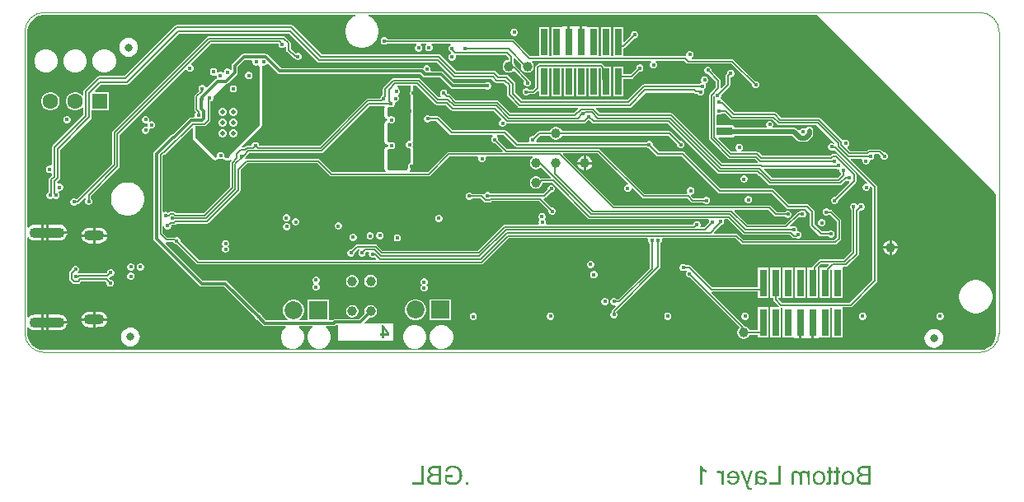
<source format=gbl>
G04*
G04 #@! TF.GenerationSoftware,Altium Limited,Altium Designer,24.2.2 (26)*
G04*
G04 Layer_Physical_Order=4*
G04 Layer_Color=16711680*
%FSLAX43Y43*%
%MOMM*%
G71*
G04*
G04 #@! TF.SameCoordinates,4F7CD7CC-9D04-48A1-B46F-AFD2B6BA45A4*
G04*
G04*
G04 #@! TF.FilePolarity,Positive*
G04*
G01*
G75*
%ADD12C,0.200*%
%ADD14C,0.100*%
%ADD104C,1.000*%
%ADD147C,0.800*%
%ADD156C,0.254*%
%ADD159C,0.300*%
%ADD161C,0.150*%
%ADD165C,0.500*%
%ADD166C,0.508*%
%ADD168C,1.600*%
%ADD169R,1.600X1.600*%
%ADD170R,1.850X1.850*%
%ADD171C,1.850*%
%ADD172O,2.100X1.100*%
%ADD173O,2.600X1.100*%
%ADD174O,3.600X1.100*%
%ADD175C,0.450*%
%ADD176C,0.500*%
%ADD178R,0.740X2.790*%
G36*
X99741Y16324D02*
X99741Y2000D01*
Y1829D01*
X99674Y1492D01*
X99543Y1175D01*
X99352Y890D01*
X99110Y648D01*
X98825Y457D01*
X98508Y326D01*
X98171Y259D01*
X98000D01*
X2000Y259D01*
X1829Y259D01*
X1492Y326D01*
X1175Y457D01*
X890Y648D01*
X648Y890D01*
X457Y1175D01*
X326Y1492D01*
X259Y1829D01*
Y2567D01*
X386Y2611D01*
X450Y2527D01*
X618Y2398D01*
X814Y2317D01*
X1024Y2289D01*
X1647D01*
Y3100D01*
Y3911D01*
X1024D01*
X814Y3883D01*
X618Y3802D01*
X450Y3673D01*
X386Y3589D01*
X259Y3633D01*
Y11807D01*
X386Y11851D01*
X450Y11767D01*
X618Y11638D01*
X814Y11557D01*
X1024Y11529D01*
X1647D01*
Y12340D01*
Y13151D01*
X1024D01*
X814Y13123D01*
X618Y13042D01*
X450Y12913D01*
X386Y12829D01*
X259Y12873D01*
Y33000D01*
X259Y33171D01*
X326Y33508D01*
X457Y33825D01*
X648Y34110D01*
X890Y34352D01*
X1175Y34543D01*
X1492Y34674D01*
X1829Y34741D01*
X2000Y34741D01*
X33908Y34741D01*
X33934Y34614D01*
X33795Y34557D01*
X33516Y34370D01*
X33280Y34134D01*
X33093Y33855D01*
X32965Y33546D01*
X32900Y33217D01*
Y32883D01*
X32965Y32554D01*
X33093Y32245D01*
X33280Y31966D01*
X33516Y31730D01*
X33795Y31543D01*
X34104Y31415D01*
X34433Y31350D01*
X34767D01*
X35096Y31415D01*
X35405Y31543D01*
X35684Y31730D01*
X35920Y31966D01*
X36107Y32245D01*
X36235Y32554D01*
X36300Y32883D01*
Y33217D01*
X36235Y33546D01*
X36107Y33855D01*
X35920Y34134D01*
X35684Y34370D01*
X35405Y34557D01*
X35266Y34614D01*
X35292Y34741D01*
X81324Y34741D01*
X99741Y16324D01*
D02*
G37*
G36*
X69519Y-11700D02*
X69549Y-11744D01*
X69585Y-11789D01*
X69619Y-11827D01*
X69652Y-11861D01*
X69677Y-11889D01*
X69688Y-11897D01*
X69696Y-11905D01*
X69699Y-11908D01*
X69702Y-11911D01*
X69760Y-11958D01*
X69819Y-12002D01*
X69874Y-12041D01*
X69930Y-12072D01*
X69977Y-12099D01*
X69996Y-12111D01*
X70013Y-12119D01*
X70027Y-12127D01*
X70038Y-12130D01*
X70043Y-12136D01*
X70046D01*
Y-12363D01*
X70005Y-12347D01*
X69963Y-12327D01*
X69921Y-12308D01*
X69882Y-12288D01*
X69849Y-12272D01*
X69821Y-12258D01*
X69805Y-12247D01*
X69802Y-12244D01*
X69799D01*
X69749Y-12213D01*
X69705Y-12183D01*
X69666Y-12155D01*
X69635Y-12130D01*
X69608Y-12111D01*
X69591Y-12094D01*
X69577Y-12083D01*
X69574Y-12080D01*
Y-13582D01*
X69338D01*
Y-11653D01*
X69491D01*
X69519Y-11700D01*
D02*
G37*
G36*
X80030Y-12161D02*
X80077Y-12169D01*
X80118Y-12177D01*
X80154Y-12188D01*
X80185Y-12202D01*
X80207Y-12211D01*
X80221Y-12219D01*
X80227Y-12222D01*
X80265Y-12247D01*
X80299Y-12274D01*
X80329Y-12302D01*
X80354Y-12330D01*
X80374Y-12352D01*
X80390Y-12372D01*
X80399Y-12383D01*
X80402Y-12388D01*
Y-12188D01*
X80613D01*
Y-13582D01*
X80377D01*
Y-12860D01*
X80374Y-12794D01*
X80371Y-12735D01*
X80365Y-12685D01*
X80357Y-12644D01*
X80349Y-12613D01*
X80343Y-12591D01*
X80340Y-12577D01*
X80338Y-12571D01*
X80321Y-12535D01*
X80302Y-12505D01*
X80282Y-12477D01*
X80263Y-12455D01*
X80243Y-12438D01*
X80229Y-12427D01*
X80218Y-12419D01*
X80216Y-12416D01*
X80182Y-12399D01*
X80152Y-12385D01*
X80118Y-12377D01*
X80091Y-12369D01*
X80068Y-12366D01*
X80049Y-12363D01*
X80032D01*
X79985Y-12366D01*
X79946Y-12374D01*
X79913Y-12388D01*
X79888Y-12402D01*
X79868Y-12419D01*
X79855Y-12430D01*
X79846Y-12441D01*
X79843Y-12444D01*
X79824Y-12477D01*
X79810Y-12513D01*
X79799Y-12552D01*
X79794Y-12591D01*
X79788Y-12624D01*
X79785Y-12655D01*
Y-12666D01*
Y-12671D01*
Y-12677D01*
Y-12680D01*
Y-13582D01*
X79549Y-13582D01*
Y-12774D01*
X79544Y-12699D01*
X79533Y-12635D01*
X79519Y-12583D01*
X79499Y-12538D01*
X79483Y-12505D01*
X79466Y-12483D01*
X79455Y-12469D01*
X79452Y-12463D01*
X79413Y-12430D01*
X79372Y-12405D01*
X79330Y-12388D01*
X79291Y-12374D01*
X79258Y-12369D01*
X79230Y-12366D01*
X79219Y-12363D01*
X79205D01*
X79174Y-12366D01*
X79149Y-12369D01*
X79124Y-12374D01*
X79105Y-12383D01*
X79086Y-12391D01*
X79074Y-12397D01*
X79066Y-12399D01*
X79063Y-12402D01*
X79041Y-12419D01*
X79025Y-12435D01*
X79011Y-12452D01*
X79000Y-12469D01*
X78991Y-12483D01*
X78986Y-12494D01*
X78980Y-12502D01*
Y-12505D01*
X78972Y-12530D01*
X78966Y-12563D01*
X78963Y-12596D01*
X78961Y-12630D01*
X78958Y-12660D01*
Y-12685D01*
Y-12702D01*
Y-12705D01*
Y-12707D01*
Y-13582D01*
X78722D01*
Y-12627D01*
Y-12583D01*
X78727Y-12544D01*
X78733Y-12505D01*
X78739Y-12472D01*
X78747Y-12438D01*
X78758Y-12410D01*
X78766Y-12385D01*
X78777Y-12360D01*
X78789Y-12341D01*
X78797Y-12322D01*
X78816Y-12297D01*
X78827Y-12280D01*
X78833Y-12274D01*
X78877Y-12236D01*
X78930Y-12208D01*
X78983Y-12186D01*
X79033Y-12172D01*
X79080Y-12163D01*
X79099Y-12161D01*
X79119D01*
X79133Y-12158D01*
X79152D01*
X79202Y-12161D01*
X79247Y-12169D01*
X79291Y-12180D01*
X79333Y-12197D01*
X79372Y-12216D01*
X79408Y-12236D01*
X79438Y-12258D01*
X79469Y-12280D01*
X79496Y-12305D01*
X79519Y-12327D01*
X79538Y-12347D01*
X79555Y-12366D01*
X79569Y-12383D01*
X79577Y-12394D01*
X79583Y-12402D01*
X79585Y-12405D01*
X79602Y-12363D01*
X79624Y-12327D01*
X79649Y-12297D01*
X79671Y-12272D01*
X79694Y-12249D01*
X79710Y-12236D01*
X79721Y-12227D01*
X79727Y-12224D01*
X79766Y-12202D01*
X79807Y-12186D01*
X79849Y-12174D01*
X79891Y-12166D01*
X79924Y-12161D01*
X79955Y-12158D01*
X79980D01*
X80030Y-12161D01*
D02*
G37*
G36*
X75610Y-12161D02*
X75668Y-12166D01*
X75724Y-12174D01*
X75768Y-12183D01*
X75807Y-12191D01*
X75835Y-12199D01*
X75846Y-12202D01*
X75854Y-12205D01*
X75857Y-12208D01*
X75860D01*
X75907Y-12227D01*
X75948Y-12252D01*
X75985Y-12274D01*
X76015Y-12297D01*
X76037Y-12319D01*
X76054Y-12335D01*
X76065Y-12347D01*
X76068Y-12349D01*
X76093Y-12385D01*
X76115Y-12424D01*
X76132Y-12463D01*
X76146Y-12499D01*
X76157Y-12535D01*
X76165Y-12560D01*
X76168Y-12571D01*
Y-12580D01*
X76171Y-12583D01*
Y-12585D01*
X75940Y-12616D01*
X75923Y-12566D01*
X75907Y-12521D01*
X75887Y-12485D01*
X75871Y-12458D01*
X75854Y-12435D01*
X75840Y-12422D01*
X75829Y-12413D01*
X75826Y-12410D01*
X75793Y-12391D01*
X75754Y-12377D01*
X75712Y-12366D01*
X75674Y-12360D01*
X75635Y-12355D01*
X75607Y-12352D01*
X75579D01*
X75515Y-12355D01*
X75460Y-12363D01*
X75415Y-12377D01*
X75377Y-12391D01*
X75349Y-12408D01*
X75327Y-12419D01*
X75313Y-12430D01*
X75310Y-12433D01*
X75288Y-12458D01*
X75271Y-12488D01*
X75257Y-12521D01*
X75249Y-12555D01*
X75243Y-12585D01*
X75241Y-12613D01*
Y-12630D01*
Y-12633D01*
Y-12635D01*
Y-12641D01*
Y-12652D01*
Y-12671D01*
X75243Y-12688D01*
Y-12694D01*
Y-12696D01*
X75271Y-12705D01*
X75302Y-12713D01*
X75365Y-12730D01*
X75438Y-12744D01*
X75504Y-12757D01*
X75538Y-12763D01*
X75568Y-12766D01*
X75596Y-12771D01*
X75618Y-12774D01*
X75638Y-12777D01*
X75651D01*
X75663Y-12780D01*
X75665D01*
X75715Y-12785D01*
X75757Y-12794D01*
X75793Y-12799D01*
X75821Y-12805D01*
X75843Y-12807D01*
X75860Y-12813D01*
X75871Y-12816D01*
X75873D01*
X75910Y-12827D01*
X75940Y-12838D01*
X75971Y-12852D01*
X75996Y-12863D01*
X76018Y-12874D01*
X76032Y-12885D01*
X76043Y-12891D01*
X76046Y-12894D01*
X76073Y-12913D01*
X76096Y-12935D01*
X76118Y-12957D01*
X76134Y-12980D01*
X76148Y-12999D01*
X76159Y-13016D01*
X76165Y-13027D01*
X76168Y-13030D01*
X76182Y-13060D01*
X76193Y-13093D01*
X76201Y-13124D01*
X76207Y-13154D01*
X76209Y-13179D01*
X76212Y-13199D01*
Y-13210D01*
Y-13216D01*
X76209Y-13249D01*
X76207Y-13277D01*
X76193Y-13335D01*
X76173Y-13382D01*
X76151Y-13424D01*
X76129Y-13457D01*
X76109Y-13482D01*
X76096Y-13496D01*
X76090Y-13501D01*
X76040Y-13538D01*
X75985Y-13565D01*
X75923Y-13585D01*
X75868Y-13599D01*
X75818Y-13607D01*
X75796Y-13610D01*
X75776D01*
X75760Y-13613D01*
X75737D01*
X75687Y-13610D01*
X75638Y-13604D01*
X75593Y-13599D01*
X75554Y-13590D01*
X75524Y-13582D01*
X75499Y-13574D01*
X75482Y-13571D01*
X75477Y-13568D01*
X75429Y-13549D01*
X75385Y-13524D01*
X75343Y-13496D01*
X75302Y-13471D01*
X75268Y-13446D01*
X75243Y-13427D01*
X75227Y-13413D01*
X75224Y-13407D01*
X75221D01*
X75216Y-13443D01*
X75210Y-13477D01*
X75204Y-13507D01*
X75196Y-13532D01*
X75188Y-13554D01*
X75182Y-13568D01*
X75179Y-13579D01*
X75177Y-13582D01*
X74930D01*
X74943Y-13551D01*
X74957Y-13521D01*
X74968Y-13493D01*
X74974Y-13468D01*
X74982Y-13446D01*
X74985Y-13429D01*
X74988Y-13418D01*
Y-13415D01*
X74991Y-13396D01*
X74993Y-13371D01*
Y-13343D01*
X74996Y-13313D01*
X74999Y-13243D01*
Y-13174D01*
X75002Y-13107D01*
Y-13077D01*
Y-13052D01*
Y-13030D01*
Y-13013D01*
Y-13002D01*
Y-12999D01*
Y-12683D01*
Y-12630D01*
X75005Y-12583D01*
X75007Y-12546D01*
Y-12516D01*
X75010Y-12494D01*
X75013Y-12477D01*
X75016Y-12469D01*
Y-12466D01*
X75024Y-12430D01*
X75035Y-12399D01*
X75046Y-12374D01*
X75060Y-12349D01*
X75071Y-12333D01*
X75079Y-12319D01*
X75085Y-12310D01*
X75088Y-12308D01*
X75110Y-12286D01*
X75135Y-12263D01*
X75163Y-12247D01*
X75191Y-12230D01*
X75216Y-12219D01*
X75235Y-12211D01*
X75249Y-12205D01*
X75254Y-12202D01*
X75299Y-12188D01*
X75346Y-12177D01*
X75393Y-12169D01*
X75440Y-12163D01*
X75482Y-12161D01*
X75513Y-12158D01*
X75543D01*
X75610Y-12161D01*
D02*
G37*
G36*
X74247Y-13582D02*
X74258Y-13607D01*
X74263Y-13626D01*
X74269Y-13638D01*
Y-13640D01*
X74285Y-13688D01*
X74302Y-13726D01*
X74313Y-13760D01*
X74324Y-13782D01*
X74330Y-13799D01*
X74335Y-13810D01*
X74341Y-13815D01*
Y-13818D01*
X74363Y-13849D01*
X74388Y-13871D01*
X74399Y-13879D01*
X74408Y-13885D01*
X74413Y-13890D01*
X74416D01*
X74435Y-13898D01*
X74455Y-13907D01*
X74496Y-13915D01*
X74513D01*
X74527Y-13918D01*
X74541D01*
X74585Y-13915D01*
X74630Y-13907D01*
X74646Y-13901D01*
X74660Y-13898D01*
X74671Y-13896D01*
X74674D01*
X74649Y-14115D01*
X74619Y-14126D01*
X74591Y-14132D01*
X74566Y-14137D01*
X74544Y-14143D01*
X74524D01*
X74510Y-14146D01*
X74499D01*
X74458Y-14143D01*
X74422Y-14137D01*
X74388Y-14129D01*
X74360Y-14118D01*
X74335Y-14107D01*
X74319Y-14098D01*
X74308Y-14093D01*
X74305Y-14090D01*
X74274Y-14068D01*
X74249Y-14040D01*
X74224Y-14012D01*
X74202Y-13985D01*
X74186Y-13960D01*
X74172Y-13940D01*
X74163Y-13926D01*
X74161Y-13921D01*
X74152Y-13901D01*
X74141Y-13882D01*
X74119Y-13835D01*
X74097Y-13782D01*
X74077Y-13729D01*
X74058Y-13682D01*
X74050Y-13660D01*
X74041Y-13640D01*
X74036Y-13626D01*
X74030Y-13615D01*
X74027Y-13607D01*
Y-13604D01*
X73497Y-12188D01*
X73733D01*
X74033Y-13002D01*
X74055Y-13060D01*
X74072Y-13116D01*
X74091Y-13171D01*
X74105Y-13218D01*
X74116Y-13260D01*
X74122Y-13277D01*
X74124Y-13290D01*
X74127Y-13302D01*
X74130Y-13310D01*
X74133Y-13315D01*
Y-13318D01*
X74149Y-13254D01*
X74166Y-13196D01*
X74183Y-13141D01*
X74199Y-13093D01*
X74213Y-13055D01*
X74219Y-13038D01*
X74224Y-13024D01*
X74227Y-13010D01*
X74230Y-13002D01*
X74233Y-12999D01*
Y-12996D01*
X74524Y-12188D01*
X74774D01*
X74247Y-13582D01*
D02*
G37*
G36*
X83558Y-11844D02*
Y-12188D01*
X83733D01*
Y-12372D01*
X83558D01*
Y-13177D01*
Y-13216D01*
Y-13249D01*
X83555Y-13279D01*
X83553Y-13310D01*
Y-13335D01*
X83550Y-13357D01*
X83544Y-13393D01*
X83539Y-13421D01*
X83536Y-13440D01*
X83530Y-13452D01*
Y-13454D01*
X83519Y-13479D01*
X83503Y-13499D01*
X83486Y-13518D01*
X83472Y-13532D01*
X83455Y-13546D01*
X83444Y-13554D01*
X83436Y-13560D01*
X83433Y-13563D01*
X83403Y-13576D01*
X83372Y-13585D01*
X83339Y-13593D01*
X83305Y-13596D01*
X83278Y-13599D01*
X83255Y-13601D01*
X83233D01*
X83172Y-13599D01*
X83142Y-13596D01*
X83114Y-13590D01*
X83089Y-13588D01*
X83069Y-13585D01*
X83058Y-13582D01*
X83053D01*
X83083Y-13374D01*
X83106Y-13377D01*
X83128Y-13379D01*
X83147D01*
X83161Y-13382D01*
X83189D01*
X83225Y-13379D01*
X83250Y-13374D01*
X83264Y-13368D01*
X83269Y-13365D01*
X83289Y-13352D01*
X83300Y-13338D01*
X83308Y-13327D01*
X83311Y-13321D01*
X83314Y-13307D01*
X83317Y-13288D01*
X83319Y-13243D01*
X83322Y-13224D01*
Y-13207D01*
Y-13196D01*
Y-13191D01*
Y-12372D01*
X83083D01*
Y-12188D01*
X83322D01*
Y-11703D01*
X83558Y-11844D01*
D02*
G37*
G36*
X82811D02*
Y-12188D01*
X82986D01*
Y-12372D01*
X82811D01*
Y-13177D01*
Y-13216D01*
Y-13249D01*
X82809Y-13279D01*
X82806Y-13310D01*
Y-13335D01*
X82803Y-13357D01*
X82797Y-13393D01*
X82792Y-13421D01*
X82789Y-13440D01*
X82784Y-13452D01*
Y-13454D01*
X82772Y-13479D01*
X82756Y-13499D01*
X82739Y-13518D01*
X82725Y-13532D01*
X82709Y-13546D01*
X82697Y-13554D01*
X82689Y-13560D01*
X82686Y-13563D01*
X82656Y-13576D01*
X82625Y-13585D01*
X82592Y-13593D01*
X82559Y-13596D01*
X82531Y-13599D01*
X82509Y-13601D01*
X82486D01*
X82425Y-13599D01*
X82395Y-13596D01*
X82367Y-13590D01*
X82342Y-13588D01*
X82323Y-13585D01*
X82312Y-13582D01*
X82306D01*
X82337Y-13374D01*
X82359Y-13377D01*
X82381Y-13379D01*
X82400D01*
X82414Y-13382D01*
X82442D01*
X82478Y-13379D01*
X82503Y-13374D01*
X82517Y-13368D01*
X82523Y-13365D01*
X82542Y-13352D01*
X82553Y-13338D01*
X82561Y-13327D01*
X82564Y-13321D01*
X82567Y-13307D01*
X82570Y-13288D01*
X82573Y-13243D01*
X82575Y-13224D01*
Y-13207D01*
Y-13196D01*
Y-13191D01*
Y-12372D01*
X82337D01*
Y-12188D01*
X82575D01*
Y-11703D01*
X82811Y-11844D01*
D02*
G37*
G36*
X72778Y-12161D02*
X72828Y-12166D01*
X72875Y-12174D01*
X72920Y-12188D01*
X72961Y-12202D01*
X73000Y-12219D01*
X73036Y-12236D01*
X73067Y-12255D01*
X73097Y-12272D01*
X73122Y-12291D01*
X73144Y-12308D01*
X73161Y-12322D01*
X73175Y-12335D01*
X73186Y-12344D01*
X73192Y-12349D01*
X73194Y-12352D01*
X73225Y-12391D01*
X73253Y-12433D01*
X73278Y-12474D01*
X73300Y-12519D01*
X73317Y-12566D01*
X73330Y-12610D01*
X73353Y-12699D01*
X73361Y-12738D01*
X73367Y-12777D01*
X73369Y-12810D01*
X73372Y-12841D01*
X73375Y-12866D01*
Y-12882D01*
Y-12896D01*
Y-12899D01*
X73372Y-12960D01*
X73367Y-13018D01*
X73358Y-13074D01*
X73347Y-13124D01*
X73333Y-13171D01*
X73319Y-13216D01*
X73303Y-13254D01*
X73286Y-13290D01*
X73269Y-13321D01*
X73253Y-13349D01*
X73239Y-13371D01*
X73225Y-13390D01*
X73214Y-13407D01*
X73206Y-13418D01*
X73200Y-13424D01*
X73197Y-13427D01*
X73161Y-13460D01*
X73125Y-13488D01*
X73086Y-13513D01*
X73045Y-13535D01*
X73006Y-13551D01*
X72964Y-13568D01*
X72886Y-13590D01*
X72850Y-13596D01*
X72817Y-13601D01*
X72786Y-13607D01*
X72761Y-13610D01*
X72742Y-13613D01*
X72711D01*
X72625Y-13607D01*
X72548Y-13593D01*
X72478Y-13576D01*
X72450Y-13565D01*
X72423Y-13554D01*
X72398Y-13543D01*
X72375Y-13532D01*
X72359Y-13524D01*
X72342Y-13515D01*
X72331Y-13507D01*
X72323Y-13501D01*
X72317Y-13496D01*
X72314D01*
X72259Y-13446D01*
X72214Y-13393D01*
X72176Y-13338D01*
X72148Y-13285D01*
X72126Y-13238D01*
X72117Y-13216D01*
X72109Y-13199D01*
X72103Y-13182D01*
X72101Y-13171D01*
X72098Y-13166D01*
Y-13163D01*
X72342Y-13132D01*
X72364Y-13185D01*
X72389Y-13229D01*
X72414Y-13268D01*
X72437Y-13299D01*
X72456Y-13321D01*
X72473Y-13338D01*
X72487Y-13349D01*
X72489Y-13352D01*
X72525Y-13374D01*
X72561Y-13390D01*
X72600Y-13402D01*
X72634Y-13410D01*
X72664Y-13415D01*
X72689Y-13418D01*
X72711D01*
X72745Y-13415D01*
X72775Y-13413D01*
X72831Y-13399D01*
X72881Y-13379D01*
X72925Y-13357D01*
X72958Y-13338D01*
X72983Y-13318D01*
X73000Y-13304D01*
X73003Y-13299D01*
X73006D01*
X73045Y-13249D01*
X73075Y-13193D01*
X73097Y-13132D01*
X73114Y-13077D01*
X73122Y-13027D01*
X73128Y-13005D01*
X73131Y-12985D01*
Y-12968D01*
X73133Y-12957D01*
Y-12949D01*
Y-12946D01*
X72092D01*
X72090Y-12918D01*
Y-12899D01*
Y-12888D01*
Y-12885D01*
X72092Y-12821D01*
X72098Y-12763D01*
X72106Y-12707D01*
X72117Y-12655D01*
X72131Y-12608D01*
X72145Y-12563D01*
X72162Y-12524D01*
X72178Y-12488D01*
X72195Y-12455D01*
X72212Y-12427D01*
X72226Y-12405D01*
X72239Y-12385D01*
X72251Y-12369D01*
X72259Y-12358D01*
X72264Y-12352D01*
X72267Y-12349D01*
X72301Y-12316D01*
X72337Y-12286D01*
X72375Y-12261D01*
X72414Y-12238D01*
X72453Y-12219D01*
X72489Y-12205D01*
X72528Y-12191D01*
X72561Y-12183D01*
X72598Y-12174D01*
X72628Y-12169D01*
X72656Y-12163D01*
X72678Y-12161D01*
X72698Y-12158D01*
X72725D01*
X72778Y-12161D01*
D02*
G37*
G36*
X86862Y-13582D02*
X86129D01*
X86062Y-13579D01*
X86004Y-13576D01*
X85951Y-13571D01*
X85907Y-13565D01*
X85871Y-13560D01*
X85843Y-13557D01*
X85826Y-13551D01*
X85821D01*
X85773Y-13538D01*
X85735Y-13524D01*
X85699Y-13507D01*
X85668Y-13490D01*
X85643Y-13479D01*
X85624Y-13468D01*
X85612Y-13460D01*
X85610Y-13457D01*
X85579Y-13432D01*
X85551Y-13402D01*
X85529Y-13371D01*
X85507Y-13343D01*
X85490Y-13315D01*
X85479Y-13296D01*
X85471Y-13282D01*
X85468Y-13277D01*
X85449Y-13232D01*
X85435Y-13188D01*
X85424Y-13146D01*
X85418Y-13107D01*
X85413Y-13074D01*
X85410Y-13046D01*
Y-13030D01*
Y-13027D01*
Y-13024D01*
X85413Y-12963D01*
X85424Y-12907D01*
X85440Y-12860D01*
X85457Y-12816D01*
X85474Y-12782D01*
X85490Y-12757D01*
X85501Y-12741D01*
X85504Y-12735D01*
X85543Y-12691D01*
X85585Y-12655D01*
X85632Y-12624D01*
X85674Y-12599D01*
X85712Y-12580D01*
X85746Y-12569D01*
X85757Y-12563D01*
X85765Y-12560D01*
X85771Y-12558D01*
X85773D01*
X85726Y-12530D01*
X85685Y-12502D01*
X85651Y-12472D01*
X85624Y-12444D01*
X85601Y-12422D01*
X85585Y-12399D01*
X85576Y-12388D01*
X85574Y-12383D01*
X85551Y-12341D01*
X85535Y-12302D01*
X85521Y-12263D01*
X85513Y-12227D01*
X85507Y-12197D01*
X85504Y-12172D01*
Y-12158D01*
Y-12152D01*
X85507Y-12105D01*
X85515Y-12058D01*
X85529Y-12016D01*
X85543Y-11977D01*
X85557Y-11944D01*
X85571Y-11922D01*
X85579Y-11905D01*
X85582Y-11900D01*
X85612Y-11858D01*
X85646Y-11819D01*
X85682Y-11789D01*
X85715Y-11764D01*
X85743Y-11744D01*
X85768Y-11730D01*
X85785Y-11722D01*
X85787Y-11719D01*
X85790D01*
X85843Y-11700D01*
X85901Y-11686D01*
X85960Y-11675D01*
X86015Y-11669D01*
X86065Y-11664D01*
X86087D01*
X86107Y-11661D01*
X86862D01*
Y-13582D01*
D02*
G37*
G36*
X77606Y-13582D02*
X76404D01*
Y-13354D01*
X77350D01*
Y-11661D01*
X77606D01*
Y-13582D01*
D02*
G37*
G36*
X71321Y-12161D02*
X71348Y-12166D01*
X71376Y-12174D01*
X71398Y-12183D01*
X71415Y-12191D01*
X71432Y-12199D01*
X71440Y-12205D01*
X71443Y-12208D01*
X71468Y-12230D01*
X71493Y-12258D01*
X71518Y-12291D01*
X71540Y-12322D01*
X71562Y-12352D01*
X71576Y-12377D01*
X71587Y-12397D01*
X71590Y-12399D01*
Y-12188D01*
X71804D01*
Y-13582D01*
X71568D01*
Y-12855D01*
X71565Y-12799D01*
X71562Y-12749D01*
X71556Y-12702D01*
X71548Y-12660D01*
X71540Y-12627D01*
X71534Y-12602D01*
X71531Y-12585D01*
X71529Y-12580D01*
X71518Y-12549D01*
X71504Y-12524D01*
X71490Y-12502D01*
X71476Y-12483D01*
X71462Y-12469D01*
X71454Y-12458D01*
X71445Y-12452D01*
X71443Y-12449D01*
X71420Y-12433D01*
X71395Y-12422D01*
X71370Y-12413D01*
X71351Y-12408D01*
X71332Y-12405D01*
X71318Y-12402D01*
X71304D01*
X71273Y-12405D01*
X71243Y-12410D01*
X71212Y-12419D01*
X71187Y-12427D01*
X71165Y-12435D01*
X71148Y-12444D01*
X71137Y-12449D01*
X71134Y-12452D01*
X71048Y-12236D01*
X71096Y-12211D01*
X71140Y-12191D01*
X71179Y-12177D01*
X71215Y-12166D01*
X71246Y-12161D01*
X71271Y-12158D01*
X71290D01*
X71321Y-12161D01*
D02*
G37*
G36*
X84574Y-12161D02*
X84619Y-12163D01*
X84705Y-12183D01*
X84780Y-12208D01*
X84813Y-12222D01*
X84843Y-12236D01*
X84871Y-12249D01*
X84893Y-12263D01*
X84916Y-12277D01*
X84932Y-12288D01*
X84946Y-12299D01*
X84957Y-12308D01*
X84963Y-12310D01*
X84966Y-12313D01*
X85004Y-12349D01*
X85035Y-12391D01*
X85066Y-12435D01*
X85088Y-12480D01*
X85110Y-12527D01*
X85127Y-12577D01*
X85141Y-12624D01*
X85152Y-12669D01*
X85163Y-12713D01*
X85168Y-12752D01*
X85174Y-12791D01*
X85177Y-12821D01*
Y-12849D01*
X85179Y-12869D01*
Y-12880D01*
Y-12885D01*
X85177Y-12949D01*
X85171Y-13010D01*
X85163Y-13066D01*
X85152Y-13118D01*
X85138Y-13166D01*
X85124Y-13210D01*
X85107Y-13252D01*
X85091Y-13288D01*
X85074Y-13321D01*
X85057Y-13349D01*
X85043Y-13371D01*
X85029Y-13390D01*
X85018Y-13407D01*
X85010Y-13418D01*
X85004Y-13424D01*
X85002Y-13427D01*
X84966Y-13460D01*
X84930Y-13488D01*
X84891Y-13513D01*
X84852Y-13535D01*
X84813Y-13551D01*
X84771Y-13568D01*
X84696Y-13590D01*
X84663Y-13596D01*
X84630Y-13601D01*
X84602Y-13607D01*
X84577Y-13610D01*
X84555Y-13613D01*
X84527D01*
X84460Y-13610D01*
X84399Y-13599D01*
X84341Y-13585D01*
X84294Y-13571D01*
X84252Y-13554D01*
X84235Y-13549D01*
X84222Y-13543D01*
X84208Y-13538D01*
X84199Y-13532D01*
X84197Y-13529D01*
X84194D01*
X84138Y-13493D01*
X84091Y-13454D01*
X84049Y-13415D01*
X84016Y-13377D01*
X83991Y-13343D01*
X83972Y-13315D01*
X83966Y-13304D01*
X83961Y-13296D01*
X83958Y-13293D01*
Y-13290D01*
X83930Y-13227D01*
X83911Y-13157D01*
X83894Y-13088D01*
X83886Y-13018D01*
X83880Y-12988D01*
Y-12960D01*
X83877Y-12932D01*
X83875Y-12910D01*
Y-12891D01*
Y-12877D01*
Y-12869D01*
Y-12866D01*
X83877Y-12805D01*
X83883Y-12749D01*
X83891Y-12696D01*
X83902Y-12646D01*
X83916Y-12599D01*
X83933Y-12558D01*
X83950Y-12516D01*
X83966Y-12483D01*
X83983Y-12452D01*
X83999Y-12424D01*
X84016Y-12399D01*
X84030Y-12380D01*
X84041Y-12366D01*
X84049Y-12355D01*
X84055Y-12349D01*
X84058Y-12347D01*
X84094Y-12313D01*
X84130Y-12286D01*
X84169Y-12258D01*
X84208Y-12238D01*
X84247Y-12219D01*
X84285Y-12205D01*
X84360Y-12180D01*
X84396Y-12174D01*
X84427Y-12169D01*
X84455Y-12163D01*
X84480Y-12161D01*
X84499Y-12158D01*
X84527D01*
X84574Y-12161D01*
D02*
G37*
G36*
X81587D02*
X81631Y-12163D01*
X81717Y-12183D01*
X81792Y-12208D01*
X81826Y-12222D01*
X81856Y-12236D01*
X81884Y-12249D01*
X81906Y-12263D01*
X81928Y-12277D01*
X81945Y-12288D01*
X81959Y-12299D01*
X81970Y-12308D01*
X81976Y-12310D01*
X81978Y-12313D01*
X82017Y-12349D01*
X82048Y-12391D01*
X82078Y-12435D01*
X82101Y-12480D01*
X82123Y-12527D01*
X82139Y-12577D01*
X82153Y-12624D01*
X82164Y-12669D01*
X82176Y-12713D01*
X82181Y-12752D01*
X82187Y-12791D01*
X82189Y-12821D01*
Y-12849D01*
X82192Y-12869D01*
Y-12880D01*
Y-12885D01*
X82189Y-12949D01*
X82184Y-13010D01*
X82176Y-13066D01*
X82164Y-13118D01*
X82151Y-13166D01*
X82137Y-13210D01*
X82120Y-13252D01*
X82103Y-13288D01*
X82087Y-13321D01*
X82070Y-13349D01*
X82056Y-13371D01*
X82042Y-13390D01*
X82031Y-13407D01*
X82023Y-13418D01*
X82017Y-13424D01*
X82015Y-13427D01*
X81978Y-13460D01*
X81942Y-13488D01*
X81903Y-13513D01*
X81865Y-13535D01*
X81826Y-13551D01*
X81784Y-13568D01*
X81709Y-13590D01*
X81676Y-13596D01*
X81642Y-13601D01*
X81615Y-13607D01*
X81590Y-13610D01*
X81568Y-13613D01*
X81540D01*
X81473Y-13610D01*
X81412Y-13599D01*
X81354Y-13585D01*
X81307Y-13571D01*
X81265Y-13554D01*
X81248Y-13549D01*
X81234Y-13543D01*
X81220Y-13538D01*
X81212Y-13532D01*
X81209Y-13529D01*
X81207D01*
X81151Y-13493D01*
X81104Y-13454D01*
X81062Y-13415D01*
X81029Y-13377D01*
X81004Y-13343D01*
X80985Y-13315D01*
X80979Y-13304D01*
X80973Y-13296D01*
X80971Y-13293D01*
Y-13290D01*
X80943Y-13227D01*
X80923Y-13157D01*
X80907Y-13088D01*
X80898Y-13018D01*
X80893Y-12988D01*
Y-12960D01*
X80890Y-12932D01*
X80887Y-12910D01*
Y-12891D01*
Y-12877D01*
Y-12869D01*
Y-12866D01*
X80890Y-12805D01*
X80896Y-12749D01*
X80904Y-12696D01*
X80915Y-12646D01*
X80929Y-12599D01*
X80946Y-12558D01*
X80962Y-12516D01*
X80979Y-12483D01*
X80996Y-12452D01*
X81012Y-12424D01*
X81029Y-12399D01*
X81043Y-12380D01*
X81054Y-12366D01*
X81062Y-12355D01*
X81068Y-12349D01*
X81071Y-12347D01*
X81107Y-12313D01*
X81143Y-12286D01*
X81182Y-12258D01*
X81220Y-12238D01*
X81259Y-12219D01*
X81298Y-12205D01*
X81373Y-12180D01*
X81409Y-12174D01*
X81440Y-12169D01*
X81468Y-12163D01*
X81493Y-12161D01*
X81512Y-12158D01*
X81540D01*
X81587Y-12161D01*
D02*
G37*
G36*
X44046Y-11633D02*
X44143Y-11647D01*
X44187Y-11655D01*
X44229Y-11666D01*
X44268Y-11675D01*
X44304Y-11686D01*
X44337Y-11697D01*
X44365Y-11708D01*
X44390Y-11719D01*
X44412Y-11727D01*
X44429Y-11736D01*
X44440Y-11741D01*
X44448Y-11744D01*
X44451Y-11747D01*
X44490Y-11772D01*
X44529Y-11797D01*
X44596Y-11855D01*
X44654Y-11913D01*
X44701Y-11975D01*
X44740Y-12027D01*
X44754Y-12050D01*
X44765Y-12072D01*
X44776Y-12088D01*
X44782Y-12099D01*
X44784Y-12108D01*
X44787Y-12111D01*
X44826Y-12202D01*
X44854Y-12294D01*
X44876Y-12383D01*
X44881Y-12424D01*
X44890Y-12463D01*
X44893Y-12499D01*
X44898Y-12530D01*
X44901Y-12560D01*
Y-12585D01*
X44904Y-12605D01*
Y-12619D01*
Y-12630D01*
Y-12633D01*
X44898Y-12735D01*
X44884Y-12832D01*
X44876Y-12877D01*
X44868Y-12918D01*
X44856Y-12960D01*
X44845Y-12996D01*
X44834Y-13030D01*
X44823Y-13057D01*
X44815Y-13085D01*
X44807Y-13104D01*
X44798Y-13124D01*
X44793Y-13135D01*
X44787Y-13143D01*
Y-13146D01*
X44737Y-13227D01*
X44682Y-13296D01*
X44623Y-13357D01*
X44568Y-13407D01*
X44515Y-13446D01*
X44496Y-13460D01*
X44476Y-13474D01*
X44459Y-13482D01*
X44448Y-13490D01*
X44440Y-13493D01*
X44437Y-13496D01*
X44393Y-13518D01*
X44348Y-13535D01*
X44260Y-13565D01*
X44174Y-13585D01*
X44093Y-13601D01*
X44057Y-13604D01*
X44024Y-13610D01*
X43993Y-13613D01*
X43968D01*
X43949Y-13615D01*
X43921D01*
X43843Y-13613D01*
X43768Y-13604D01*
X43699Y-13590D01*
X43638Y-13576D01*
X43613Y-13571D01*
X43588Y-13565D01*
X43566Y-13557D01*
X43546Y-13551D01*
X43532Y-13546D01*
X43521Y-13543D01*
X43516Y-13540D01*
X43513D01*
X43438Y-13510D01*
X43368Y-13474D01*
X43302Y-13435D01*
X43244Y-13399D01*
X43219Y-13382D01*
X43194Y-13365D01*
X43174Y-13352D01*
X43157Y-13340D01*
X43144Y-13329D01*
X43132Y-13321D01*
X43127Y-13318D01*
X43124Y-13315D01*
Y-12602D01*
X43940D01*
Y-12830D01*
X43374D01*
Y-13191D01*
X43407Y-13218D01*
X43446Y-13243D01*
X43488Y-13266D01*
X43527Y-13285D01*
X43560Y-13302D01*
X43591Y-13315D01*
X43602Y-13321D01*
X43607Y-13324D01*
X43613Y-13327D01*
X43616D01*
X43674Y-13346D01*
X43732Y-13363D01*
X43785Y-13374D01*
X43835Y-13379D01*
X43876Y-13385D01*
X43893D01*
X43910Y-13388D01*
X43938D01*
X44007Y-13385D01*
X44074Y-13374D01*
X44135Y-13360D01*
X44190Y-13346D01*
X44235Y-13329D01*
X44254Y-13324D01*
X44268Y-13318D01*
X44282Y-13313D01*
X44290Y-13307D01*
X44296Y-13304D01*
X44298D01*
X44357Y-13268D01*
X44410Y-13229D01*
X44454Y-13188D01*
X44490Y-13146D01*
X44521Y-13107D01*
X44540Y-13077D01*
X44548Y-13066D01*
X44551Y-13057D01*
X44557Y-13052D01*
Y-13049D01*
X44584Y-12980D01*
X44607Y-12907D01*
X44621Y-12835D01*
X44632Y-12766D01*
X44634Y-12735D01*
X44637Y-12707D01*
X44640Y-12680D01*
Y-12658D01*
X44643Y-12641D01*
Y-12627D01*
Y-12619D01*
Y-12616D01*
X44640Y-12538D01*
X44632Y-12469D01*
X44621Y-12402D01*
X44607Y-12344D01*
X44601Y-12319D01*
X44593Y-12297D01*
X44587Y-12277D01*
X44582Y-12261D01*
X44576Y-12247D01*
X44573Y-12238D01*
X44571Y-12233D01*
Y-12230D01*
X44551Y-12191D01*
X44532Y-12155D01*
X44512Y-12122D01*
X44493Y-12094D01*
X44476Y-12072D01*
X44462Y-12052D01*
X44451Y-12041D01*
X44448Y-12038D01*
X44418Y-12008D01*
X44385Y-11980D01*
X44348Y-11958D01*
X44315Y-11936D01*
X44287Y-11922D01*
X44265Y-11908D01*
X44249Y-11902D01*
X44243Y-11900D01*
X44193Y-11880D01*
X44143Y-11866D01*
X44090Y-11858D01*
X44043Y-11850D01*
X44001Y-11847D01*
X43985D01*
X43971Y-11844D01*
X43940D01*
X43888Y-11847D01*
X43838Y-11852D01*
X43793Y-11861D01*
X43754Y-11869D01*
X43721Y-11880D01*
X43696Y-11889D01*
X43682Y-11894D01*
X43677Y-11897D01*
X43635Y-11916D01*
X43599Y-11938D01*
X43566Y-11961D01*
X43541Y-11983D01*
X43521Y-12002D01*
X43504Y-12016D01*
X43496Y-12027D01*
X43493Y-12030D01*
X43468Y-12063D01*
X43449Y-12102D01*
X43430Y-12138D01*
X43413Y-12177D01*
X43402Y-12211D01*
X43393Y-12236D01*
X43391Y-12247D01*
X43388Y-12255D01*
X43385Y-12258D01*
Y-12261D01*
X43155Y-12199D01*
X43174Y-12130D01*
X43199Y-12069D01*
X43224Y-12013D01*
X43246Y-11969D01*
X43269Y-11933D01*
X43285Y-11908D01*
X43296Y-11891D01*
X43302Y-11886D01*
X43341Y-11841D01*
X43382Y-11805D01*
X43427Y-11772D01*
X43468Y-11744D01*
X43507Y-11725D01*
X43538Y-11708D01*
X43549Y-11703D01*
X43557Y-11700D01*
X43563Y-11697D01*
X43566D01*
X43629Y-11675D01*
X43696Y-11658D01*
X43757Y-11644D01*
X43815Y-11636D01*
X43868Y-11630D01*
X43890D01*
X43907Y-11628D01*
X43996D01*
X44046Y-11633D01*
D02*
G37*
G36*
X45548Y-13582D02*
X45278D01*
Y-13313D01*
X45548D01*
Y-13582D01*
D02*
G37*
G36*
X42760D02*
X42028D01*
X41961Y-13579D01*
X41903Y-13576D01*
X41850Y-13571D01*
X41805Y-13565D01*
X41769Y-13560D01*
X41742Y-13557D01*
X41725Y-13551D01*
X41719D01*
X41672Y-13538D01*
X41633Y-13524D01*
X41597Y-13507D01*
X41567Y-13490D01*
X41542Y-13479D01*
X41522Y-13468D01*
X41511Y-13460D01*
X41508Y-13457D01*
X41478Y-13432D01*
X41450Y-13402D01*
X41428Y-13371D01*
X41406Y-13343D01*
X41389Y-13315D01*
X41378Y-13296D01*
X41370Y-13282D01*
X41367Y-13277D01*
X41347Y-13232D01*
X41333Y-13188D01*
X41322Y-13146D01*
X41317Y-13107D01*
X41311Y-13074D01*
X41308Y-13046D01*
Y-13030D01*
Y-13027D01*
Y-13024D01*
X41311Y-12963D01*
X41322Y-12907D01*
X41339Y-12860D01*
X41356Y-12816D01*
X41372Y-12782D01*
X41389Y-12757D01*
X41400Y-12741D01*
X41403Y-12735D01*
X41442Y-12691D01*
X41483Y-12655D01*
X41531Y-12624D01*
X41572Y-12599D01*
X41611Y-12580D01*
X41644Y-12569D01*
X41656Y-12563D01*
X41664Y-12560D01*
X41669Y-12558D01*
X41672D01*
X41625Y-12530D01*
X41583Y-12502D01*
X41550Y-12472D01*
X41522Y-12444D01*
X41500Y-12422D01*
X41483Y-12399D01*
X41475Y-12388D01*
X41472Y-12383D01*
X41450Y-12341D01*
X41433Y-12302D01*
X41420Y-12263D01*
X41411Y-12227D01*
X41406Y-12197D01*
X41403Y-12172D01*
Y-12158D01*
Y-12152D01*
X41406Y-12105D01*
X41414Y-12058D01*
X41428Y-12016D01*
X41442Y-11977D01*
X41456Y-11944D01*
X41470Y-11922D01*
X41478Y-11905D01*
X41481Y-11900D01*
X41511Y-11858D01*
X41544Y-11819D01*
X41581Y-11789D01*
X41614Y-11764D01*
X41642Y-11744D01*
X41667Y-11730D01*
X41683Y-11722D01*
X41686Y-11719D01*
X41689D01*
X41742Y-11700D01*
X41800Y-11686D01*
X41858Y-11675D01*
X41914Y-11669D01*
X41964Y-11664D01*
X41986D01*
X42005Y-11661D01*
X42760D01*
Y-13582D01*
D02*
G37*
G36*
X40970D02*
X39768D01*
Y-13354D01*
X40714D01*
Y-11661D01*
X40970D01*
Y-13582D01*
D02*
G37*
%LPC*%
G36*
X50325Y33325D02*
X50175D01*
X50038Y33268D01*
X49932Y33162D01*
X49875Y33025D01*
Y32875D01*
X49932Y32738D01*
X50038Y32632D01*
X50175Y32575D01*
X50325D01*
X50462Y32632D01*
X50568Y32738D01*
X50625Y32875D01*
Y33025D01*
X50568Y33162D01*
X50462Y33268D01*
X50325Y33325D01*
D02*
G37*
G36*
X56473Y33598D02*
Y33598D01*
X56372Y33598D01*
X55976D01*
Y31949D01*
X55722D01*
Y33598D01*
X55225D01*
Y33496D01*
X55099Y33494D01*
Y33494D01*
X54059D01*
Y30479D01*
X53829D01*
Y33494D01*
X52789D01*
Y30479D01*
X51920D01*
X50238Y32162D01*
X50163Y32212D01*
X50075Y32229D01*
X37232D01*
X37218Y32262D01*
X37112Y32368D01*
X36975Y32425D01*
X36825D01*
X36688Y32368D01*
X36582Y32262D01*
X36525Y32125D01*
Y31975D01*
X36582Y31838D01*
X36688Y31732D01*
X36825Y31675D01*
X36975D01*
X37112Y31732D01*
X37151Y31771D01*
X40206D01*
X40234Y31659D01*
X40235Y31644D01*
X40132Y31541D01*
X40075Y31403D01*
Y31254D01*
X40132Y31116D01*
X40238Y31011D01*
X40376Y30953D01*
X40525D01*
X40663Y31011D01*
X40768Y31116D01*
X40825Y31254D01*
Y31403D01*
X40768Y31541D01*
X40665Y31644D01*
X40666Y31659D01*
X40694Y31771D01*
X41186D01*
X41235Y31644D01*
X41164Y31573D01*
X41107Y31435D01*
Y31286D01*
X41164Y31148D01*
X41270Y31042D01*
X41408Y30985D01*
X41557D01*
X41695Y31042D01*
X41800Y31148D01*
X41857Y31286D01*
Y31435D01*
X41800Y31573D01*
X41729Y31644D01*
X41778Y31771D01*
X43699D01*
X43724Y31644D01*
X43663Y31618D01*
X43557Y31513D01*
X43500Y31375D01*
Y31226D01*
X43557Y31088D01*
X43663Y30982D01*
X43740Y30950D01*
X43770Y30905D01*
X43783Y30892D01*
X43737Y30759D01*
X43638Y30718D01*
X43532Y30612D01*
X43475Y30475D01*
Y30325D01*
X43532Y30188D01*
X43638Y30082D01*
X43775Y30025D01*
X43925D01*
X44062Y30082D01*
X44168Y30188D01*
X44225Y30325D01*
Y30475D01*
X44218Y30492D01*
X44303Y30619D01*
X49457D01*
X49721Y30355D01*
Y30100D01*
X49614D01*
X49449Y30056D01*
X49301Y29970D01*
X49180Y29849D01*
X49094Y29701D01*
X49050Y29536D01*
Y29364D01*
X49094Y29199D01*
X49180Y29051D01*
X49301Y28930D01*
X49449Y28844D01*
X49614Y28800D01*
X49786D01*
X49951Y28844D01*
X50099Y28930D01*
X50197Y29028D01*
X51277Y27949D01*
X51225Y27825D01*
Y27675D01*
X51282Y27538D01*
X51388Y27432D01*
X51525Y27375D01*
X51675D01*
X51812Y27432D01*
X51918Y27538D01*
X51975Y27675D01*
Y27825D01*
X51918Y27962D01*
X51812Y28068D01*
X51755Y28092D01*
X51755Y28095D01*
X51705Y28170D01*
X50425Y29450D01*
X50350Y29499D01*
X50350Y29499D01*
Y29536D01*
X50306Y29701D01*
X50220Y29849D01*
X50173Y29896D01*
X50179Y29930D01*
Y30279D01*
X50297Y30328D01*
X50979Y29645D01*
X50950Y29536D01*
Y29364D01*
X50994Y29199D01*
X51080Y29051D01*
X51201Y28930D01*
X51349Y28844D01*
X51514Y28800D01*
X51686D01*
X51851Y28844D01*
X51999Y28930D01*
X52120Y29051D01*
X52206Y29199D01*
X52250Y29364D01*
Y29536D01*
X52206Y29701D01*
X52120Y29849D01*
X52076Y29894D01*
X52128Y30021D01*
X64274D01*
X64282Y30007D01*
X64313Y29894D01*
X64232Y29812D01*
X64175Y29675D01*
Y29525D01*
X64232Y29388D01*
X64338Y29282D01*
X64475Y29225D01*
X64625D01*
X64762Y29282D01*
X64868Y29388D01*
X64925Y29525D01*
Y29675D01*
X64868Y29812D01*
X64787Y29894D01*
X64818Y30007D01*
X64826Y30021D01*
X67719D01*
X67951Y29788D01*
X68026Y29738D01*
X68114Y29721D01*
X72555D01*
X74675Y27601D01*
Y27475D01*
X74732Y27338D01*
X74838Y27232D01*
X74975Y27175D01*
X75125D01*
X75262Y27232D01*
X75368Y27338D01*
X75425Y27475D01*
Y27625D01*
X75368Y27762D01*
X75262Y27868D01*
X75125Y27925D01*
X74999D01*
X72812Y30112D01*
X72738Y30162D01*
X72650Y30179D01*
X68476D01*
X68450Y30306D01*
X68512Y30332D01*
X68618Y30438D01*
X68675Y30575D01*
Y30725D01*
X68618Y30862D01*
X68512Y30968D01*
X68375Y31025D01*
X68225D01*
X68088Y30968D01*
X67982Y30862D01*
X67925Y30725D01*
Y30587D01*
X67919Y30569D01*
X67829Y30476D01*
X67814Y30479D01*
X61449D01*
Y31309D01*
X61524Y31324D01*
X61598Y31374D01*
X62549Y32325D01*
X62675D01*
X62812Y32382D01*
X62918Y32488D01*
X62975Y32625D01*
Y32775D01*
X62918Y32912D01*
X62812Y33018D01*
X62675Y33075D01*
X62525D01*
X62388Y33018D01*
X62282Y32912D01*
X62225Y32775D01*
Y32649D01*
X61566Y31991D01*
X61449Y32039D01*
Y33494D01*
X60409D01*
Y30479D01*
X60179D01*
Y33494D01*
X59139D01*
Y30479D01*
X58909D01*
Y33494D01*
X57869D01*
Y33494D01*
X57743Y33496D01*
Y33598D01*
X57246D01*
Y31949D01*
X56992D01*
Y33598D01*
X56596D01*
X56495Y33598D01*
Y33598D01*
X56473D01*
D02*
G37*
G36*
X10650Y32367D02*
X10400Y32334D01*
X10167Y32237D01*
X9966Y32084D01*
X9813Y31883D01*
X9716Y31650D01*
X9683Y31400D01*
X9716Y31150D01*
X9813Y30917D01*
X9966Y30716D01*
X10167Y30563D01*
X10400Y30466D01*
X10650Y30433D01*
X10900Y30466D01*
X11133Y30563D01*
X11334Y30716D01*
X11487Y30917D01*
X11584Y31150D01*
X11617Y31400D01*
X11584Y31650D01*
X11487Y31883D01*
X11334Y32084D01*
X11133Y32237D01*
X10900Y32334D01*
X10650Y32367D01*
D02*
G37*
G36*
X26600Y32529D02*
X18876D01*
X18788Y32512D01*
X18714Y32462D01*
X9038Y22786D01*
X8988Y22712D01*
X8971Y22624D01*
Y19395D01*
X5328Y15752D01*
X5262Y15818D01*
X5125Y15875D01*
X4975D01*
X4838Y15818D01*
X4732Y15712D01*
X4675Y15575D01*
Y15425D01*
X4732Y15288D01*
X4838Y15182D01*
X4975Y15125D01*
X5125D01*
X5262Y15182D01*
X5351Y15271D01*
X5400D01*
X5488Y15288D01*
X5562Y15338D01*
X6140Y15916D01*
X6275Y15870D01*
X6283Y15813D01*
X6232Y15762D01*
X6175Y15625D01*
Y15475D01*
X6232Y15338D01*
X6338Y15232D01*
X6475Y15175D01*
X6625D01*
X6762Y15232D01*
X6868Y15338D01*
X6925Y15475D01*
Y15625D01*
X6868Y15762D01*
X6779Y15851D01*
Y16131D01*
X9662Y19014D01*
X9712Y19088D01*
X9729Y19176D01*
Y22405D01*
X16458Y29133D01*
X16606Y29102D01*
X16632Y29038D01*
X16738Y28932D01*
X16875Y28875D01*
X17025D01*
X17162Y28932D01*
X17268Y29038D01*
X17325Y29175D01*
Y29325D01*
X17268Y29462D01*
X17162Y29568D01*
X17098Y29594D01*
X17067Y29742D01*
X19095Y31771D01*
X26015D01*
X26023Y31763D01*
Y31638D01*
X26080Y31500D01*
X26185Y31394D01*
X26323Y31337D01*
X26472D01*
X26610Y31394D01*
X26715Y31500D01*
X26717Y31502D01*
X26844Y31477D01*
Y31136D01*
X26861Y31049D01*
X26911Y30974D01*
X27574Y30311D01*
X27649Y30261D01*
X27729Y30245D01*
X27732Y30238D01*
X27838Y30132D01*
X27975Y30075D01*
X28125D01*
X28262Y30132D01*
X28368Y30238D01*
X28425Y30375D01*
Y30525D01*
X28368Y30662D01*
X28262Y30768D01*
X28125Y30825D01*
X27975D01*
X27838Y30768D01*
X27802Y30732D01*
X27302Y31231D01*
Y31827D01*
X27285Y31915D01*
X27235Y31989D01*
X26762Y32462D01*
X26688Y32512D01*
X26600Y32529D01*
D02*
G37*
G36*
X8320Y31200D02*
X8004D01*
X7699Y31118D01*
X7425Y30960D01*
X7202Y30737D01*
X7044Y30463D01*
X6962Y30158D01*
Y29842D01*
X7044Y29537D01*
X7202Y29263D01*
X7425Y29040D01*
X7699Y28882D01*
X8004Y28800D01*
X8320D01*
X8625Y28882D01*
X8899Y29040D01*
X9122Y29263D01*
X9280Y29537D01*
X9362Y29842D01*
Y30158D01*
X9280Y30463D01*
X9122Y30737D01*
X8899Y30960D01*
X8625Y31118D01*
X8320Y31200D01*
D02*
G37*
G36*
X5320D02*
X5004D01*
X4699Y31118D01*
X4425Y30960D01*
X4202Y30737D01*
X4044Y30463D01*
X3962Y30158D01*
Y29842D01*
X4044Y29537D01*
X4202Y29263D01*
X4425Y29040D01*
X4699Y28882D01*
X5004Y28800D01*
X5320D01*
X5625Y28882D01*
X5899Y29040D01*
X6122Y29263D01*
X6280Y29537D01*
X6362Y29842D01*
Y30158D01*
X6280Y30463D01*
X6122Y30737D01*
X5899Y30960D01*
X5625Y31118D01*
X5320Y31200D01*
D02*
G37*
G36*
X2320D02*
X2004D01*
X1699Y31118D01*
X1425Y30960D01*
X1202Y30737D01*
X1044Y30463D01*
X962Y30158D01*
Y29842D01*
X1044Y29537D01*
X1202Y29263D01*
X1425Y29040D01*
X1699Y28882D01*
X2004Y28800D01*
X2320D01*
X2625Y28882D01*
X2899Y29040D01*
X3122Y29263D01*
X3280Y29537D01*
X3362Y29842D01*
Y30158D01*
X3280Y30463D01*
X3122Y30737D01*
X2899Y30960D01*
X2625Y31118D01*
X2320Y31200D01*
D02*
G37*
G36*
X63225Y29625D02*
X63075D01*
X62938Y29568D01*
X62832Y29462D01*
X62775Y29325D01*
Y29199D01*
X62197Y28622D01*
X61449D01*
Y29430D01*
X60409D01*
Y26340D01*
X61449D01*
Y28163D01*
X62292D01*
X62380Y28180D01*
X62454Y28230D01*
X63099Y28875D01*
X63225D01*
X63362Y28932D01*
X63468Y29038D01*
X63525Y29175D01*
Y29325D01*
X63468Y29462D01*
X63362Y29568D01*
X63225Y29625D01*
D02*
G37*
G36*
X27375Y33700D02*
X15600D01*
X15502Y33680D01*
X15420Y33625D01*
X10240Y28445D01*
X7585D01*
X7488Y28426D01*
X7405Y28370D01*
X6075Y27041D01*
X6020Y26958D01*
X6001Y26860D01*
Y26543D01*
X5874Y26490D01*
X5745Y26618D01*
X5529Y26743D01*
X5287Y26808D01*
X5037D01*
X4795Y26743D01*
X4579Y26618D01*
X4402Y26442D01*
X4277Y26225D01*
X4212Y25983D01*
Y25733D01*
X4277Y25492D01*
X4402Y25275D01*
X4579Y25098D01*
X4795Y24973D01*
X5037Y24908D01*
X5287D01*
X5529Y24973D01*
X5745Y25098D01*
X5874Y25226D01*
X6001Y25174D01*
Y24461D01*
X2823Y21284D01*
X2768Y21201D01*
X2749Y21103D01*
Y19302D01*
X2622Y19217D01*
X2603Y19225D01*
X2454D01*
X2316Y19168D01*
X2211Y19062D01*
X2153Y18924D01*
Y18775D01*
X2211Y18637D01*
X2316Y18532D01*
X2454Y18475D01*
X2603D01*
X2622Y18482D01*
X2749Y18398D01*
Y18213D01*
X2538Y18003D01*
X2483Y17920D01*
X2463Y17823D01*
Y16529D01*
X2381Y16495D01*
X2275Y16390D01*
X2218Y16252D01*
Y16103D01*
X2275Y15965D01*
X2381Y15859D01*
X2519Y15802D01*
X2668D01*
X2806Y15859D01*
X2893Y15947D01*
X2981Y15859D01*
X3119Y15802D01*
X3268D01*
X3406Y15859D01*
X3511Y15965D01*
X3568Y16103D01*
Y16252D01*
X3511Y16390D01*
X3431Y16470D01*
X3428Y16508D01*
X3436Y16526D01*
X3534Y16625D01*
X3625D01*
X3762Y16682D01*
X3868Y16788D01*
X3925Y16925D01*
Y17075D01*
X3868Y17212D01*
X3762Y17318D01*
X3625Y17375D01*
X3475D01*
X3450Y17365D01*
X3323Y17449D01*
Y17572D01*
X3534Y17783D01*
X3589Y17865D01*
X3608Y17963D01*
Y20853D01*
X6786Y24030D01*
X6841Y24113D01*
X6860Y24211D01*
Y24908D01*
X8652D01*
Y26808D01*
X7225D01*
X7176Y26926D01*
X7836Y27585D01*
X10490D01*
X10588Y27605D01*
X10670Y27660D01*
X15850Y32840D01*
X27124D01*
X30047Y29917D01*
X30130Y29862D01*
X30227Y29843D01*
X42270D01*
X43893Y28220D01*
X43975Y28164D01*
X44073Y28145D01*
X47949D01*
X48275Y27820D01*
X48357Y27764D01*
X48455Y27745D01*
X49166D01*
X49495Y27416D01*
Y26512D01*
X49514Y26415D01*
X49570Y26332D01*
X50632Y25270D01*
X50632Y25270D01*
X50715Y25214D01*
X50812Y25195D01*
X56755D01*
X56803Y25078D01*
X56355Y24629D01*
X49894D01*
X48661Y25862D01*
X48586Y25912D01*
X48499Y25929D01*
X44294D01*
X43711Y26512D01*
X43636Y26562D01*
X43549Y26579D01*
X43445D01*
X43375Y26649D01*
Y26775D01*
X43318Y26912D01*
X43212Y27018D01*
X43075Y27075D01*
X42925D01*
X42788Y27018D01*
X42682Y26912D01*
X42625Y26775D01*
Y26625D01*
X42682Y26488D01*
X42763Y26406D01*
X42732Y26293D01*
X42724Y26279D01*
X42459D01*
X40576Y28162D01*
X40501Y28212D01*
X40414Y28229D01*
X37850D01*
X37762Y28212D01*
X37688Y28162D01*
X36838Y27312D01*
X36788Y27238D01*
X36771Y27150D01*
Y26473D01*
X36638Y26418D01*
X36532Y26312D01*
X36475Y26175D01*
Y26129D01*
X35200D01*
X35112Y26112D01*
X35038Y26062D01*
X30255Y21279D01*
X24048D01*
Y21362D01*
X23991Y21499D01*
X23885Y21605D01*
X23748Y21662D01*
X23598D01*
X23461Y21605D01*
X23355Y21499D01*
X23298Y21362D01*
Y21279D01*
X22826D01*
X22738Y21262D01*
X22664Y21212D01*
X22531Y21079D01*
X22315D01*
X22262Y21206D01*
X24266Y23210D01*
X24322Y23294D01*
X24342Y23393D01*
Y29408D01*
X24391Y29467D01*
X24424Y29496D01*
X24452Y29510D01*
X24577D01*
X24715Y29567D01*
X24820Y29673D01*
X24827Y29690D01*
X24977Y29720D01*
X25963Y28734D01*
X26063Y28667D01*
X26180Y28644D01*
X40630D01*
X40856Y28419D01*
X40955Y28352D01*
X41072Y28329D01*
X42632D01*
X43727Y27234D01*
X43826Y27167D01*
X43943Y27144D01*
X47276D01*
X47288Y27132D01*
X47425Y27075D01*
X47575D01*
X47712Y27132D01*
X47818Y27238D01*
X47875Y27375D01*
Y27525D01*
X47818Y27662D01*
X47712Y27768D01*
X47575Y27825D01*
X47425D01*
X47288Y27768D01*
X47276Y27756D01*
X44070D01*
X42975Y28851D01*
X42875Y28918D01*
X42758Y28941D01*
X41721D01*
X41636Y29068D01*
X41650Y29100D01*
Y29250D01*
X41592Y29387D01*
X41487Y29493D01*
X41349Y29550D01*
X41200D01*
X41062Y29493D01*
X40957Y29387D01*
X40937Y29340D01*
X40884Y29250D01*
X40774Y29253D01*
X40757Y29256D01*
X26306D01*
X24921Y30641D01*
X24822Y30708D01*
X24705Y30731D01*
X22475D01*
X22358Y30708D01*
X22259Y30641D01*
X21334Y29716D01*
X21267Y29617D01*
X21244Y29500D01*
Y29100D01*
X21174Y29068D01*
X21117Y29061D01*
X21024Y29154D01*
X20886Y29211D01*
X20737D01*
X20599Y29154D01*
X20493Y29048D01*
X20436Y28911D01*
Y28834D01*
X20309Y28781D01*
X20285Y28805D01*
X20148Y28862D01*
X19998D01*
X19877Y28812D01*
X19807Y28838D01*
X19750Y28873D01*
Y28960D01*
X19692Y29098D01*
X19587Y29204D01*
X19449Y29261D01*
X19300D01*
X19162Y29204D01*
X19057Y29098D01*
X19000Y28960D01*
Y28811D01*
X19057Y28673D01*
X19162Y28568D01*
X19300Y28511D01*
X19449D01*
X19571Y28561D01*
X19640Y28535D01*
X19698Y28499D01*
Y28412D01*
X19735Y28323D01*
X19686Y28192D01*
X19674Y28176D01*
X19584Y28116D01*
X18692Y27225D01*
X18557Y27269D01*
X18518Y27362D01*
X18412Y27468D01*
X18275Y27525D01*
X18125D01*
X17988Y27468D01*
X17882Y27362D01*
X17825Y27225D01*
Y27075D01*
X17882Y26938D01*
X17896Y26924D01*
X17461Y26489D01*
X17411Y26415D01*
X17394Y26327D01*
Y24998D01*
X17411Y24910D01*
X17461Y24836D01*
X17581Y24716D01*
X17505Y24640D01*
X17448Y24502D01*
Y24353D01*
X17459Y24326D01*
X17374Y24199D01*
X17063D01*
X16946Y24176D01*
X16847Y24110D01*
X15198Y22461D01*
X15114Y22445D01*
X15015Y22378D01*
X13291Y20655D01*
X13225Y20556D01*
X13202Y20438D01*
Y11742D01*
X13225Y11625D01*
X13291Y11526D01*
X17936Y6882D01*
X18035Y6815D01*
X18152Y6792D01*
X20461D01*
X23628Y3625D01*
Y3608D01*
X23685Y3471D01*
X23791Y3365D01*
X23928Y3308D01*
X23945D01*
X24444Y2809D01*
X24544Y2743D01*
X24661Y2719D01*
X26765D01*
X26799Y2592D01*
X26743Y2560D01*
X26520Y2337D01*
X26362Y2063D01*
X26280Y1758D01*
Y1442D01*
X26362Y1137D01*
X26520Y863D01*
X26743Y640D01*
X27017Y482D01*
X27322Y400D01*
X27638D01*
X27943Y482D01*
X28217Y640D01*
X28440Y863D01*
X28598Y1137D01*
X28680Y1442D01*
Y1758D01*
X28598Y2063D01*
X28440Y2337D01*
X28217Y2560D01*
X28161Y2592D01*
X28195Y2719D01*
X29505D01*
X29539Y2592D01*
X29483Y2560D01*
X29260Y2337D01*
X29102Y2063D01*
X29020Y1758D01*
Y1442D01*
X29102Y1137D01*
X29260Y863D01*
X29483Y640D01*
X29757Y482D01*
X30062Y400D01*
X30378D01*
X30683Y482D01*
X30957Y640D01*
X31180Y863D01*
X31338Y1137D01*
X31420Y1442D01*
Y1758D01*
X31338Y2063D01*
X31180Y2337D01*
X30957Y2560D01*
X30901Y2592D01*
X30935Y2719D01*
X31725D01*
X31842Y2743D01*
X31942Y2809D01*
X31980Y2847D01*
X32200D01*
Y1250D01*
X37800D01*
Y3000D01*
X34904D01*
X34855Y3117D01*
X35352Y3614D01*
X35427Y3594D01*
X35598D01*
X35763Y3638D01*
X35912Y3724D01*
X36033Y3845D01*
X36118Y3993D01*
X36163Y4158D01*
Y4330D01*
X36118Y4495D01*
X36033Y4643D01*
X35912Y4764D01*
X35763Y4850D01*
X35598Y4894D01*
X35427D01*
X35262Y4850D01*
X35113Y4764D01*
X34992Y4643D01*
X34907Y4495D01*
X34863Y4330D01*
Y4158D01*
X34898Y4026D01*
X34331Y3459D01*
X31853D01*
X31736Y3436D01*
X31637Y3369D01*
X31599Y3331D01*
X31195D01*
Y5425D01*
X29045D01*
Y3331D01*
X28219D01*
X28185Y3458D01*
X28240Y3490D01*
X28440Y3690D01*
X28582Y3935D01*
X28655Y4209D01*
Y4492D01*
X28582Y4765D01*
X28440Y5010D01*
X28240Y5211D01*
X27995Y5352D01*
X27722Y5425D01*
X27439D01*
X27165Y5352D01*
X26920Y5211D01*
X26720Y5010D01*
X26578Y4765D01*
X26505Y4492D01*
Y4209D01*
X26578Y3935D01*
X26720Y3690D01*
X26920Y3490D01*
X26975Y3458D01*
X26941Y3331D01*
X24787D01*
X24378Y3741D01*
Y3758D01*
X24321Y3895D01*
X24215Y4001D01*
X24078Y4058D01*
X24061D01*
X20804Y7314D01*
X20705Y7381D01*
X20588Y7404D01*
X18279D01*
X14449Y11233D01*
X14453Y11260D01*
X14550Y11371D01*
X15248D01*
X15282Y11288D01*
X15388Y11182D01*
X15525Y11125D01*
X15651D01*
X17638Y9138D01*
X17712Y9088D01*
X17800Y9071D01*
X46924D01*
X47012Y9088D01*
X47086Y9138D01*
X49719Y11771D01*
X63934D01*
X64019Y11644D01*
X64007Y11614D01*
Y11465D01*
X64064Y11327D01*
X64152Y11239D01*
Y8701D01*
X60939Y5487D01*
X60797D01*
X60708Y5576D01*
X60571Y5633D01*
X60421D01*
X60284Y5576D01*
X60178Y5470D01*
X60121Y5333D01*
Y5183D01*
X60178Y5046D01*
X60284Y4940D01*
X60421Y4883D01*
X60571D01*
X60585Y4889D01*
X60657Y4781D01*
X60334Y4458D01*
X60284Y4384D01*
X60267Y4296D01*
Y4209D01*
X60178Y4120D01*
X60121Y3983D01*
Y3833D01*
X60178Y3696D01*
X60284Y3590D01*
X60421Y3533D01*
X60571D01*
X60708Y3590D01*
X60814Y3696D01*
X60871Y3833D01*
Y3983D01*
X60814Y4120D01*
X60729Y4205D01*
X65212Y8688D01*
X65262Y8762D01*
X65279Y8850D01*
Y11249D01*
X65368Y11338D01*
X65425Y11475D01*
Y11625D01*
X65417Y11644D01*
X65502Y11771D01*
X72957D01*
X73540Y11188D01*
X73614Y11138D01*
X73702Y11121D01*
X83200D01*
X83288Y11138D01*
X83362Y11188D01*
X83762Y11588D01*
X83812Y11662D01*
X83829Y11750D01*
Y13600D01*
X83812Y13688D01*
X83762Y13762D01*
X82912Y14612D01*
X82838Y14662D01*
X82750Y14679D01*
X82601D01*
X82512Y14768D01*
X82375Y14825D01*
X82225D01*
X82088Y14768D01*
X81982Y14662D01*
X81925Y14525D01*
Y14375D01*
X81982Y14238D01*
X82088Y14132D01*
X82225Y14075D01*
X82375D01*
X82512Y14132D01*
X82601Y14221D01*
X82655D01*
X83371Y13505D01*
Y11845D01*
X83105Y11579D01*
X73797D01*
X73214Y12162D01*
X73140Y12212D01*
X73052Y12229D01*
X70824D01*
X70775Y12347D01*
X71212Y12784D01*
X71220Y12796D01*
X71555Y13130D01*
X71561Y13140D01*
X71662Y13182D01*
X71768Y13288D01*
X71825Y13425D01*
Y13575D01*
X71817Y13594D01*
X71902Y13721D01*
X72181D01*
X73714Y12188D01*
X73788Y12138D01*
X73876Y12121D01*
X78519D01*
X78801Y11838D01*
X78876Y11788D01*
X78964Y11771D01*
X79215D01*
X79325Y11725D01*
X79475D01*
X79612Y11782D01*
X79718Y11888D01*
X79775Y12025D01*
Y12175D01*
X79718Y12312D01*
X79612Y12418D01*
X79475Y12475D01*
X79421D01*
X79325Y12575D01*
X79325Y12592D01*
Y12725D01*
X79268Y12862D01*
X79162Y12968D01*
X79025Y13025D01*
X78875D01*
X78738Y12968D01*
X78687Y12917D01*
X78630Y12925D01*
X78584Y13060D01*
X79551Y14026D01*
X79555D01*
X79643Y13938D01*
X79781Y13881D01*
X79930D01*
X80068Y13938D01*
X80174Y14043D01*
X80231Y14181D01*
Y14330D01*
X80174Y14468D01*
X80068Y14574D01*
X79930Y14631D01*
X79781D01*
X79643Y14574D01*
X79555Y14485D01*
X79456D01*
X79368Y14468D01*
X79294Y14418D01*
X78055Y13179D01*
X74219D01*
X72845Y14553D01*
X72894Y14671D01*
X76355D01*
X76957Y14068D01*
X77032Y14018D01*
X77120Y14001D01*
X78044D01*
X78133Y13912D01*
X78270Y13855D01*
X78420D01*
X78557Y13912D01*
X78663Y14018D01*
X78720Y14156D01*
Y14305D01*
X78663Y14443D01*
X78557Y14548D01*
X78420Y14605D01*
X78270D01*
X78133Y14548D01*
X78044Y14460D01*
X77215D01*
X76612Y15062D01*
X76538Y15112D01*
X76450Y15129D01*
X60495D01*
X55240Y20385D01*
X55288Y20502D01*
X58823D01*
X61924Y17402D01*
X61871Y17275D01*
X61825D01*
X61688Y17218D01*
X61582Y17112D01*
X61525Y16975D01*
Y16825D01*
X61582Y16688D01*
X61688Y16582D01*
X61825Y16525D01*
X61975D01*
X62112Y16582D01*
X62218Y16688D01*
X62275Y16825D01*
Y16871D01*
X62402Y16924D01*
X63401Y15925D01*
X63475Y15875D01*
X63563Y15858D01*
X68042D01*
X68412Y15488D01*
X68486Y15438D01*
X68574Y15421D01*
X69685D01*
X69774Y15332D01*
X69912Y15275D01*
X70061D01*
X70199Y15332D01*
X70304Y15438D01*
X70361Y15575D01*
Y15725D01*
X70304Y15862D01*
X70199Y15968D01*
X70061Y16025D01*
X69912D01*
X69774Y15968D01*
X69685Y15879D01*
X68669D01*
X68402Y16147D01*
X68451Y16274D01*
X68589Y16331D01*
X68694Y16437D01*
X68751Y16574D01*
Y16724D01*
X68694Y16861D01*
X68589Y16967D01*
X68451Y17024D01*
X68302D01*
X68164Y16967D01*
X68058Y16861D01*
X68001Y16724D01*
Y16574D01*
X68058Y16437D01*
X67999Y16317D01*
X63658D01*
X59081Y20894D01*
X59006Y20943D01*
X58918Y20961D01*
X49514D01*
X48625Y21849D01*
Y21975D01*
X48568Y22112D01*
X48462Y22218D01*
X48462Y22218D01*
X48487Y22345D01*
X49194D01*
X50320Y21220D01*
X50320Y21220D01*
X50402Y21164D01*
X50500Y21145D01*
X63825D01*
X63888Y21082D01*
X64025Y21025D01*
X64064D01*
X64870Y20220D01*
X64870Y20220D01*
X64952Y20164D01*
X65050Y20145D01*
X67473D01*
X71198Y16420D01*
X71281Y16364D01*
X71378Y16345D01*
X71378Y16345D01*
X71850D01*
X71850Y16345D01*
X71850Y16345D01*
X76694D01*
X78180Y14860D01*
X78262Y14804D01*
X78360Y14785D01*
X80204D01*
X80618Y14371D01*
Y13079D01*
X80638Y12981D01*
X80693Y12899D01*
X81586Y12005D01*
X81669Y11950D01*
X81766Y11931D01*
X82508D01*
X82571Y11868D01*
X82709Y11811D01*
X82858D01*
X82996Y11868D01*
X83102Y11973D01*
X83159Y12111D01*
Y12260D01*
X83102Y12398D01*
X82996Y12504D01*
X82858Y12561D01*
X82709D01*
X82571Y12504D01*
X82508Y12441D01*
X81872D01*
X81128Y13184D01*
Y14477D01*
X81128Y14477D01*
X81109Y14574D01*
X81053Y14657D01*
X80490Y15220D01*
X80408Y15276D01*
X80310Y15295D01*
X78466D01*
X76980Y16780D01*
X76898Y16836D01*
X76800Y16855D01*
X71850D01*
X71484D01*
X67813Y20525D01*
X67805Y20538D01*
X67805Y20538D01*
X67763Y20580D01*
X67680Y20636D01*
X67582Y20655D01*
X65156D01*
X64475Y21336D01*
Y21475D01*
X64418Y21612D01*
X64312Y21718D01*
X64175Y21775D01*
X64025D01*
X63888Y21718D01*
X63825Y21655D01*
X52592D01*
X52507Y21782D01*
X52525Y21825D01*
Y21951D01*
X52895Y22321D01*
X53936D01*
X53942Y22299D01*
X54028Y22151D01*
X54149Y22030D01*
X54297Y21944D01*
X54462Y21900D01*
X54633D01*
X54799Y21944D01*
X54947Y22030D01*
X55068Y22151D01*
X55153Y22299D01*
X55159Y22321D01*
X66105D01*
X66975Y21451D01*
Y21325D01*
X67032Y21188D01*
X67138Y21082D01*
X67275Y21025D01*
X67425D01*
X67562Y21082D01*
X67668Y21188D01*
X67725Y21325D01*
Y21475D01*
X67668Y21612D01*
X67562Y21718D01*
X67425Y21775D01*
X67299D01*
X66362Y22712D01*
X66288Y22762D01*
X66200Y22779D01*
X55159D01*
X55153Y22801D01*
X55068Y22949D01*
X54947Y23070D01*
X54799Y23156D01*
X54633Y23200D01*
X54462D01*
X54297Y23156D01*
X54149Y23070D01*
X54028Y22949D01*
X53942Y22801D01*
X53936Y22779D01*
X52800D01*
X52712Y22762D01*
X52638Y22712D01*
X52201Y22275D01*
X52075D01*
X51938Y22218D01*
X51832Y22112D01*
X51775Y21975D01*
Y21825D01*
X51793Y21782D01*
X51708Y21655D01*
X50606D01*
X49480Y22780D01*
X49398Y22836D01*
X49300Y22855D01*
X43937D01*
X42562Y24230D01*
X42479Y24286D01*
X42382Y24305D01*
X41625D01*
X41562Y24368D01*
X41425Y24425D01*
X41275D01*
X41138Y24368D01*
X41032Y24262D01*
X40975Y24125D01*
Y23975D01*
X41032Y23838D01*
X41138Y23732D01*
X41275Y23675D01*
X41425D01*
X41562Y23732D01*
X41625Y23795D01*
X42276D01*
X43651Y22420D01*
X43734Y22364D01*
X43832Y22345D01*
X48013D01*
X48038Y22218D01*
X48038Y22218D01*
X47932Y22112D01*
X47875Y21975D01*
Y21825D01*
X47932Y21688D01*
X48038Y21582D01*
X48175Y21525D01*
X48301D01*
X49079Y20747D01*
X49030Y20629D01*
X43522D01*
X43435Y20612D01*
X43360Y20562D01*
X41377Y18579D01*
X39593D01*
X39587Y18584D01*
X39552Y18625D01*
X39525Y18706D01*
X39527Y18709D01*
X39591Y18857D01*
X39591Y18859D01*
X39593Y18861D01*
X39602Y18908D01*
X39612Y18956D01*
X39612Y18958D01*
X39612Y18960D01*
X39603Y19008D01*
X39594Y19055D01*
X39593Y19057D01*
X39593Y19059D01*
X39574Y19104D01*
Y19150D01*
X39592Y19193D01*
X39624Y19226D01*
X39699Y19257D01*
X39699Y19257D01*
X39783Y19313D01*
X39839Y19397D01*
X39859Y19496D01*
Y20987D01*
X39854Y21012D01*
Y21038D01*
X39844Y21061D01*
X39839Y21086D01*
X39825Y21108D01*
X39815Y21131D01*
X39809Y21173D01*
X39866Y21310D01*
Y21460D01*
X39809Y21597D01*
X39815Y21639D01*
X39825Y21662D01*
X39839Y21684D01*
X39844Y21709D01*
X39854Y21732D01*
X39854Y21758D01*
X39859Y21783D01*
Y24739D01*
X39875Y24778D01*
Y24927D01*
X39859Y24965D01*
Y26470D01*
X39839Y26569D01*
X39812Y26610D01*
X39784Y26677D01*
Y26723D01*
X39812Y26790D01*
X39839Y26831D01*
X39859Y26930D01*
Y27471D01*
X40194D01*
X42127Y25538D01*
X42202Y25488D01*
X42289Y25471D01*
X43255D01*
X43788Y24938D01*
X43862Y24888D01*
X43950Y24871D01*
X48155D01*
X48933Y24092D01*
X48902Y23944D01*
X48838Y23918D01*
X48732Y23812D01*
X48675Y23675D01*
Y23525D01*
X48732Y23388D01*
X48838Y23282D01*
X48975Y23225D01*
X49125D01*
X49262Y23282D01*
X49368Y23388D01*
X49406Y23480D01*
X49431Y23528D01*
X49550Y23571D01*
X57438D01*
X57525Y23588D01*
X57600Y23638D01*
X57862Y23900D01*
X57976D01*
X58238Y23638D01*
X58313Y23588D01*
X58400Y23571D01*
X66056D01*
X71139Y18488D01*
X71214Y18438D01*
X71301Y18421D01*
X75158D01*
X75341Y18238D01*
X75415Y18188D01*
X75475Y18176D01*
X76364Y17288D01*
X76438Y17238D01*
X76526Y17221D01*
X83724D01*
X83812Y17238D01*
X83886Y17288D01*
X84359Y17761D01*
X84438Y17682D01*
X84575Y17625D01*
X84624D01*
X84677Y17498D01*
X83204Y16025D01*
X83075D01*
X82938Y15968D01*
X82832Y15862D01*
X82775Y15725D01*
Y15575D01*
X82832Y15438D01*
X82938Y15332D01*
X83075Y15275D01*
X83225D01*
X83362Y15332D01*
X83468Y15438D01*
X83525Y15575D01*
Y15697D01*
X85314Y17486D01*
X85364Y17561D01*
X85381Y17649D01*
Y18298D01*
X85364Y18386D01*
X85314Y18460D01*
X83420Y20354D01*
X83346Y20404D01*
X83258Y20421D01*
X82977D01*
X82889Y20404D01*
X82815Y20354D01*
X82690Y20229D01*
X75724D01*
X75359Y20595D01*
X75285Y20644D01*
X75197Y20662D01*
X73610D01*
X73585Y20789D01*
X73592Y20792D01*
X73698Y20898D01*
X73755Y21035D01*
Y21185D01*
X73698Y21322D01*
X73592Y21428D01*
X73455Y21485D01*
X73305D01*
X73168Y21428D01*
X73062Y21322D01*
X73005Y21185D01*
Y21035D01*
X73062Y20898D01*
X73168Y20792D01*
X73175Y20789D01*
X73150Y20662D01*
X72587D01*
X71225Y22024D01*
X71274Y22141D01*
X72650D01*
X72749Y22161D01*
X72833Y22217D01*
X72883Y22292D01*
X77174D01*
X77224Y22302D01*
X77273Y22292D01*
X78847D01*
X79353Y21787D01*
X79485Y21698D01*
X79641Y21667D01*
X80159D01*
X80315Y21698D01*
X80447Y21787D01*
X80838Y22178D01*
X80927Y22310D01*
X80958Y22466D01*
Y22850D01*
X80927Y23006D01*
X80838Y23138D01*
X80706Y23227D01*
X80550Y23258D01*
X80394Y23227D01*
X80262Y23138D01*
X80226Y23084D01*
X80120Y23022D01*
X80056Y23041D01*
X79975Y23075D01*
X79825D01*
X79688Y23018D01*
X79582Y22912D01*
X79576Y22897D01*
X79426Y22867D01*
X79305Y22988D01*
X79172Y23077D01*
X79016Y23108D01*
X77495D01*
X77486Y23117D01*
X77348Y23174D01*
X77199D01*
X77061Y23117D01*
X77052Y23108D01*
X76868D01*
X76815Y23235D01*
X76818Y23238D01*
X76875Y23375D01*
Y23525D01*
X76818Y23662D01*
X76712Y23768D01*
X76575Y23825D01*
X76425D01*
X76288Y23768D01*
X76182Y23662D01*
X76125Y23525D01*
Y23375D01*
X76182Y23238D01*
X76185Y23235D01*
X76132Y23108D01*
X72909D01*
Y23150D01*
X72889Y23249D01*
X72833Y23333D01*
X72749Y23389D01*
X72650Y23409D01*
X71024D01*
Y24400D01*
X71151Y24485D01*
X71175Y24475D01*
X71325D01*
X71462Y24532D01*
X71551Y24621D01*
X71892D01*
X72475Y24038D01*
X72550Y23988D01*
X72637Y23971D01*
X76808D01*
X77291Y23488D01*
X77365Y23438D01*
X77453Y23421D01*
X81305D01*
X83151Y21575D01*
X83061Y21485D01*
X82924Y21542D01*
X82774D01*
X82637Y21485D01*
X82531Y21379D01*
X82474Y21242D01*
Y21092D01*
X82531Y20955D01*
X82637Y20849D01*
X82774Y20792D01*
X82924D01*
X83061Y20849D01*
X83196Y20814D01*
X86517Y17492D01*
X86494Y17428D01*
X86455Y17375D01*
X86325D01*
X86188Y17318D01*
X86082Y17212D01*
X86025Y17075D01*
Y16925D01*
X86082Y16788D01*
X86188Y16682D01*
X86325Y16625D01*
X86475D01*
X86612Y16682D01*
X86718Y16788D01*
X86775Y16925D01*
Y17055D01*
X86828Y17094D01*
X86892Y17117D01*
X87054Y16956D01*
Y7478D01*
X84705Y5129D01*
X77734D01*
X77348Y5515D01*
X77401Y5642D01*
X77597D01*
Y8732D01*
X76557D01*
Y5642D01*
X76848D01*
Y5462D01*
X76865Y5374D01*
X76915Y5300D01*
X77420Y4795D01*
X77367Y4668D01*
X76557D01*
Y1578D01*
X77597D01*
Y4549D01*
X77638Y4669D01*
X77701Y4670D01*
X77827Y4642D01*
X77827Y4544D01*
Y1578D01*
X78866D01*
X78867Y1578D01*
X78993Y1576D01*
Y1474D01*
X79490D01*
Y3123D01*
X79744D01*
Y1474D01*
X80241D01*
Y1474D01*
X80263D01*
Y1474D01*
X80760D01*
Y3123D01*
X81014D01*
Y1474D01*
X81511D01*
Y1576D01*
X81637Y1578D01*
X81638Y1578D01*
X82677D01*
X82677Y4642D01*
X82792Y4668D01*
X82907Y4642D01*
X82907Y4544D01*
Y1578D01*
X83947D01*
Y4544D01*
X83947Y4668D01*
X84073Y4671D01*
X84800D01*
X84888Y4688D01*
X84962Y4738D01*
X87445Y7221D01*
X87495Y7295D01*
X87512Y7383D01*
Y17051D01*
X87495Y17139D01*
X87445Y17213D01*
X84809Y19849D01*
X84858Y19967D01*
X85945D01*
X86030Y19840D01*
X86008Y19787D01*
Y19637D01*
X86065Y19500D01*
X86170Y19394D01*
X86308Y19337D01*
X86457D01*
X86595Y19394D01*
X86701Y19500D01*
X86758Y19637D01*
Y19704D01*
X86758Y19787D01*
X86875Y19821D01*
X86908D01*
X87045Y19878D01*
X87151Y19984D01*
X87208Y20121D01*
Y20271D01*
X87197Y20298D01*
X87282Y20425D01*
X87709D01*
X87890Y20244D01*
Y20118D01*
X87947Y19981D01*
X88053Y19875D01*
X88190Y19818D01*
X88340D01*
X88477Y19875D01*
X88583Y19981D01*
X88640Y20118D01*
Y20268D01*
X88583Y20405D01*
X88477Y20511D01*
X88340Y20568D01*
X88214D01*
X87966Y20816D01*
X87892Y20866D01*
X87804Y20883D01*
X86655D01*
X86567Y20866D01*
X86492Y20816D01*
X86402Y20725D01*
X84782D01*
X84459Y21049D01*
X84488Y21198D01*
X84507Y21206D01*
X84613Y21312D01*
X84670Y21449D01*
Y21599D01*
X84613Y21736D01*
X84507Y21842D01*
X84370Y21899D01*
X84220D01*
X84083Y21842D01*
X83934Y21865D01*
X81686Y24112D01*
X81612Y24162D01*
X81524Y24179D01*
X77672D01*
X77189Y24662D01*
X77115Y24712D01*
X77027Y24729D01*
X72857D01*
X71880Y25706D01*
X71856Y25742D01*
X71742Y25856D01*
X71668Y25906D01*
X71639Y25911D01*
X71618Y25962D01*
X71512Y26068D01*
X71457Y26091D01*
X71428Y26241D01*
X71433Y26246D01*
X71490Y26384D01*
Y26509D01*
X72359Y27378D01*
X72409Y27453D01*
X72427Y27541D01*
Y28353D01*
X72551D01*
X72689Y28410D01*
X72795Y28516D01*
X72852Y28653D01*
Y28803D01*
X72795Y28940D01*
X72689Y29046D01*
X72551Y29103D01*
X72402D01*
X72264Y29046D01*
X72159Y28940D01*
X72102Y28803D01*
Y28677D01*
X72035Y28611D01*
X71985Y28536D01*
X71968Y28449D01*
Y27636D01*
X71556Y27224D01*
X71429Y27277D01*
Y28000D01*
X71412Y28088D01*
X71362Y28162D01*
X70525Y28999D01*
Y29125D01*
X70468Y29262D01*
X70362Y29368D01*
X70225Y29425D01*
X70075D01*
X69938Y29368D01*
X69832Y29262D01*
X69775Y29125D01*
Y28975D01*
X69832Y28838D01*
X69938Y28732D01*
X70075Y28675D01*
X70201D01*
X70971Y27905D01*
Y27275D01*
X70332Y26636D01*
X70283Y26562D01*
X70265Y26474D01*
Y22006D01*
X70283Y21918D01*
X70332Y21843D01*
X72205Y19970D01*
X72280Y19921D01*
X72368Y19903D01*
X74978D01*
X75274Y19606D01*
X75222Y19479D01*
X71645D01*
X66562Y24562D01*
X66488Y24612D01*
X66400Y24629D01*
X59049D01*
X58611Y25068D01*
X58663Y25195D01*
X62145D01*
X62243Y25214D01*
X62325Y25270D01*
X63801Y26745D01*
X68647D01*
X68725Y26668D01*
X68807Y26612D01*
X68905Y26593D01*
X69058D01*
X69060Y26588D01*
X69165Y26482D01*
X69303Y26425D01*
X69452D01*
X69590Y26482D01*
X69696Y26588D01*
X69753Y26726D01*
Y26875D01*
X69729Y26931D01*
X69762Y27082D01*
X69868Y27188D01*
X69925Y27325D01*
Y27475D01*
X69892Y27555D01*
X69881Y27627D01*
X69953Y27707D01*
X70012Y27732D01*
X70118Y27838D01*
X70175Y27975D01*
Y28125D01*
X70118Y28262D01*
X70012Y28368D01*
X69875Y28425D01*
X69725D01*
X69588Y28368D01*
X69482Y28262D01*
X69425Y28125D01*
Y27975D01*
X69458Y27895D01*
X69469Y27823D01*
X69397Y27743D01*
X69338Y27718D01*
X69232Y27612D01*
X69230Y27607D01*
X69035D01*
X69024Y27605D01*
X63550D01*
X63452Y27586D01*
X63370Y27530D01*
X61894Y26055D01*
X51063D01*
X50355Y26763D01*
Y27667D01*
X50336Y27764D01*
X50280Y27847D01*
X49597Y28530D01*
X49514Y28586D01*
X49417Y28605D01*
X48706D01*
X48380Y28930D01*
X48298Y28986D01*
X48200Y29005D01*
X44324D01*
X42701Y30628D01*
X42618Y30683D01*
X42521Y30702D01*
X30478D01*
X27555Y33625D01*
X27473Y33680D01*
X27375Y33700D01*
D02*
G37*
G36*
X59174Y29734D02*
X52845D01*
X52757Y29717D01*
X52683Y29667D01*
X52479Y29463D01*
X52429Y29389D01*
X52412Y29301D01*
Y27324D01*
X52139Y27051D01*
X51780D01*
X51692Y27139D01*
X51554Y27196D01*
X51405D01*
X51267Y27139D01*
X51161Y27034D01*
X51104Y26896D01*
Y26747D01*
X51161Y26609D01*
X51267Y26503D01*
X51405Y26446D01*
X51554D01*
X51692Y26503D01*
X51780Y26592D01*
X52234D01*
X52322Y26609D01*
X52396Y26659D01*
X52672Y26935D01*
X52789Y26886D01*
Y26340D01*
X53829D01*
Y29276D01*
X54059D01*
Y26340D01*
X55099D01*
Y29276D01*
X55329D01*
Y26340D01*
X56369D01*
Y29276D01*
X56599D01*
Y26340D01*
X57639D01*
Y29276D01*
X57869D01*
Y26340D01*
X58909D01*
Y29276D01*
X59079D01*
X59135Y29220D01*
Y28180D01*
X59139Y28158D01*
Y26340D01*
X60179D01*
Y29430D01*
X59558D01*
X59526Y29477D01*
X59336Y29667D01*
X59262Y29717D01*
X59174Y29734D01*
D02*
G37*
G36*
X2747Y26808D02*
X2497D01*
X2255Y26743D01*
X2039Y26618D01*
X1862Y26442D01*
X1737Y26225D01*
X1672Y25983D01*
Y25733D01*
X1737Y25492D01*
X1862Y25275D01*
X2039Y25098D01*
X2255Y24973D01*
X2497Y24908D01*
X2747D01*
X2989Y24973D01*
X3205Y25098D01*
X3382Y25275D01*
X3507Y25492D01*
X3572Y25733D01*
Y25983D01*
X3507Y26225D01*
X3382Y26442D01*
X3205Y26618D01*
X2989Y26743D01*
X2747Y26808D01*
D02*
G37*
G36*
X4398Y24339D02*
X4249D01*
X4111Y24282D01*
X4006Y24177D01*
X3949Y24039D01*
Y23890D01*
X4006Y23752D01*
X4111Y23646D01*
X4249Y23589D01*
X4398D01*
X4536Y23646D01*
X4641Y23752D01*
X4699Y23890D01*
Y24039D01*
X4641Y24177D01*
X4536Y24282D01*
X4398Y24339D01*
D02*
G37*
G36*
X12473Y24337D02*
X12323D01*
X12186Y24279D01*
X12080Y24174D01*
X12023Y24036D01*
Y23887D01*
X12080Y23749D01*
X12186Y23644D01*
X12323Y23587D01*
X12473D01*
X12538Y23614D01*
X12636Y23517D01*
X12623Y23486D01*
Y23337D01*
X12636Y23307D01*
X12538Y23209D01*
X12473Y23237D01*
X12323D01*
X12186Y23180D01*
X12080Y23074D01*
X12023Y22936D01*
Y22787D01*
X12080Y22649D01*
X12186Y22544D01*
X12323Y22487D01*
X12473D01*
X12610Y22544D01*
X12716Y22649D01*
X12773Y22787D01*
Y22936D01*
X12760Y22967D01*
X12858Y23064D01*
X12923Y23037D01*
X13073D01*
X13210Y23094D01*
X13316Y23199D01*
X13373Y23337D01*
Y23486D01*
X13316Y23624D01*
X13210Y23729D01*
X13073Y23787D01*
X12923D01*
X12858Y23759D01*
X12760Y23857D01*
X12773Y23887D01*
Y24036D01*
X12716Y24174D01*
X12610Y24279D01*
X12473Y24337D01*
D02*
G37*
G36*
X57627Y20247D02*
Y19627D01*
X58247D01*
X58203Y19791D01*
X58103Y19963D01*
X57963Y20103D01*
X57791Y20203D01*
X57627Y20247D01*
D02*
G37*
G36*
X57373D02*
X57209Y20203D01*
X57037Y20103D01*
X56897Y19963D01*
X56797Y19791D01*
X56753Y19627D01*
X57373D01*
Y20247D01*
D02*
G37*
G36*
X58247Y19373D02*
X57627D01*
Y18753D01*
X57791Y18797D01*
X57963Y18897D01*
X58103Y19037D01*
X58203Y19209D01*
X58247Y19373D01*
D02*
G37*
G36*
X57373D02*
X56753D01*
X56797Y19209D01*
X56897Y19037D01*
X57037Y18897D01*
X57209Y18797D01*
X57373Y18753D01*
Y19373D01*
D02*
G37*
G36*
X73925Y18225D02*
X73775D01*
X73638Y18168D01*
X73532Y18062D01*
X73475Y17925D01*
Y17775D01*
X73532Y17638D01*
X73638Y17532D01*
X73775Y17475D01*
X73925D01*
X74062Y17532D01*
X74168Y17638D01*
X74225Y17775D01*
Y17925D01*
X74168Y18062D01*
X74062Y18168D01*
X73925Y18225D01*
D02*
G37*
G36*
X74389Y16095D02*
X74240D01*
X74102Y16038D01*
X73997Y15932D01*
X73940Y15794D01*
Y15645D01*
X73997Y15507D01*
X74102Y15402D01*
X74240Y15345D01*
X74389D01*
X74527Y15402D01*
X74633Y15507D01*
X74690Y15645D01*
Y15794D01*
X74633Y15932D01*
X74527Y16038D01*
X74389Y16095D01*
D02*
G37*
G36*
X85925Y15375D02*
X85775D01*
X85638Y15318D01*
X85549Y15229D01*
X85475Y15220D01*
X85401Y15229D01*
X85312Y15318D01*
X85175Y15375D01*
X85025D01*
X84888Y15318D01*
X84782Y15212D01*
X84725Y15075D01*
Y14925D01*
X84782Y14788D01*
X84871Y14699D01*
Y10395D01*
X84055Y9579D01*
X81650D01*
X81562Y9562D01*
X81488Y9512D01*
X80907Y8931D01*
X80857Y8857D01*
X80840Y8769D01*
Y8732D01*
X80367D01*
Y5642D01*
X81407D01*
Y8732D01*
X81407Y8732D01*
X81407D01*
X81461Y8837D01*
X81745Y9121D01*
X82530D01*
X82579Y9003D01*
X82308Y8732D01*
X81637D01*
Y5642D01*
X82677D01*
Y6360D01*
X82681Y6382D01*
Y8457D01*
X82790Y8565D01*
X82907Y8517D01*
Y5642D01*
X83947D01*
Y8732D01*
X84037Y8821D01*
X84350D01*
X84438Y8838D01*
X84512Y8888D01*
X85612Y9988D01*
X85662Y10062D01*
X85679Y10150D01*
Y14505D01*
X85799Y14625D01*
X85925D01*
X86062Y14682D01*
X86168Y14788D01*
X86225Y14925D01*
Y15075D01*
X86168Y15212D01*
X86062Y15318D01*
X85925Y15375D01*
D02*
G37*
G36*
X10717Y17500D02*
X10383D01*
X10054Y17435D01*
X9745Y17307D01*
X9466Y17120D01*
X9230Y16884D01*
X9043Y16605D01*
X8915Y16296D01*
X8850Y15967D01*
Y15633D01*
X8915Y15304D01*
X9043Y14995D01*
X9230Y14716D01*
X9466Y14480D01*
X9745Y14293D01*
X10054Y14165D01*
X10383Y14100D01*
X10717D01*
X11046Y14165D01*
X11355Y14293D01*
X11634Y14480D01*
X11870Y14716D01*
X12057Y14995D01*
X12185Y15304D01*
X12250Y15633D01*
Y15967D01*
X12185Y16296D01*
X12057Y16605D01*
X11870Y16884D01*
X11634Y17120D01*
X11355Y17307D01*
X11046Y17435D01*
X10717Y17500D01*
D02*
G37*
G36*
X81925Y13725D02*
X81775D01*
X81638Y13668D01*
X81532Y13562D01*
X81475Y13425D01*
Y13275D01*
X81532Y13138D01*
X81638Y13032D01*
X81775Y12975D01*
X81925D01*
X82062Y13032D01*
X82168Y13138D01*
X82225Y13275D01*
Y13425D01*
X82168Y13562D01*
X82062Y13668D01*
X81925Y13725D01*
D02*
G37*
G36*
X3559Y13151D02*
X2436D01*
Y12467D01*
X4353D01*
X4342Y12550D01*
X4261Y12745D01*
X4132Y12913D01*
X3964Y13042D01*
X3769Y13123D01*
X3559Y13151D01*
D02*
G37*
G36*
X7634Y12851D02*
X7261D01*
Y12167D01*
X8428D01*
X8417Y12250D01*
X8336Y12445D01*
X8207Y12613D01*
X8039Y12742D01*
X7844Y12823D01*
X7634Y12851D01*
D02*
G37*
G36*
X7007D02*
X6634D01*
X6424Y12823D01*
X6228Y12742D01*
X6060Y12613D01*
X5931Y12445D01*
X5850Y12250D01*
X5840Y12167D01*
X7007D01*
Y12851D01*
D02*
G37*
G36*
X4353Y12213D02*
X2436D01*
Y11529D01*
X3559D01*
X3769Y11557D01*
X3964Y11638D01*
X4132Y11767D01*
X4261Y11935D01*
X4342Y12130D01*
X4353Y12213D01*
D02*
G37*
G36*
X2182Y13151D02*
X1901D01*
Y12340D01*
Y11529D01*
X2182D01*
Y12340D01*
Y13151D01*
D02*
G37*
G36*
X8428Y11913D02*
X7261D01*
Y11229D01*
X7634D01*
X7844Y11257D01*
X8039Y11338D01*
X8207Y11467D01*
X8336Y11635D01*
X8417Y11830D01*
X8428Y11913D01*
D02*
G37*
G36*
X7007D02*
X5840D01*
X5850Y11830D01*
X5931Y11635D01*
X6060Y11467D01*
X6228Y11338D01*
X6424Y11257D01*
X6634Y11229D01*
X7007D01*
Y11913D01*
D02*
G37*
G36*
X89027Y11542D02*
Y10922D01*
X89647D01*
X89603Y11086D01*
X89503Y11258D01*
X89363Y11398D01*
X89191Y11498D01*
X89027Y11542D01*
D02*
G37*
G36*
X88773Y11542D02*
X88609Y11498D01*
X88437Y11398D01*
X88297Y11258D01*
X88197Y11086D01*
X88153Y10922D01*
X88773D01*
Y11542D01*
D02*
G37*
G36*
X89647Y10668D02*
X89027D01*
Y10048D01*
X89191Y10092D01*
X89363Y10192D01*
X89503Y10332D01*
X89603Y10504D01*
X89647Y10668D01*
D02*
G37*
G36*
X88773D02*
X88153D01*
X88197Y10504D01*
X88297Y10332D01*
X88437Y10192D01*
X88609Y10092D01*
X88773Y10048D01*
Y10668D01*
D02*
G37*
G36*
X58171Y9436D02*
X58022D01*
X57884Y9378D01*
X57779Y9273D01*
X57721Y9135D01*
Y8986D01*
X57779Y8848D01*
X57884Y8743D01*
X58022Y8686D01*
X58171D01*
X58309Y8743D01*
X58414Y8848D01*
X58471Y8986D01*
Y9135D01*
X58414Y9273D01*
X58309Y9378D01*
X58171Y9436D01*
D02*
G37*
G36*
X11925Y9175D02*
X11775D01*
X11638Y9118D01*
X11532Y9012D01*
X11475Y8875D01*
Y8725D01*
X11532Y8588D01*
X11638Y8482D01*
X11775Y8425D01*
X11925D01*
X12062Y8482D01*
X12168Y8588D01*
X12225Y8725D01*
Y8875D01*
X12168Y9012D01*
X12062Y9118D01*
X11925Y9175D01*
D02*
G37*
G36*
X10975D02*
X10825D01*
X10688Y9118D01*
X10582Y9012D01*
X10525Y8875D01*
Y8725D01*
X10582Y8588D01*
X10688Y8482D01*
X10825Y8425D01*
X10975D01*
X11112Y8482D01*
X11218Y8588D01*
X11275Y8725D01*
Y8875D01*
X11218Y9012D01*
X11112Y9118D01*
X10975Y9175D01*
D02*
G37*
G36*
X58487Y8387D02*
X58337D01*
X58200Y8330D01*
X58094Y8224D01*
X58037Y8087D01*
Y7937D01*
X58094Y7800D01*
X58200Y7694D01*
X58337Y7637D01*
X58487D01*
X58624Y7694D01*
X58730Y7800D01*
X58787Y7937D01*
Y8087D01*
X58730Y8224D01*
X58624Y8330D01*
X58487Y8387D01*
D02*
G37*
G36*
X10975Y8225D02*
X10825D01*
X10688Y8168D01*
X10582Y8062D01*
X10525Y7925D01*
Y7775D01*
X10582Y7638D01*
X10688Y7532D01*
X10825Y7475D01*
X10975D01*
X11112Y7532D01*
X11218Y7638D01*
X11275Y7775D01*
Y7925D01*
X11218Y8062D01*
X11112Y8168D01*
X10975Y8225D01*
D02*
G37*
G36*
X5275Y8925D02*
X5125D01*
X4988Y8868D01*
X4882Y8762D01*
X4825Y8625D01*
Y8535D01*
X4595Y8305D01*
X4539Y8223D01*
X4520Y8125D01*
Y7603D01*
X4539Y7506D01*
X4595Y7423D01*
X4873Y7145D01*
X4956Y7089D01*
X5053Y7070D01*
X5447D01*
X5544Y7089D01*
X5627Y7145D01*
X5769Y7287D01*
X8247D01*
X8375Y7160D01*
Y7070D01*
X8432Y6933D01*
X8538Y6827D01*
X8675Y6770D01*
X8825D01*
X8962Y6827D01*
X9068Y6933D01*
X9125Y7070D01*
Y7220D01*
X9068Y7357D01*
X8962Y7463D01*
X8825Y7520D01*
X8745D01*
X8657Y7614D01*
X8666Y7712D01*
X8785Y7831D01*
X8875D01*
X9012Y7888D01*
X9118Y7994D01*
X9175Y8132D01*
Y8281D01*
X9118Y8419D01*
X9012Y8524D01*
X8875Y8581D01*
X8725D01*
X8588Y8524D01*
X8482Y8419D01*
X8425Y8281D01*
Y8192D01*
X8380Y8147D01*
X5519D01*
X5504Y8144D01*
X5443Y8258D01*
X5444Y8263D01*
X5518Y8338D01*
X5575Y8475D01*
Y8625D01*
X5518Y8762D01*
X5412Y8868D01*
X5275Y8925D01*
D02*
G37*
G36*
X35599Y7998D02*
X35427D01*
X35262Y7954D01*
X35114Y7868D01*
X34993Y7747D01*
X34907Y7599D01*
X34863Y7433D01*
Y7262D01*
X34907Y7097D01*
X34993Y6949D01*
X35114Y6828D01*
X35262Y6742D01*
X35427Y6698D01*
X35599D01*
X35764Y6742D01*
X35912Y6828D01*
X36033Y6949D01*
X36119Y7097D01*
X36163Y7262D01*
Y7433D01*
X36119Y7599D01*
X36033Y7747D01*
X35912Y7868D01*
X35764Y7954D01*
X35599Y7998D01*
D02*
G37*
G36*
X33706Y7993D02*
X33534D01*
X33369Y7949D01*
X33221Y7863D01*
X33100Y7742D01*
X33014Y7594D01*
X32970Y7429D01*
Y7258D01*
X33014Y7092D01*
X33100Y6944D01*
X33221Y6823D01*
X33369Y6737D01*
X33534Y6693D01*
X33706D01*
X33871Y6737D01*
X34019Y6823D01*
X34140Y6944D01*
X34226Y7092D01*
X34270Y7258D01*
Y7429D01*
X34226Y7594D01*
X34140Y7742D01*
X34019Y7863D01*
X33871Y7949D01*
X33706Y7993D01*
D02*
G37*
G36*
X29975Y7825D02*
X29825D01*
X29688Y7768D01*
X29582Y7662D01*
X29525Y7525D01*
Y7375D01*
X29582Y7238D01*
X29637Y7183D01*
X29673Y7100D01*
X29637Y7017D01*
X29582Y6962D01*
X29525Y6825D01*
Y6675D01*
X29582Y6538D01*
X29688Y6432D01*
X29825Y6375D01*
X29975D01*
X30112Y6432D01*
X30218Y6538D01*
X30275Y6675D01*
Y6825D01*
X30218Y6962D01*
X30163Y7017D01*
X30127Y7100D01*
X30163Y7183D01*
X30218Y7238D01*
X30275Y7375D01*
Y7525D01*
X30218Y7662D01*
X30112Y7768D01*
X29975Y7825D01*
D02*
G37*
G36*
X41075Y7625D02*
X40925D01*
X40788Y7568D01*
X40682Y7462D01*
X40625Y7325D01*
Y7175D01*
X40682Y7038D01*
X40770Y6950D01*
X40682Y6862D01*
X40625Y6725D01*
Y6575D01*
X40682Y6438D01*
X40788Y6332D01*
X40925Y6275D01*
X41075D01*
X41212Y6332D01*
X41318Y6438D01*
X41375Y6575D01*
Y6725D01*
X41318Y6862D01*
X41230Y6950D01*
X41318Y7038D01*
X41375Y7175D01*
Y7325D01*
X41318Y7462D01*
X41212Y7568D01*
X41075Y7625D01*
D02*
G37*
G36*
X80137Y8732D02*
X79097D01*
Y5642D01*
X80137D01*
Y8732D01*
D02*
G37*
G36*
X78867D02*
X77827D01*
Y5642D01*
X78867D01*
Y8732D01*
D02*
G37*
G36*
X67675Y9125D02*
X67525D01*
X67388Y9068D01*
X67282Y8962D01*
X67225Y8825D01*
Y8675D01*
X67282Y8538D01*
X67388Y8432D01*
X67525Y8375D01*
X67675D01*
X67812Y8432D01*
X67861Y8480D01*
X67909Y8469D01*
X67949Y8330D01*
X67932Y8312D01*
X67875Y8175D01*
Y8025D01*
X67932Y7888D01*
X68038Y7782D01*
X68175Y7725D01*
X68301D01*
X73407Y2618D01*
X73401Y2570D01*
X73280Y2449D01*
X73194Y2301D01*
X73150Y2136D01*
Y1964D01*
X73194Y1799D01*
X73280Y1651D01*
X73401Y1530D01*
X73549Y1444D01*
X73714Y1400D01*
X73886D01*
X74051Y1444D01*
X74199Y1530D01*
X74320Y1651D01*
X74406Y1799D01*
X74411Y1821D01*
X75287D01*
Y1578D01*
X76327D01*
Y4668D01*
X75287D01*
Y2279D01*
X74411D01*
X74406Y2301D01*
X74320Y2449D01*
X74199Y2570D01*
X74051Y2656D01*
X73911Y2693D01*
X73899Y2750D01*
X73850Y2825D01*
X70544Y6131D01*
X70596Y6258D01*
X75287D01*
Y5642D01*
X76327D01*
Y8732D01*
X75287D01*
Y6716D01*
X70594D01*
X68862Y8449D01*
X68862Y8449D01*
X68399Y8912D01*
X68324Y8962D01*
X68236Y8979D01*
X67901D01*
X67812Y9068D01*
X67675Y9125D01*
D02*
G37*
G36*
X59655Y5630D02*
X59506D01*
X59368Y5572D01*
X59263Y5467D01*
X59206Y5329D01*
Y5180D01*
X59263Y5042D01*
X59368Y4937D01*
X59506Y4880D01*
X59655D01*
X59793Y4937D01*
X59899Y5042D01*
X59956Y5180D01*
Y5329D01*
X59899Y5467D01*
X59793Y5572D01*
X59655Y5630D01*
D02*
G37*
G36*
X97817Y7450D02*
X97483D01*
X97154Y7385D01*
X96845Y7257D01*
X96566Y7070D01*
X96330Y6834D01*
X96143Y6555D01*
X96015Y6246D01*
X95950Y5917D01*
Y5583D01*
X96015Y5254D01*
X96143Y4945D01*
X96330Y4666D01*
X96566Y4430D01*
X96845Y4243D01*
X97154Y4115D01*
X97483Y4050D01*
X97817D01*
X98146Y4115D01*
X98455Y4243D01*
X98734Y4430D01*
X98970Y4666D01*
X99157Y4945D01*
X99285Y5254D01*
X99350Y5583D01*
Y5917D01*
X99285Y6246D01*
X99157Y6555D01*
X98970Y6834D01*
X98734Y7070D01*
X98455Y7257D01*
X98146Y7385D01*
X97817Y7450D01*
D02*
G37*
G36*
X33706Y4894D02*
X33534D01*
X33369Y4849D01*
X33221Y4764D01*
X33100Y4643D01*
X33014Y4495D01*
X32970Y4329D01*
Y4158D01*
X33014Y3993D01*
X33100Y3845D01*
X33221Y3724D01*
X33369Y3638D01*
X33534Y3594D01*
X33706D01*
X33871Y3638D01*
X34019Y3724D01*
X34140Y3845D01*
X34226Y3993D01*
X34270Y4158D01*
Y4329D01*
X34226Y4495D01*
X34140Y4643D01*
X34019Y4764D01*
X33871Y4849D01*
X33706Y4894D01*
D02*
G37*
G36*
X7634Y4211D02*
X7261D01*
Y3527D01*
X8428D01*
X8417Y3610D01*
X8336Y3805D01*
X8207Y3973D01*
X8039Y4102D01*
X7844Y4183D01*
X7634Y4211D01*
D02*
G37*
G36*
X7007D02*
X6634D01*
X6424Y4183D01*
X6228Y4102D01*
X6060Y3973D01*
X5931Y3805D01*
X5850Y3610D01*
X5840Y3527D01*
X7007D01*
Y4211D01*
D02*
G37*
G36*
X94050Y4125D02*
X93900D01*
X93763Y4068D01*
X93657Y3962D01*
X93600Y3825D01*
Y3675D01*
X93657Y3538D01*
X93763Y3432D01*
X93900Y3375D01*
X94050D01*
X94187Y3432D01*
X94293Y3538D01*
X94350Y3675D01*
Y3825D01*
X94293Y3962D01*
X94187Y4068D01*
X94050Y4125D01*
D02*
G37*
G36*
X86100D02*
X85950D01*
X85813Y4068D01*
X85707Y3962D01*
X85650Y3825D01*
Y3675D01*
X85707Y3538D01*
X85813Y3432D01*
X85950Y3375D01*
X86100D01*
X86237Y3432D01*
X86343Y3538D01*
X86400Y3675D01*
Y3825D01*
X86343Y3962D01*
X86237Y4068D01*
X86100Y4125D01*
D02*
G37*
G36*
X74050D02*
X73900D01*
X73763Y4068D01*
X73657Y3962D01*
X73600Y3825D01*
Y3675D01*
X73657Y3538D01*
X73763Y3432D01*
X73900Y3375D01*
X74050D01*
X74187Y3432D01*
X74293Y3538D01*
X74350Y3675D01*
Y3825D01*
X74293Y3962D01*
X74187Y4068D01*
X74050Y4125D01*
D02*
G37*
G36*
X66100D02*
X65950D01*
X65813Y4068D01*
X65707Y3962D01*
X65650Y3825D01*
Y3675D01*
X65707Y3538D01*
X65813Y3432D01*
X65950Y3375D01*
X66100D01*
X66237Y3432D01*
X66343Y3538D01*
X66400Y3675D01*
Y3825D01*
X66343Y3962D01*
X66237Y4068D01*
X66100Y4125D01*
D02*
G37*
G36*
X54050D02*
X53900D01*
X53763Y4068D01*
X53657Y3962D01*
X53600Y3825D01*
Y3675D01*
X53657Y3538D01*
X53763Y3432D01*
X53900Y3375D01*
X54050D01*
X54187Y3432D01*
X54293Y3538D01*
X54350Y3675D01*
Y3825D01*
X54293Y3962D01*
X54187Y4068D01*
X54050Y4125D01*
D02*
G37*
G36*
X46125Y4075D02*
X45975D01*
X45838Y4018D01*
X45732Y3912D01*
X45675Y3775D01*
Y3625D01*
X45732Y3488D01*
X45838Y3382D01*
X45975Y3325D01*
X46125D01*
X46262Y3382D01*
X46368Y3488D01*
X46425Y3625D01*
Y3775D01*
X46368Y3912D01*
X46262Y4018D01*
X46125Y4075D01*
D02*
G37*
G36*
X43745Y5475D02*
X41595D01*
Y3325D01*
X43745D01*
Y5475D01*
D02*
G37*
G36*
X40272D02*
X39988D01*
X39715Y5402D01*
X39470Y5260D01*
X39270Y5060D01*
X39128Y4815D01*
X39055Y4542D01*
Y4258D01*
X39128Y3985D01*
X39270Y3740D01*
X39470Y3540D01*
X39715Y3398D01*
X39988Y3325D01*
X40272D01*
X40545Y3398D01*
X40790Y3540D01*
X40990Y3740D01*
X41132Y3985D01*
X41205Y4258D01*
Y4542D01*
X41132Y4815D01*
X40990Y5060D01*
X40790Y5260D01*
X40545Y5402D01*
X40272Y5475D01*
D02*
G37*
G36*
X3559Y3911D02*
X2436D01*
Y3227D01*
X4353D01*
X4342Y3310D01*
X4261Y3505D01*
X4132Y3673D01*
X3964Y3802D01*
X3769Y3883D01*
X3559Y3911D01*
D02*
G37*
G36*
X8428Y3273D02*
X7261D01*
Y2589D01*
X7634D01*
X7844Y2617D01*
X8039Y2698D01*
X8207Y2827D01*
X8336Y2995D01*
X8417Y3190D01*
X8428Y3273D01*
D02*
G37*
G36*
X7007D02*
X5840D01*
X5850Y3190D01*
X5931Y2995D01*
X6060Y2827D01*
X6228Y2698D01*
X6424Y2617D01*
X6634Y2589D01*
X7007D01*
Y3273D01*
D02*
G37*
G36*
X4353Y2973D02*
X2436D01*
Y2289D01*
X3559D01*
X3769Y2317D01*
X3964Y2398D01*
X4132Y2527D01*
X4261Y2695D01*
X4342Y2890D01*
X4353Y2973D01*
D02*
G37*
G36*
X2182Y3911D02*
X1901D01*
Y3100D01*
Y2289D01*
X2182D01*
Y3100D01*
Y3911D01*
D02*
G37*
G36*
X10850Y2567D02*
X10600Y2534D01*
X10367Y2437D01*
X10166Y2284D01*
X10013Y2083D01*
X9916Y1850D01*
X9883Y1600D01*
X9916Y1350D01*
X10013Y1117D01*
X10166Y916D01*
X10367Y763D01*
X10600Y666D01*
X10850Y633D01*
X11100Y666D01*
X11333Y763D01*
X11534Y916D01*
X11687Y1117D01*
X11784Y1350D01*
X11817Y1600D01*
X11784Y1850D01*
X11687Y2083D01*
X11534Y2284D01*
X11333Y2437D01*
X11100Y2534D01*
X10850Y2567D01*
D02*
G37*
G36*
X93350Y2417D02*
X93100Y2384D01*
X92867Y2287D01*
X92666Y2134D01*
X92513Y1933D01*
X92416Y1700D01*
X92383Y1450D01*
X92416Y1200D01*
X92513Y967D01*
X92666Y766D01*
X92867Y613D01*
X93100Y516D01*
X93350Y483D01*
X93600Y516D01*
X93833Y613D01*
X94034Y766D01*
X94187Y967D01*
X94284Y1200D01*
X94317Y1450D01*
X94284Y1700D01*
X94187Y1933D01*
X94034Y2134D01*
X93833Y2287D01*
X93600Y2384D01*
X93350Y2417D01*
D02*
G37*
G36*
X42928Y2800D02*
X42612D01*
X42307Y2718D01*
X42033Y2560D01*
X41810Y2337D01*
X41652Y2063D01*
X41570Y1758D01*
Y1442D01*
X41652Y1137D01*
X41810Y863D01*
X42033Y640D01*
X42307Y482D01*
X42612Y400D01*
X42928D01*
X43233Y482D01*
X43507Y640D01*
X43730Y863D01*
X43888Y1137D01*
X43970Y1442D01*
Y1758D01*
X43888Y2063D01*
X43730Y2337D01*
X43507Y2560D01*
X43233Y2718D01*
X42928Y2800D01*
D02*
G37*
G36*
X40188D02*
X39872D01*
X39567Y2718D01*
X39293Y2560D01*
X39070Y2337D01*
X38912Y2063D01*
X38830Y1758D01*
Y1442D01*
X38912Y1137D01*
X39070Y863D01*
X39293Y640D01*
X39567Y482D01*
X39872Y400D01*
X40188D01*
X40493Y482D01*
X40767Y640D01*
X40990Y863D01*
X41148Y1137D01*
X41230Y1442D01*
Y1758D01*
X41148Y2063D01*
X40990Y2337D01*
X40767Y2560D01*
X40493Y2718D01*
X40188Y2800D01*
D02*
G37*
%LPD*%
G36*
X39600Y26930D02*
X39582Y26912D01*
X39525Y26775D01*
Y26625D01*
X39582Y26488D01*
X39600Y26470D01*
Y21783D01*
X39566Y21760D01*
X39417D01*
X39279Y21703D01*
X39173Y21597D01*
X39116Y21460D01*
Y21310D01*
X39173Y21173D01*
X39279Y21067D01*
X39417Y21010D01*
X39566D01*
X39600Y20987D01*
Y19496D01*
X39477Y19445D01*
X39372Y19340D01*
X39315Y19202D01*
Y19053D01*
X39353Y18960D01*
X39289Y18811D01*
X39240Y18750D01*
X37350D01*
X37200Y18900D01*
Y20902D01*
X37410Y20989D01*
X37432Y20967D01*
X37570Y20910D01*
X37719D01*
X37857Y20967D01*
X37963Y21073D01*
X38020Y21210D01*
Y21360D01*
X37963Y21497D01*
X37857Y21603D01*
X37719Y21660D01*
X37570D01*
X37432Y21603D01*
X37410Y21581D01*
X37200Y21668D01*
Y23573D01*
X37410Y23660D01*
X37440Y23629D01*
X37578Y23572D01*
X37727D01*
X37865Y23629D01*
X37971Y23735D01*
X38028Y23873D01*
Y24022D01*
X37971Y24160D01*
X37865Y24265D01*
X37727Y24322D01*
X37578D01*
X37440Y24265D01*
X37410Y24235D01*
X37200Y24322D01*
Y25172D01*
X37305Y25234D01*
X37410Y25273D01*
X37525Y25225D01*
X37674D01*
X37812Y25282D01*
X37918Y25388D01*
X37975Y25525D01*
Y25581D01*
X37975Y25675D01*
X38125Y25775D01*
X38262Y25832D01*
X38368Y25938D01*
X38425Y26075D01*
Y26225D01*
X38368Y26362D01*
X38348Y26548D01*
X38453Y26654D01*
X38510Y26791D01*
Y26941D01*
X38453Y27078D01*
X38348Y27184D01*
X38293Y27434D01*
X38318Y27471D01*
X39600D01*
Y26930D01*
D02*
G37*
G36*
X72650Y22400D02*
X71024D01*
Y23150D01*
X72650D01*
Y22400D01*
D02*
G37*
G36*
X23375Y29975D02*
Y29825D01*
X23432Y29688D01*
X23538Y29582D01*
X23675Y29525D01*
X23825D01*
X23873Y29545D01*
X24075Y29432D01*
X24083Y29422D01*
Y23393D01*
X20961Y20272D01*
Y20049D01*
X20648D01*
X20481Y20195D01*
Y20344D01*
X20424Y20482D01*
X20318Y20588D01*
X20180Y20645D01*
X20031D01*
X19893Y20588D01*
X19788Y20482D01*
X19731Y20344D01*
Y20195D01*
X19564Y20049D01*
X19551D01*
X17500Y22100D01*
Y23289D01*
X18444D01*
X18531Y23307D01*
X18606Y23356D01*
X18987Y23738D01*
X19037Y23812D01*
X19054Y23900D01*
Y25815D01*
X19185Y25869D01*
X19291Y25975D01*
X19348Y26112D01*
Y26262D01*
X19337Y26287D01*
X20644Y27594D01*
X20650D01*
X20767Y27617D01*
X20866Y27684D01*
X21766Y28584D01*
X21833Y28683D01*
X21856Y28800D01*
Y29373D01*
X22602Y30119D01*
X23208D01*
X23375Y29975D01*
D02*
G37*
G36*
X52142Y20044D02*
X52101Y20020D01*
X51980Y19899D01*
X51894Y19751D01*
X51850Y19586D01*
Y19414D01*
X51894Y19249D01*
X51980Y19101D01*
X52101Y18980D01*
X52249Y18894D01*
X52414Y18850D01*
X52586D01*
X52751Y18894D01*
X52899Y18980D01*
X52997Y19078D01*
X54029Y18047D01*
X53980Y17929D01*
X53013D01*
X52994Y17926D01*
X52899Y18020D01*
X52751Y18106D01*
X52586Y18150D01*
X52414D01*
X52249Y18106D01*
X52101Y18020D01*
X51980Y17899D01*
X51894Y17751D01*
X51850Y17586D01*
Y17414D01*
X51894Y17249D01*
X51980Y17101D01*
X52101Y16980D01*
X52249Y16894D01*
X52414Y16850D01*
X52586D01*
X52751Y16894D01*
X52899Y16980D01*
X53020Y17101D01*
X53106Y17249D01*
X53150Y17414D01*
Y17471D01*
X54155D01*
X57838Y13788D01*
X57912Y13738D01*
X58000Y13721D01*
X70174D01*
X70254Y13594D01*
X70225Y13525D01*
Y13375D01*
X70242Y13335D01*
X69777Y12870D01*
X69417D01*
X69343Y12997D01*
X69375Y13075D01*
Y13225D01*
X69318Y13362D01*
X69212Y13468D01*
X69075Y13525D01*
X68925D01*
X68788Y13468D01*
X68682Y13362D01*
X68625Y13225D01*
Y13170D01*
X53598D01*
X53513Y13297D01*
X53525Y13325D01*
Y13475D01*
X53468Y13612D01*
X53445Y13635D01*
X53418Y13788D01*
X53475Y13925D01*
Y14075D01*
X53418Y14212D01*
X53312Y14318D01*
X53175Y14375D01*
X53025D01*
X52888Y14318D01*
X52782Y14212D01*
X52725Y14075D01*
Y13925D01*
X52782Y13788D01*
X52805Y13765D01*
X52832Y13612D01*
X52775Y13475D01*
Y13325D01*
X52787Y13297D01*
X52702Y13170D01*
X49292D01*
X49205Y13153D01*
X49130Y13103D01*
X46504Y10477D01*
X36758D01*
X36175Y11060D01*
X36101Y11110D01*
X36013Y11127D01*
X34140D01*
X34052Y11110D01*
X33978Y11060D01*
X33541Y10623D01*
X33416D01*
X33278Y10566D01*
X33172Y10460D01*
X33115Y10322D01*
Y10173D01*
X33172Y10035D01*
X33278Y9930D01*
X33416Y9873D01*
X33565D01*
X33703Y9930D01*
X33808Y10035D01*
X33865Y10173D01*
Y10298D01*
X34223Y10657D01*
X34283Y10656D01*
X34328Y10647D01*
X34363Y10526D01*
X34298Y10460D01*
X34241Y10322D01*
Y10173D01*
X34298Y10035D01*
X34403Y9930D01*
X34541Y9873D01*
X34690D01*
X34828Y9930D01*
X34934Y10035D01*
X34991Y10173D01*
Y10298D01*
X35061Y10369D01*
X35251D01*
X35335Y10242D01*
X35328Y10223D01*
Y10073D01*
X35385Y9936D01*
X35490Y9830D01*
X35628Y9773D01*
X35777D01*
X35910Y9828D01*
X36091Y9647D01*
X36043Y9529D01*
X17895D01*
X15975Y11449D01*
Y11575D01*
X15918Y11712D01*
X15812Y11818D01*
X15675Y11875D01*
X15525D01*
X15415Y11829D01*
X14645D01*
X14152Y12322D01*
Y12965D01*
X14275Y12975D01*
X14332Y12838D01*
X14438Y12732D01*
X14575Y12675D01*
X14725D01*
X14862Y12732D01*
X14968Y12838D01*
X15025Y12975D01*
Y13101D01*
X15045Y13121D01*
X15286D01*
X15374Y13138D01*
X15449Y13188D01*
X15531Y13271D01*
X18724D01*
X18812Y13288D01*
X18886Y13338D01*
X22062Y16514D01*
X22112Y16588D01*
X22129Y16676D01*
Y18755D01*
X22845Y19471D01*
X30055D01*
X31338Y18188D01*
X31412Y18138D01*
X31500Y18121D01*
X41472D01*
X41560Y18138D01*
X41635Y18188D01*
X43617Y20171D01*
X46498D01*
X46583Y20044D01*
X46575Y20025D01*
Y19875D01*
X46632Y19738D01*
X46738Y19632D01*
X46875Y19575D01*
X47025D01*
X47162Y19632D01*
X47268Y19738D01*
X47325Y19875D01*
Y20025D01*
X47317Y20044D01*
X47402Y20171D01*
X52107D01*
X52142Y20044D01*
D02*
G37*
G36*
X36878Y25367D02*
X36912Y25328D01*
X36940Y25282D01*
X36952Y25244D01*
X36949Y25238D01*
X36947Y25205D01*
X36941Y25172D01*
Y24322D01*
X36961Y24223D01*
X37017Y24139D01*
X37101Y24083D01*
X37262Y24016D01*
Y23879D01*
X37101Y23812D01*
X37101Y23812D01*
X37017Y23756D01*
X36961Y23672D01*
X36941Y23573D01*
Y21668D01*
X36961Y21568D01*
X37017Y21484D01*
X37101Y21428D01*
X37285Y21352D01*
X37299Y21285D01*
X37285Y21218D01*
X37101Y21142D01*
X37101Y21142D01*
X37017Y21086D01*
X36961Y21002D01*
X36941Y20902D01*
Y18900D01*
X36961Y18801D01*
X37017Y18717D01*
X37037Y18697D01*
X36988Y18579D01*
X31595D01*
X30312Y19862D01*
X30238Y19912D01*
X30150Y19929D01*
X22750D01*
X22702Y19920D01*
X22616Y20010D01*
X22610Y20021D01*
X22648Y20112D01*
Y20128D01*
X22660Y20136D01*
X23045Y20521D01*
X30300D01*
X30300Y20521D01*
X30474D01*
X30562Y20538D01*
X30636Y20588D01*
X35419Y25371D01*
X36873D01*
X36878Y25367D01*
D02*
G37*
G36*
X83366Y18894D02*
X83504Y18837D01*
X83558D01*
X83655Y18827D01*
X83675Y18720D01*
Y18675D01*
X83732Y18538D01*
X83821Y18449D01*
Y18359D01*
X83441Y17979D01*
X76745D01*
X75897Y18828D01*
X75945Y18945D01*
X83315D01*
X83366Y18894D01*
D02*
G37*
G36*
X17241Y23051D02*
Y22100D01*
X17261Y22001D01*
X17317Y21917D01*
X19368Y19866D01*
X19452Y19810D01*
X19543Y19792D01*
X19546Y19791D01*
X19547Y19791D01*
X19551Y19790D01*
X19564D01*
X19605Y19798D01*
X19647Y19804D01*
X19654Y19808D01*
X19663Y19810D01*
X19698Y19833D01*
X19734Y19854D01*
X19871Y19974D01*
X19893Y19952D01*
X20031Y19895D01*
X20180D01*
X20318Y19952D01*
X20340Y19974D01*
X20477Y19854D01*
X20514Y19833D01*
X20548Y19810D01*
X20557Y19808D01*
X20565Y19804D01*
X20606Y19798D01*
X20648Y19790D01*
X20961D01*
X21060Y19810D01*
X21125Y19853D01*
X21205Y19754D01*
X21138Y19686D01*
X21088Y19612D01*
X21071Y19524D01*
Y17019D01*
X18381Y14329D01*
X15531D01*
X15449Y14412D01*
X15374Y14462D01*
X15286Y14479D01*
X14914D01*
X14826Y14462D01*
X14751Y14412D01*
X14710Y14371D01*
X14662Y14418D01*
X14525Y14475D01*
X14375D01*
X14279Y14435D01*
X14152Y14499D01*
Y20228D01*
X14282Y20358D01*
X14287D01*
X14375Y20375D01*
X14449Y20425D01*
X17124Y23099D01*
X17241Y23051D01*
D02*
G37*
G36*
X37400Y1972D02*
Y1758D01*
X36877D01*
Y1500D01*
X36639D01*
Y1758D01*
X36480D01*
Y1973D01*
X36639D01*
Y2786D01*
X36847D01*
X37400Y1972D01*
D02*
G37*
%LPC*%
G36*
X23075Y28875D02*
X22925D01*
X22788Y28818D01*
X22682Y28712D01*
X22625Y28575D01*
Y28425D01*
X22682Y28288D01*
X22788Y28182D01*
X22925Y28125D01*
X23075D01*
X23212Y28182D01*
X23318Y28288D01*
X23375Y28425D01*
Y28575D01*
X23318Y28712D01*
X23212Y28818D01*
X23075Y28875D01*
D02*
G37*
G36*
X21486Y27507D02*
X21337D01*
X21199Y27450D01*
X21094Y27345D01*
X21036Y27207D01*
Y27058D01*
X21094Y26920D01*
X21199Y26815D01*
X21337Y26757D01*
X21486D01*
X21624Y26815D01*
X21729Y26920D01*
X21786Y27058D01*
Y27207D01*
X21729Y27345D01*
X21624Y27450D01*
X21486Y27507D01*
D02*
G37*
G36*
X21480Y25150D02*
X21320D01*
X21173Y25089D01*
X21061Y24977D01*
X21000Y24830D01*
Y24670D01*
X21061Y24523D01*
X21173Y24411D01*
X21320Y24350D01*
X21480D01*
X21627Y24411D01*
X21739Y24523D01*
X21800Y24670D01*
Y24830D01*
X21739Y24977D01*
X21627Y25089D01*
X21480Y25150D01*
D02*
G37*
G36*
X20380D02*
X20220D01*
X20073Y25089D01*
X19961Y24977D01*
X19900Y24830D01*
Y24670D01*
X19961Y24523D01*
X20073Y24411D01*
X20220Y24350D01*
X20380D01*
X20527Y24411D01*
X20639Y24523D01*
X20700Y24670D01*
Y24830D01*
X20639Y24977D01*
X20527Y25089D01*
X20380Y25150D01*
D02*
G37*
G36*
X21480Y24050D02*
X21320D01*
X21173Y23989D01*
X21061Y23877D01*
X21000Y23730D01*
Y23570D01*
X21061Y23423D01*
X21173Y23311D01*
X21320Y23250D01*
X21480D01*
X21627Y23311D01*
X21739Y23423D01*
X21800Y23570D01*
Y23730D01*
X21739Y23877D01*
X21627Y23989D01*
X21480Y24050D01*
D02*
G37*
G36*
X20380D02*
X20220D01*
X20073Y23989D01*
X19961Y23877D01*
X19900Y23730D01*
Y23570D01*
X19961Y23423D01*
X20073Y23311D01*
X20220Y23250D01*
X20380D01*
X20527Y23311D01*
X20639Y23423D01*
X20700Y23570D01*
Y23730D01*
X20639Y23877D01*
X20527Y23989D01*
X20380Y24050D01*
D02*
G37*
G36*
X21480Y22950D02*
X21320D01*
X21173Y22889D01*
X21061Y22777D01*
X21000Y22630D01*
Y22470D01*
X21061Y22323D01*
X21173Y22211D01*
X21320Y22150D01*
X21480D01*
X21627Y22211D01*
X21739Y22323D01*
X21800Y22470D01*
Y22630D01*
X21739Y22777D01*
X21627Y22889D01*
X21480Y22950D01*
D02*
G37*
G36*
X20380D02*
X20220D01*
X20073Y22889D01*
X19961Y22777D01*
X19900Y22630D01*
Y22470D01*
X19961Y22323D01*
X20073Y22211D01*
X20220Y22150D01*
X20380D01*
X20527Y22211D01*
X20639Y22323D01*
X20700Y22470D01*
Y22630D01*
X20639Y22777D01*
X20527Y22889D01*
X20380Y22950D01*
D02*
G37*
G36*
X54125Y17225D02*
X53975D01*
X53838Y17168D01*
X53732Y17062D01*
X53675Y16925D01*
Y16799D01*
X53232Y16356D01*
X47824D01*
X47735Y16445D01*
X47598Y16502D01*
X47448D01*
X47311Y16445D01*
X47205Y16339D01*
X47197Y16320D01*
X47159Y16300D01*
X47044Y16282D01*
X47007Y16307D01*
X46919Y16324D01*
X45936D01*
X45847Y16413D01*
X45710Y16470D01*
X45560D01*
X45423Y16413D01*
X45317Y16307D01*
X45260Y16169D01*
Y16020D01*
X45317Y15882D01*
X45423Y15777D01*
X45560Y15720D01*
X45710D01*
X45847Y15777D01*
X45936Y15865D01*
X46824D01*
X47174Y15515D01*
X47249Y15465D01*
X47337Y15448D01*
X47709D01*
X47797Y15465D01*
X47872Y15515D01*
X47927Y15571D01*
X52805D01*
X53775Y14601D01*
Y14475D01*
X53832Y14338D01*
X53938Y14232D01*
X54075Y14175D01*
X54225D01*
X54362Y14232D01*
X54468Y14338D01*
X54525Y14475D01*
Y14625D01*
X54468Y14762D01*
X54362Y14868D01*
X54225Y14925D01*
X54099D01*
X53244Y15780D01*
X53293Y15898D01*
X53327D01*
X53415Y15915D01*
X53489Y15965D01*
X53999Y16475D01*
X54125D01*
X54262Y16532D01*
X54368Y16638D01*
X54425Y16775D01*
Y16925D01*
X54368Y17062D01*
X54262Y17168D01*
X54125Y17225D01*
D02*
G37*
G36*
X26925Y14225D02*
X26775D01*
X26638Y14168D01*
X26532Y14062D01*
X26475Y13925D01*
Y13775D01*
X26532Y13638D01*
X26638Y13532D01*
X26775Y13475D01*
X26925D01*
X27062Y13532D01*
X27168Y13638D01*
X27225Y13775D01*
Y13925D01*
X27168Y14062D01*
X27062Y14168D01*
X26925Y14225D01*
D02*
G37*
G36*
X42575Y14175D02*
X42425D01*
X42288Y14118D01*
X42182Y14012D01*
X42125Y13875D01*
Y13725D01*
X42182Y13588D01*
X42288Y13482D01*
X42425Y13425D01*
X42575D01*
X42712Y13482D01*
X42818Y13588D01*
X42875Y13725D01*
Y13875D01*
X42818Y14012D01*
X42712Y14118D01*
X42575Y14175D01*
D02*
G37*
G36*
X27875Y13825D02*
X27725D01*
X27588Y13768D01*
X27482Y13662D01*
X27425Y13525D01*
Y13375D01*
X27482Y13238D01*
X27588Y13132D01*
X27725Y13075D01*
X27875D01*
X28012Y13132D01*
X28118Y13238D01*
X28175Y13375D01*
Y13525D01*
X28118Y13662D01*
X28012Y13768D01*
X27875Y13825D01*
D02*
G37*
G36*
X32275Y13403D02*
X32126D01*
X31988Y13346D01*
X31882Y13241D01*
X31825Y13103D01*
Y12954D01*
X31882Y12816D01*
X31988Y12710D01*
X32126Y12653D01*
X32275D01*
X32413Y12710D01*
X32518Y12816D01*
X32575Y12954D01*
Y13103D01*
X32518Y13241D01*
X32413Y13346D01*
X32275Y13403D01*
D02*
G37*
G36*
X26975Y13325D02*
X26825D01*
X26688Y13268D01*
X26582Y13162D01*
X26525Y13025D01*
Y12875D01*
X26582Y12738D01*
X26688Y12632D01*
X26825Y12575D01*
X26975D01*
X27112Y12632D01*
X27218Y12738D01*
X27275Y12875D01*
Y13025D01*
X27218Y13162D01*
X27112Y13268D01*
X26975Y13325D01*
D02*
G37*
G36*
X36533Y12412D02*
X36384D01*
X36246Y12355D01*
X36141Y12250D01*
X36084Y12112D01*
Y11963D01*
X36141Y11825D01*
X36246Y11719D01*
X36384Y11662D01*
X36533D01*
X36671Y11719D01*
X36777Y11825D01*
X36834Y11963D01*
Y12112D01*
X36777Y12250D01*
X36671Y12355D01*
X36533Y12412D01*
D02*
G37*
G36*
X35534Y12387D02*
X35384D01*
X35247Y12330D01*
X35141Y12224D01*
X35084Y12087D01*
Y11937D01*
X35141Y11800D01*
X35247Y11694D01*
X35384Y11637D01*
X35534D01*
X35671Y11694D01*
X35777Y11800D01*
X35834Y11937D01*
Y12087D01*
X35777Y12224D01*
X35671Y12330D01*
X35534Y12387D01*
D02*
G37*
G36*
X33775Y12225D02*
X33625D01*
X33488Y12168D01*
X33382Y12062D01*
X33325Y11925D01*
Y11775D01*
X33382Y11638D01*
X33488Y11532D01*
X33625Y11475D01*
X33775D01*
X33912Y11532D01*
X34018Y11638D01*
X34075Y11775D01*
Y11925D01*
X34018Y12062D01*
X33912Y12168D01*
X33775Y12225D01*
D02*
G37*
G36*
X38325Y12175D02*
X38175D01*
X38038Y12118D01*
X37932Y12012D01*
X37875Y11875D01*
Y11725D01*
X37932Y11588D01*
X38038Y11482D01*
X38175Y11425D01*
X38325D01*
X38462Y11482D01*
X38568Y11588D01*
X38625Y11725D01*
Y11875D01*
X38568Y12012D01*
X38462Y12118D01*
X38325Y12175D01*
D02*
G37*
G36*
X20677Y11575D02*
X20528D01*
X20390Y11518D01*
X20285Y11413D01*
X20227Y11275D01*
Y11126D01*
X20285Y10988D01*
X20352Y10921D01*
X20285Y10853D01*
X20227Y10715D01*
Y10566D01*
X20285Y10428D01*
X20390Y10323D01*
X20528Y10266D01*
X20677D01*
X20815Y10323D01*
X20920Y10428D01*
X20977Y10566D01*
Y10715D01*
X20920Y10853D01*
X20853Y10921D01*
X20920Y10988D01*
X20977Y11126D01*
Y11275D01*
X20920Y11413D01*
X20815Y11518D01*
X20677Y11575D01*
D02*
G37*
G36*
X36877Y2408D02*
Y1973D01*
X37170D01*
X36877Y2408D01*
D02*
G37*
G36*
X75243Y-12882D02*
X75241D01*
X75243Y-12971D01*
X75246Y-13027D01*
X75249Y-13074D01*
X75254Y-13113D01*
X75263Y-13146D01*
X75271Y-13171D01*
X75277Y-13191D01*
X75279Y-13202D01*
X75282Y-13204D01*
X75304Y-13241D01*
X75327Y-13274D01*
X75354Y-13302D01*
X75379Y-13324D01*
X75402Y-13343D01*
X75421Y-13357D01*
X75432Y-13365D01*
X75438Y-13368D01*
X75479Y-13388D01*
X75521Y-13402D01*
X75560Y-13413D01*
X75599Y-13418D01*
X75629Y-13424D01*
X75657Y-13427D01*
X75679D01*
X75729Y-13424D01*
X75771Y-13418D01*
X75807Y-13407D01*
X75837Y-13396D01*
X75860Y-13385D01*
X75876Y-13374D01*
X75887Y-13368D01*
X75890Y-13365D01*
X75912Y-13340D01*
X75929Y-13313D01*
X75943Y-13288D01*
X75951Y-13263D01*
X75957Y-13241D01*
X75960Y-13224D01*
Y-13210D01*
Y-13207D01*
X75957Y-13185D01*
X75954Y-13163D01*
X75948Y-13146D01*
X75943Y-13129D01*
X75937Y-13116D01*
X75935Y-13104D01*
X75929Y-13099D01*
Y-13096D01*
X75901Y-13063D01*
X75868Y-13041D01*
X75857Y-13032D01*
X75846Y-13027D01*
X75837Y-13021D01*
X75835D01*
X75807Y-13010D01*
X75776Y-13002D01*
X75743Y-12993D01*
X75710Y-12988D01*
X75679Y-12982D01*
X75651Y-12977D01*
X75635Y-12974D01*
X75629D01*
X75582Y-12966D01*
X75538Y-12960D01*
X75499Y-12952D01*
X75460Y-12943D01*
X75424Y-12935D01*
X75393Y-12927D01*
X75363Y-12921D01*
X75338Y-12913D01*
X75315Y-12907D01*
X75296Y-12902D01*
X75279Y-12896D01*
X75266Y-12891D01*
X75254Y-12888D01*
X75246Y-12885D01*
X75243Y-12882D01*
D02*
G37*
G36*
X72739Y-12352D02*
X72722D01*
X72689Y-12355D01*
X72659Y-12358D01*
X72600Y-12374D01*
X72550Y-12397D01*
X72509Y-12422D01*
X72475Y-12447D01*
X72450Y-12469D01*
X72437Y-12485D01*
X72431Y-12488D01*
Y-12491D01*
X72406Y-12527D01*
X72384Y-12569D01*
X72370Y-12610D01*
X72356Y-12655D01*
X72348Y-12691D01*
X72342Y-12724D01*
Y-12735D01*
X72339Y-12744D01*
Y-12749D01*
Y-12752D01*
X73119D01*
X73111Y-12688D01*
X73094Y-12630D01*
X73075Y-12580D01*
X73053Y-12541D01*
X73033Y-12508D01*
X73014Y-12483D01*
X73003Y-12469D01*
X72997Y-12463D01*
X72953Y-12427D01*
X72909Y-12399D01*
X72861Y-12380D01*
X72817Y-12366D01*
X72781Y-12358D01*
X72750Y-12355D01*
X72739Y-12352D01*
D02*
G37*
G36*
X86606Y-11889D02*
X86151D01*
X86090Y-11894D01*
X86043Y-11897D01*
X86001Y-11902D01*
X85971Y-11908D01*
X85951Y-11911D01*
X85937Y-11916D01*
X85935D01*
X85904Y-11927D01*
X85876Y-11944D01*
X85854Y-11961D01*
X85835Y-11977D01*
X85821Y-11991D01*
X85810Y-12005D01*
X85804Y-12013D01*
X85801Y-12016D01*
X85785Y-12044D01*
X85773Y-12072D01*
X85765Y-12099D01*
X85760Y-12127D01*
X85757Y-12149D01*
X85754Y-12166D01*
Y-12177D01*
Y-12183D01*
X85757Y-12219D01*
X85762Y-12252D01*
X85771Y-12280D01*
X85779Y-12302D01*
X85787Y-12322D01*
X85796Y-12338D01*
X85801Y-12347D01*
X85804Y-12349D01*
X85823Y-12372D01*
X85848Y-12394D01*
X85873Y-12410D01*
X85896Y-12422D01*
X85918Y-12433D01*
X85935Y-12441D01*
X85946Y-12444D01*
X85951Y-12447D01*
X85982Y-12452D01*
X86021Y-12458D01*
X86059Y-12460D01*
X86098Y-12463D01*
X86134Y-12466D01*
X86606D01*
Y-11889D01*
D02*
G37*
G36*
Y-12694D02*
X86101D01*
X86043Y-12699D01*
X85996Y-12705D01*
X85957Y-12710D01*
X85926Y-12716D01*
X85901Y-12721D01*
X85890Y-12724D01*
X85885Y-12727D01*
X85848Y-12741D01*
X85818Y-12757D01*
X85790Y-12777D01*
X85768Y-12796D01*
X85751Y-12813D01*
X85740Y-12827D01*
X85732Y-12838D01*
X85729Y-12841D01*
X85710Y-12871D01*
X85696Y-12902D01*
X85685Y-12932D01*
X85679Y-12960D01*
X85674Y-12985D01*
X85671Y-13007D01*
Y-13018D01*
Y-13024D01*
X85674Y-13057D01*
X85676Y-13091D01*
X85682Y-13118D01*
X85690Y-13141D01*
X85699Y-13160D01*
X85704Y-13177D01*
X85707Y-13185D01*
X85710Y-13188D01*
X85726Y-13213D01*
X85740Y-13235D01*
X85760Y-13252D01*
X85773Y-13268D01*
X85787Y-13279D01*
X85798Y-13288D01*
X85807Y-13293D01*
X85810Y-13296D01*
X85857Y-13318D01*
X85904Y-13335D01*
X85923Y-13340D01*
X85940Y-13343D01*
X85951Y-13346D01*
X85954D01*
X85976Y-13349D01*
X86001Y-13352D01*
X86059Y-13354D01*
X86606D01*
Y-12694D01*
D02*
G37*
G36*
X84544Y-12352D02*
X84527D01*
X84494Y-12355D01*
X84463Y-12358D01*
X84408Y-12372D01*
X84358Y-12394D01*
X84316Y-12419D01*
X84283Y-12444D01*
X84258Y-12463D01*
X84241Y-12480D01*
X84235Y-12483D01*
Y-12485D01*
X84213Y-12510D01*
X84197Y-12541D01*
X84166Y-12602D01*
X84144Y-12669D01*
X84130Y-12730D01*
X84122Y-12788D01*
X84119Y-12813D01*
Y-12835D01*
X84116Y-12852D01*
Y-12866D01*
Y-12874D01*
Y-12877D01*
Y-12927D01*
X84122Y-12974D01*
X84127Y-13016D01*
X84136Y-13057D01*
X84144Y-13093D01*
X84155Y-13127D01*
X84163Y-13157D01*
X84174Y-13185D01*
X84186Y-13207D01*
X84197Y-13229D01*
X84208Y-13246D01*
X84216Y-13260D01*
X84224Y-13271D01*
X84230Y-13279D01*
X84233Y-13282D01*
X84235Y-13285D01*
X84258Y-13307D01*
X84283Y-13329D01*
X84330Y-13363D01*
X84380Y-13385D01*
X84424Y-13402D01*
X84466Y-13410D01*
X84496Y-13415D01*
X84510Y-13418D01*
X84527D01*
X84560Y-13415D01*
X84591Y-13413D01*
X84649Y-13399D01*
X84699Y-13377D01*
X84741Y-13352D01*
X84774Y-13329D01*
X84799Y-13307D01*
X84816Y-13293D01*
X84818Y-13288D01*
X84821D01*
X84841Y-13260D01*
X84860Y-13232D01*
X84888Y-13168D01*
X84910Y-13102D01*
X84924Y-13035D01*
X84932Y-12977D01*
X84935Y-12952D01*
Y-12930D01*
X84938Y-12910D01*
Y-12896D01*
Y-12888D01*
Y-12885D01*
X84935Y-12838D01*
X84932Y-12791D01*
X84927Y-12749D01*
X84918Y-12710D01*
X84910Y-12674D01*
X84902Y-12641D01*
X84891Y-12613D01*
X84880Y-12585D01*
X84868Y-12563D01*
X84857Y-12541D01*
X84849Y-12524D01*
X84841Y-12510D01*
X84832Y-12499D01*
X84827Y-12491D01*
X84821Y-12488D01*
Y-12485D01*
X84799Y-12463D01*
X84774Y-12441D01*
X84727Y-12408D01*
X84677Y-12385D01*
X84630Y-12369D01*
X84588Y-12358D01*
X84558Y-12355D01*
X84544Y-12352D01*
D02*
G37*
G36*
X81556D02*
X81540D01*
X81506Y-12355D01*
X81476Y-12358D01*
X81420Y-12372D01*
X81370Y-12394D01*
X81329Y-12419D01*
X81295Y-12444D01*
X81270Y-12463D01*
X81254Y-12480D01*
X81248Y-12483D01*
Y-12485D01*
X81226Y-12510D01*
X81209Y-12541D01*
X81179Y-12602D01*
X81157Y-12669D01*
X81143Y-12730D01*
X81134Y-12788D01*
X81132Y-12813D01*
Y-12835D01*
X81129Y-12852D01*
Y-12866D01*
Y-12874D01*
Y-12877D01*
Y-12927D01*
X81134Y-12974D01*
X81140Y-13016D01*
X81148Y-13057D01*
X81157Y-13093D01*
X81168Y-13127D01*
X81176Y-13157D01*
X81187Y-13185D01*
X81198Y-13207D01*
X81209Y-13229D01*
X81220Y-13246D01*
X81229Y-13260D01*
X81237Y-13271D01*
X81243Y-13279D01*
X81245Y-13282D01*
X81248Y-13285D01*
X81270Y-13307D01*
X81295Y-13329D01*
X81343Y-13363D01*
X81393Y-13385D01*
X81437Y-13402D01*
X81479Y-13410D01*
X81509Y-13415D01*
X81523Y-13418D01*
X81540D01*
X81573Y-13415D01*
X81604Y-13413D01*
X81662Y-13399D01*
X81712Y-13377D01*
X81754Y-13352D01*
X81787Y-13329D01*
X81812Y-13307D01*
X81828Y-13293D01*
X81831Y-13288D01*
X81834D01*
X81853Y-13260D01*
X81873Y-13232D01*
X81901Y-13168D01*
X81923Y-13102D01*
X81937Y-13035D01*
X81945Y-12977D01*
X81948Y-12952D01*
Y-12930D01*
X81951Y-12910D01*
Y-12896D01*
Y-12888D01*
Y-12885D01*
X81948Y-12838D01*
X81945Y-12791D01*
X81940Y-12749D01*
X81931Y-12710D01*
X81923Y-12674D01*
X81915Y-12641D01*
X81903Y-12613D01*
X81892Y-12585D01*
X81881Y-12563D01*
X81870Y-12541D01*
X81862Y-12524D01*
X81853Y-12510D01*
X81845Y-12499D01*
X81840Y-12491D01*
X81834Y-12488D01*
Y-12485D01*
X81812Y-12463D01*
X81787Y-12441D01*
X81740Y-12408D01*
X81690Y-12385D01*
X81642Y-12369D01*
X81601Y-12358D01*
X81570Y-12355D01*
X81556Y-12352D01*
D02*
G37*
G36*
X42505Y-11889D02*
X42050D01*
X41989Y-11894D01*
X41941Y-11897D01*
X41900Y-11902D01*
X41869Y-11908D01*
X41850Y-11911D01*
X41836Y-11916D01*
X41833D01*
X41803Y-11927D01*
X41775Y-11944D01*
X41753Y-11961D01*
X41733Y-11977D01*
X41719Y-11991D01*
X41708Y-12005D01*
X41703Y-12013D01*
X41700Y-12016D01*
X41683Y-12044D01*
X41672Y-12072D01*
X41664Y-12099D01*
X41658Y-12127D01*
X41656Y-12149D01*
X41653Y-12166D01*
Y-12177D01*
Y-12183D01*
X41656Y-12219D01*
X41661Y-12252D01*
X41669Y-12280D01*
X41678Y-12302D01*
X41686Y-12322D01*
X41694Y-12338D01*
X41700Y-12347D01*
X41703Y-12349D01*
X41722Y-12372D01*
X41747Y-12394D01*
X41772Y-12410D01*
X41794Y-12422D01*
X41817Y-12433D01*
X41833Y-12441D01*
X41844Y-12444D01*
X41850Y-12447D01*
X41880Y-12452D01*
X41919Y-12458D01*
X41958Y-12460D01*
X41997Y-12463D01*
X42033Y-12466D01*
X42505D01*
Y-11889D01*
D02*
G37*
G36*
Y-12694D02*
X42000D01*
X41941Y-12699D01*
X41894Y-12705D01*
X41855Y-12710D01*
X41825Y-12716D01*
X41800Y-12721D01*
X41789Y-12724D01*
X41783Y-12727D01*
X41747Y-12741D01*
X41717Y-12757D01*
X41689Y-12777D01*
X41667Y-12796D01*
X41650Y-12813D01*
X41639Y-12827D01*
X41631Y-12838D01*
X41628Y-12841D01*
X41608Y-12871D01*
X41594Y-12902D01*
X41583Y-12932D01*
X41578Y-12960D01*
X41572Y-12985D01*
X41569Y-13007D01*
Y-13018D01*
Y-13024D01*
X41572Y-13057D01*
X41575Y-13091D01*
X41581Y-13118D01*
X41589Y-13141D01*
X41597Y-13160D01*
X41603Y-13177D01*
X41606Y-13185D01*
X41608Y-13188D01*
X41625Y-13213D01*
X41639Y-13235D01*
X41658Y-13252D01*
X41672Y-13268D01*
X41686Y-13279D01*
X41697Y-13288D01*
X41705Y-13293D01*
X41708Y-13296D01*
X41755Y-13318D01*
X41803Y-13335D01*
X41822Y-13340D01*
X41839Y-13343D01*
X41850Y-13346D01*
X41853D01*
X41875Y-13349D01*
X41900Y-13352D01*
X41958Y-13354D01*
X42505D01*
Y-12694D01*
D02*
G37*
%LPD*%
D12*
X65050Y20400D02*
X67582D01*
X67625Y20357D01*
X64100Y21350D02*
X65050Y20400D01*
X64100Y21350D02*
Y21400D01*
X80873Y13079D02*
Y14477D01*
X78360Y15040D02*
X80310D01*
X80873Y14477D01*
X81766Y12186D02*
X82784D01*
X80873Y13079D02*
X81766Y12186D01*
X68905Y26848D02*
X69330D01*
X63695Y27000D02*
X68753D01*
X69502Y27352D02*
X69550Y27400D01*
X69330Y26848D02*
X69378Y26800D01*
X63550Y27350D02*
X69032D01*
X68753Y27000D02*
X68905Y26848D01*
X69035Y27352D02*
X69502D01*
X69032Y27350D02*
X69035Y27352D01*
X3068Y17678D02*
X3353Y17963D01*
X2593Y16177D02*
Y16245D01*
X3068Y16370D02*
X3193Y16245D01*
X3003Y18108D02*
Y21103D01*
X2718Y17823D02*
X3003Y18108D01*
Y21103D02*
X6255Y24355D01*
X2593Y16245D02*
X2718Y16370D01*
Y17823D01*
X3193Y16177D02*
Y16245D01*
X3068Y16370D02*
Y17678D01*
X3353Y17963D02*
Y20958D01*
X7585Y28190D02*
X10345D01*
X15600Y33445D01*
X27375D01*
X15745Y33095D02*
X27230D01*
X7730Y27840D02*
X10490D01*
X15745Y33095D01*
X27230D02*
X30227Y30097D01*
X30372Y30447D02*
X42521D01*
X27375Y33445D02*
X30372Y30447D01*
X30227Y30097D02*
X42376D01*
X6605Y26715D02*
X7730Y27840D01*
X6255Y26860D02*
X7585Y28190D01*
X6255Y24355D02*
Y26860D01*
X6605Y24211D02*
Y26715D01*
X3353Y20958D02*
X6605Y24211D01*
X42376Y30097D02*
X44073Y28400D01*
X48055D01*
X48455Y28000D02*
X49272D01*
X49750Y27522D01*
X48055Y28400D02*
X48455Y28000D01*
X49750Y26512D02*
Y27522D01*
X62145Y25450D02*
X63695Y27000D01*
X50812Y25450D02*
X62145D01*
X49750Y26512D02*
X50812Y25450D01*
X48600Y28350D02*
X49417D01*
X50100Y27667D01*
X44218Y28750D02*
X48200D01*
X48600Y28350D01*
X42521Y30447D02*
X44218Y28750D01*
X62000Y25800D02*
X63550Y27350D01*
X50100Y26657D02*
Y27667D01*
X50957Y25800D02*
X62000D01*
X50100Y26657D02*
X50957Y25800D01*
X8486Y7892D02*
X8800Y8206D01*
X5519Y7892D02*
X8486D01*
X5298Y7848D02*
X5475D01*
X5250Y7800D02*
X5298Y7848D01*
X5475D02*
X5519Y7892D01*
X5664Y7542D02*
X8353D01*
X5053Y7325D02*
X5447D01*
X5664Y7542D01*
X4775Y7603D02*
X5053Y7325D01*
X8353Y7542D02*
X8750Y7145D01*
X4775Y7603D02*
Y8125D01*
X5200Y8550D01*
X49300Y22600D02*
X50500Y21400D01*
X64100D01*
X42382Y24050D02*
X43832Y22600D01*
X49300D01*
X41350Y24050D02*
X42382D01*
X67625Y20353D02*
Y20357D01*
Y20353D02*
X71378Y16600D01*
X71850D02*
X71850Y16600D01*
X71378Y16600D02*
X71850D01*
X71850D02*
X76800D01*
X78360Y15040D01*
D14*
X100050Y33000D02*
G03*
X98050Y35000I-2000J0D01*
G01*
Y0D02*
G03*
X100050Y2000I0J2000D01*
G01*
X2000Y35000D02*
G03*
X0Y33000I0J-2000D01*
G01*
Y2000D02*
G03*
X2000Y0I2000J0D01*
G01*
X98050D01*
X2000Y35000D02*
X98050D01*
X100050Y2000D02*
Y33000D01*
X0Y2000D02*
Y33000D01*
D104*
X35513Y4244D02*
D03*
X33620Y4244D02*
D03*
X35513Y7348D02*
D03*
X33620Y7343D02*
D03*
X88900Y10795D02*
D03*
X73800Y2050D02*
D03*
X54548Y22550D02*
D03*
X52500Y17500D02*
D03*
Y19500D02*
D03*
X57500D02*
D03*
X54500D02*
D03*
X51600Y29450D02*
D03*
X49700D02*
D03*
D147*
X93350Y1450D02*
D03*
X10650Y31400D02*
D03*
X10850Y1600D02*
D03*
D156*
X79617Y2423D02*
X79627D01*
X33750Y4250D02*
X33750Y4250D01*
X33750D01*
X33731Y7350D02*
X33750D01*
X33722Y7340D02*
X33731Y7350D01*
X54490Y32900D02*
X54579Y32811D01*
Y31949D02*
Y32811D01*
X55606Y32656D02*
X55850Y32900D01*
Y32018D02*
Y32900D01*
X55606Y31970D02*
Y32656D01*
X80898Y2387D02*
Y2412D01*
X80887Y2423D02*
X80898Y2412D01*
X79627Y2423D02*
X79650Y2400D01*
X82150D02*
Y2416D01*
X82157Y2423D01*
D159*
X42758Y28635D02*
X43943Y27450D01*
X41072Y28635D02*
X42758D01*
X43943Y27450D02*
X47500D01*
X40757Y28950D02*
X41072Y28635D01*
X26180Y28950D02*
X40757D01*
X24705Y30425D02*
X26180Y28950D01*
X35450Y4145D02*
Y4250D01*
X34458Y3153D02*
X35450Y4145D01*
X31853Y3153D02*
X34458D01*
X24003Y3683D02*
X24661Y3025D01*
X31725D02*
X31853Y3153D01*
X24661Y3025D02*
X31725D01*
X20588Y7098D02*
X24003Y3683D01*
X19800Y27900D02*
X20650D01*
X18154Y26254D02*
X19800Y27900D01*
X20650D02*
X21550Y28800D01*
Y29500D01*
X18224Y23894D02*
X18400Y24069D01*
X17063Y23894D02*
X18224D01*
X18125Y25100D02*
X18400Y24825D01*
Y24069D02*
Y24825D01*
X15231Y22162D02*
X15332D01*
X13508Y20438D02*
X15231Y22162D01*
X15332D02*
X17063Y23894D01*
X13508Y11742D02*
Y20438D01*
X22475Y30425D02*
X24705D01*
X21550Y29500D02*
X22475Y30425D01*
X18125Y25987D02*
X18154Y26016D01*
Y26254D01*
X18125Y25100D02*
Y25987D01*
X13508Y11742D02*
X18152Y7098D01*
X20588D01*
D161*
X84150Y9350D02*
X85100Y10300D01*
X81069Y8769D02*
X81650Y9350D01*
X84150D01*
X83200Y11350D02*
X83600Y11750D01*
X82750Y14450D02*
X83600Y13600D01*
Y11750D02*
Y13600D01*
X73702Y11350D02*
X83200D01*
X85100Y10300D02*
Y15000D01*
X84350Y9050D02*
X85450Y10150D01*
X82950Y9050D02*
X84350D01*
X82452Y8552D02*
X82950Y9050D01*
X85450Y10150D02*
Y14600D01*
X82300Y14450D02*
X82750D01*
X54250Y17700D02*
X58000Y13950D01*
X52663Y17663D02*
X52976D01*
X53013Y17700D02*
X54250D01*
X52500Y17500D02*
X52663Y17663D01*
X52976D02*
X53013Y17700D01*
X70494Y26474D02*
X71200Y27180D01*
Y28000D01*
X70150Y29050D02*
X71200Y28000D01*
X70494Y22006D02*
Y26474D01*
X72197Y27541D02*
Y28449D01*
X72477Y28728D01*
X71115Y26458D02*
X72197Y27541D01*
X9500Y22500D02*
X19000Y32000D01*
X26110D02*
X26398Y31712D01*
X19000Y32000D02*
X26110D01*
X27073Y31136D02*
Y31827D01*
X18876Y32300D02*
X26600D01*
X27073Y31827D01*
X9200Y22624D02*
X18876Y32300D01*
X28027Y30473D02*
X28050Y30450D01*
X27073Y31136D02*
X27736Y30473D01*
X28027D01*
X6550Y16226D02*
X9500Y19176D01*
Y22500D01*
X6550Y15550D02*
Y16226D01*
X5400Y15500D02*
X9200Y19300D01*
X5050Y15500D02*
X5400D01*
X9200Y19300D02*
Y22624D01*
X36950Y32000D02*
X50075D01*
X36900Y32050D02*
X36950Y32000D01*
X50075D02*
X51825Y30250D01*
X58954Y24400D02*
X66400D01*
X58329Y25025D02*
X58954Y24400D01*
X66400D02*
X71550Y19250D01*
X66276Y24100D02*
X71426Y18950D01*
X58205Y24725D02*
X58830Y24100D01*
X66276D01*
X58400Y23800D02*
X66151D01*
X71301Y18650D01*
X57925Y24275D02*
X58400Y23800D01*
X57438D02*
X57913Y24275D01*
X48250Y25100D02*
X49550Y23800D01*
X57438D01*
X48374Y25400D02*
X49674Y24100D01*
X56769D01*
X57219Y24550D01*
X48499Y25700D02*
X49799Y24400D01*
X56450D02*
X57100Y25050D01*
X49799Y24400D02*
X56450D01*
X52234Y26821D02*
X52641Y27229D01*
X51479Y26821D02*
X52234D01*
X57100Y25050D02*
X58300D01*
X58325Y25025D02*
X58329D01*
X58300Y25050D02*
X58325Y25025D01*
X57538Y24725D02*
X58205D01*
X57219Y24550D02*
X57363D01*
X57538Y24725D01*
X57913Y24275D02*
X57925D01*
X51543Y27807D02*
Y28007D01*
Y27807D02*
X51600Y27750D01*
X50263Y29287D02*
X51543Y28007D01*
X59174Y29505D02*
X59364Y29315D01*
Y28180D02*
X59659Y27885D01*
X59364Y28180D02*
Y29315D01*
X52641Y29301D02*
X52845Y29505D01*
X52641Y27229D02*
Y29301D01*
X52845Y29505D02*
X59174D01*
X51825Y30250D02*
X67814D01*
X68114Y29950D01*
X70494Y22006D02*
X72368Y20132D01*
X70794Y22130D02*
Y26267D01*
X70882Y26354D01*
X70794Y22130D02*
X72492Y20433D01*
X72637Y24200D02*
X76903D01*
X77453Y23650D02*
X81400D01*
X76903Y24200D02*
X77453Y23650D01*
X77577Y23950D02*
X81524D01*
X77027Y24500D02*
X77577Y23950D01*
X72762Y24500D02*
X77027D01*
X71987Y24850D02*
X72637Y24200D01*
X71250Y24850D02*
X71987D01*
X71693Y25568D02*
X72762Y24500D01*
X81400Y23650D02*
X83545Y21505D01*
X81524Y23950D02*
X83845Y21629D01*
X65050Y8850D02*
Y11550D01*
X60496Y4296D02*
X65050Y8850D01*
X61034Y5258D02*
X64382Y8606D01*
Y11540D01*
X58918Y20732D02*
X63563Y16087D01*
X49418Y20732D02*
X58918D01*
X48250Y21900D02*
X49418Y20732D01*
X71301Y18650D02*
X75253D01*
X71426Y18950D02*
X75450D01*
X71550Y19250D02*
X75574D01*
X81069Y6269D02*
Y8769D01*
X80887Y6087D02*
X81069Y6269D01*
X83218Y21116D02*
X87283Y17051D01*
Y7383D02*
Y17051D01*
X82977Y20192D02*
X83258D01*
X83545Y21213D02*
X84562Y20196D01*
X83845Y21338D02*
X84687Y20496D01*
X83845Y21338D02*
Y21629D01*
X82849Y21167D02*
X82900Y21116D01*
X84687Y20496D02*
X86497D01*
X85152Y17649D02*
Y18298D01*
X82785Y20000D02*
X82977Y20192D01*
X82900Y21116D02*
X83218D01*
X75197Y20433D02*
X75629Y20000D01*
X83545Y21213D02*
Y21505D01*
X84562Y20196D02*
X86833D01*
X83258Y20192D02*
X85152Y18298D01*
X75505Y19700D02*
X75700D01*
X86497Y20496D02*
X86655Y20654D01*
X75629Y20000D02*
X82785D01*
X75700Y19700D02*
X75710Y19690D01*
X75073Y20132D02*
X75505Y19700D01*
X75710Y19690D02*
X83111D01*
X13923Y12227D02*
X14550Y11600D01*
X13923Y12227D02*
Y20323D01*
X60496Y5258D02*
X61034D01*
X73687Y2163D02*
X73800Y2050D01*
X73687Y2163D02*
Y2663D01*
X68250Y8100D02*
X73687Y2663D01*
X68700Y8286D02*
Y8286D01*
X70499Y6487D02*
X75807D01*
X68700Y8286D02*
X70499Y6487D01*
X68236Y8750D02*
X68700Y8286D01*
X67600Y8750D02*
X68236D01*
X71300Y25750D02*
X71356Y25694D01*
X71580D02*
X71693Y25580D01*
X71356Y25694D02*
X71580D01*
X71693Y25568D02*
Y25580D01*
X49700Y29450D02*
X49863Y29287D01*
X50263D01*
X49552Y30848D02*
X49950Y30450D01*
X49700Y29450D02*
Y29680D01*
X49950Y29930D01*
Y30450D01*
X44199Y25700D02*
X48499D01*
X43549Y26350D02*
X44199Y25700D01*
X43000Y26700D02*
X43350Y26350D01*
X43549D01*
X44152Y30848D02*
X49552D01*
X43932Y31068D02*
X44152Y30848D01*
X43932Y31068D02*
Y31243D01*
X43875Y31300D02*
X43932Y31243D01*
X49649Y31300D02*
X51499Y29450D01*
X45225Y31300D02*
X49649D01*
X17834Y24438D02*
Y24787D01*
X17623Y24998D02*
Y26327D01*
X18163Y26866D02*
Y27112D01*
X17623Y24998D02*
X17834Y24787D01*
X17623Y26327D02*
X18163Y26866D01*
Y27112D02*
X18200Y27150D01*
X17823Y24427D02*
X17834Y24438D01*
X37000Y27150D02*
X37850Y28000D01*
X40414D01*
X42364Y26050D01*
X43424D01*
X37000Y26331D02*
Y27150D01*
X37400Y25881D02*
Y27077D01*
X38023Y27700D01*
X40289D01*
X36612Y25900D02*
X36812Y26100D01*
X30350Y21050D02*
X35200Y25900D01*
X36812Y26100D02*
X36850D01*
X35200Y25900D02*
X36612D01*
X30300Y20750D02*
X30300Y20750D01*
X30474D01*
X35324Y25600D01*
X22950Y20750D02*
X30300D01*
X35324Y25600D02*
X37600D01*
X23674Y21287D02*
X23911Y21050D01*
X30350D01*
X23673Y21287D02*
X23674D01*
X22200Y20850D02*
X22626D01*
X23435Y21050D02*
X23672Y21287D01*
X21750Y20400D02*
X22200Y20850D01*
X22626D02*
X22826Y21050D01*
X23435D01*
X21750Y19974D02*
Y20400D01*
X21300Y19524D02*
X21750Y19974D01*
X21300Y16924D02*
Y19524D01*
X21900Y16676D02*
Y18850D01*
X18724Y13500D02*
X21900Y16676D01*
Y18850D02*
X22750Y19700D01*
X15436Y13500D02*
X18724D01*
X18476Y14100D02*
X21300Y16924D01*
X15436Y14100D02*
X18476D01*
X14650Y13050D02*
X14950Y13350D01*
X15286D01*
X15436Y13500D01*
X14914Y14250D02*
X15286D01*
X15436Y14100D01*
X14775Y14111D02*
X14914Y14250D01*
X14461Y14111D02*
X14775D01*
X14450Y14100D02*
X14461Y14111D01*
X15100Y13800D02*
X18600D01*
X21600Y16800D01*
X22750Y19700D02*
X30150D01*
X31500Y18350D01*
X37400Y25881D02*
X37600Y25681D01*
X40289Y27700D02*
X42289Y25700D01*
X36850Y26100D02*
Y26181D01*
X37000Y26331D01*
X37600Y25600D02*
Y25681D01*
X42289Y25700D02*
X43350D01*
X54450Y18422D02*
X58322Y14550D01*
X78964Y12000D02*
X79219D01*
X79319Y12100D02*
X79400D01*
X78614Y12350D02*
X78964Y12000D01*
X79219D02*
X79319Y12100D01*
X72524Y14550D02*
X74124Y12950D01*
X58322Y14550D02*
X72524D01*
X72400Y14250D02*
X74000Y12650D01*
X58150Y14250D02*
X72400D01*
X72276Y13950D02*
X73876Y12350D01*
X58000Y13950D02*
X72276D01*
X74124Y12950D02*
X78150D01*
X79456Y14256D01*
X73876Y12350D02*
X78614D01*
X74000Y12650D02*
X78950D01*
X79456Y14256D02*
X79856D01*
X52150Y21900D02*
X52800Y22550D01*
X66200D02*
X67350Y21400D01*
X52800Y22550D02*
X66200D01*
X52900Y19500D02*
X58150Y14250D01*
X52500Y19500D02*
X52900D01*
X54450Y18422D02*
Y19450D01*
X54500Y19500D01*
X82452Y6382D02*
Y8552D01*
X77077Y5462D02*
X77639Y4900D01*
X84800D01*
X87283Y7383D01*
X44074Y25400D02*
X48374D01*
X43424Y26050D02*
X44074Y25400D01*
X43950Y25100D02*
X48250D01*
X72650Y29950D02*
X75050Y27550D01*
X68114Y29950D02*
X72650D01*
X60929Y31737D02*
X61130Y31536D01*
X61436D02*
X62600Y32700D01*
X61130Y31536D02*
X61436D01*
X49624Y12000D02*
X73052D01*
X73702Y11350D01*
X69872Y12641D02*
X70600Y13369D01*
X49417Y12641D02*
X69872D01*
X70600Y13369D02*
Y13450D01*
X54900Y20400D02*
X60400Y14900D01*
X43522Y20400D02*
X54900D01*
X85450Y14600D02*
X85850Y15000D01*
X82157Y6087D02*
X82452Y6382D01*
X43350Y25700D02*
X43950Y25100D01*
X51499Y29450D02*
X51600D01*
X41472Y18350D02*
X43522Y20400D01*
X31500Y18350D02*
X41472D01*
X15600Y11500D02*
X17800Y9300D01*
X46924D01*
X47832Y15800D02*
X52900D01*
X54150Y14550D01*
X47709Y15677D02*
X47832Y15800D01*
X47337Y15677D02*
X47709D01*
X46919Y16095D02*
X47337Y15677D01*
X45635Y16095D02*
X46919D01*
X47523Y16127D02*
X53327D01*
X54050Y16850D01*
X46924Y9300D02*
X49624Y12000D01*
X70404Y12300D02*
X71050Y12946D01*
X46800Y9600D02*
X49500Y12300D01*
X70404D01*
X46676Y9900D02*
X49417Y12641D01*
X49292Y12941D02*
X68762D01*
X68889Y13068D02*
X69000D01*
X46599Y10248D02*
X49292Y12941D01*
X68762D02*
X68889Y13068D01*
X14550Y11600D02*
X15419D01*
X35972Y10091D02*
X36463Y9600D01*
X35760Y10091D02*
X35972D01*
X36463Y9600D02*
X46800D01*
X35703Y10148D02*
X35760Y10091D01*
X34140Y10898D02*
X36013D01*
X33490Y10248D02*
X34140Y10898D01*
X34966Y10598D02*
X35889D01*
X34616Y10248D02*
X34966Y10598D01*
X36663Y10248D02*
X46599D01*
X36013Y10898D02*
X36663Y10248D01*
X36587Y9900D02*
X46676D01*
X35889Y10598D02*
X36587Y9900D01*
X60496Y3908D02*
Y4296D01*
X61224Y28392D02*
X62292D01*
X63150Y29250D01*
X60929Y28097D02*
X61224Y28392D01*
X60929Y27885D02*
Y28097D01*
Y31737D02*
Y31949D01*
X22387Y20187D02*
Y20220D01*
X22465Y20298D02*
X22498D01*
X22387Y20220D02*
X22465Y20298D01*
X22498D02*
X22950Y20750D01*
X21600Y19400D02*
X22387Y20187D01*
X21600Y16800D02*
Y19400D01*
X77120Y14230D02*
X78345D01*
X76450Y14900D02*
X77120Y14230D01*
X60400Y14900D02*
X76450D01*
X13923Y20323D02*
X14187Y20587D01*
X14287D01*
X17219Y23519D01*
X18444D01*
X18825Y23900D02*
Y25958D01*
X18973Y26106D02*
Y26187D01*
X18825Y25958D02*
X18973Y26106D01*
X18444Y23519D02*
X18825Y23900D01*
X63563Y16087D02*
X68137D01*
X68574Y15650D02*
X69986D01*
X68137Y16087D02*
X68574Y15650D01*
X75650Y19174D02*
X83541D01*
X75574Y19250D02*
X75650Y19174D01*
X73800Y2050D02*
X75512D01*
X75807Y2345D01*
Y2423D01*
X71393Y13443D02*
X71450Y13500D01*
X71393Y13293D02*
Y13443D01*
X71050Y12950D02*
X71393Y13293D01*
X71050Y12946D02*
Y12950D01*
X83153Y15650D02*
X85152Y17649D01*
X83150Y15650D02*
X83153D01*
X72492Y20433D02*
X75197D01*
X72368Y20132D02*
X75073D01*
X83536Y17750D02*
X84050Y18264D01*
Y18750D01*
X77077Y5462D02*
Y6487D01*
X87804Y20654D02*
X88265Y20193D01*
X86655Y20654D02*
X87804D01*
X75253Y18650D02*
X75503Y18400D01*
X75576D01*
X75450Y18950D02*
X76650Y17750D01*
X75576Y18400D02*
X76526Y17450D01*
X83724D02*
X84274Y18000D01*
X84650D01*
X76526Y17450D02*
X83724D01*
X76650Y17750D02*
X83536D01*
X83541Y19174D02*
X83578Y19212D01*
D165*
X72276Y22775D02*
X72351Y22700D01*
X77174D01*
X80550Y22466D02*
Y22850D01*
X80159Y22075D02*
X80550Y22466D01*
X77273Y22700D02*
X78350D01*
X79016D01*
X79641Y22075D01*
X80159D01*
D166*
X20950Y25750D02*
X22273Y27073D01*
X22250Y24871D02*
Y27050D01*
Y24871D02*
X23731Y23390D01*
X18800Y23000D02*
X19450Y23650D01*
X17750Y23000D02*
X18800D01*
X19450Y23650D02*
Y25400D01*
X19800Y25750D01*
X20950D01*
X20810Y20469D02*
X23731Y23390D01*
X20810Y20292D02*
Y20469D01*
X20773Y20255D02*
X20810Y20292D01*
D168*
X2622Y25858D02*
D03*
X5162D02*
D03*
D169*
X7702D02*
D03*
D170*
X30120Y4350D02*
D03*
X42670Y4400D02*
D03*
D171*
X27580Y4350D02*
D03*
X40130Y4400D02*
D03*
D172*
X7134Y3400D02*
D03*
Y12040D02*
D03*
D173*
X1774Y12340D02*
D03*
Y3100D02*
D03*
D174*
X2309Y12340D02*
D03*
Y3100D02*
D03*
D175*
X42500Y13800D02*
D03*
X32200Y13028D02*
D03*
X69800Y28050D02*
D03*
X69550Y27400D02*
D03*
X69378Y26800D02*
D03*
X70124Y26729D02*
D03*
X4150Y15900D02*
D03*
X3550Y17000D02*
D03*
X2593Y16177D02*
D03*
X3193D02*
D03*
X70150Y29050D02*
D03*
X72477Y28728D02*
D03*
X28050Y30450D02*
D03*
X26398Y31712D02*
D03*
X36900Y32050D02*
D03*
X4324Y23964D02*
D03*
X23538Y20233D02*
D03*
X51479Y26821D02*
D03*
X53700Y24950D02*
D03*
X59250D02*
D03*
X61800Y27250D02*
D03*
X57300Y24550D02*
D03*
X57925Y24275D02*
D03*
X49100Y27500D02*
D03*
X18113Y27895D02*
D03*
X36100Y31000D02*
D03*
X40055Y29533D02*
D03*
X29150Y29550D02*
D03*
X41275Y29175D02*
D03*
X52150Y28550D02*
D03*
X51600Y27750D02*
D03*
X74700Y23550D02*
D03*
X65050Y11550D02*
D03*
X64382Y11540D02*
D03*
X87016Y21670D02*
D03*
X84950Y21000D02*
D03*
X85986Y13314D02*
D03*
X18000Y11500D02*
D03*
X57872Y5690D02*
D03*
X98450Y2100D02*
D03*
X94700Y9600D02*
D03*
X95950Y7100D02*
D03*
Y2100D02*
D03*
X93450Y12100D02*
D03*
X92200Y9600D02*
D03*
X93450Y7100D02*
D03*
X92200Y4600D02*
D03*
X89700Y14600D02*
D03*
X90950Y12100D02*
D03*
X89700Y9600D02*
D03*
X90950Y7100D02*
D03*
X89700Y4600D02*
D03*
X90950Y2100D02*
D03*
X88450Y12100D02*
D03*
Y7100D02*
D03*
Y2100D02*
D03*
X85950Y7100D02*
D03*
Y2100D02*
D03*
X74700Y29600D02*
D03*
X73450Y32100D02*
D03*
Y7100D02*
D03*
X69700Y9600D02*
D03*
X70950Y7100D02*
D03*
X69700Y4600D02*
D03*
X70950Y2100D02*
D03*
X68450Y32100D02*
D03*
X67200Y24600D02*
D03*
Y19600D02*
D03*
Y9600D02*
D03*
X68450Y2100D02*
D03*
X65950Y32100D02*
D03*
X64700Y19600D02*
D03*
Y4600D02*
D03*
X65950Y2100D02*
D03*
X62200Y29600D02*
D03*
Y19600D02*
D03*
Y9600D02*
D03*
X63450Y2100D02*
D03*
X60950D02*
D03*
X57200Y9600D02*
D03*
X58450Y7100D02*
D03*
X57200Y4600D02*
D03*
X58450Y2100D02*
D03*
X54700Y9600D02*
D03*
X55950Y2100D02*
D03*
X52200Y9600D02*
D03*
X53450Y7100D02*
D03*
X52200Y4600D02*
D03*
X53450Y2100D02*
D03*
X50950Y32100D02*
D03*
X49700Y14600D02*
D03*
Y9600D02*
D03*
X50950Y7100D02*
D03*
X49700Y4600D02*
D03*
X50950Y2100D02*
D03*
X47200Y29600D02*
D03*
X48450Y7100D02*
D03*
Y2100D02*
D03*
X45950Y22100D02*
D03*
Y12100D02*
D03*
Y7100D02*
D03*
X44700Y4600D02*
D03*
X45950Y2100D02*
D03*
X42200Y24600D02*
D03*
X43450Y17100D02*
D03*
X40950D02*
D03*
X37200Y4600D02*
D03*
X38450Y2100D02*
D03*
X35950Y17100D02*
D03*
X32200Y19600D02*
D03*
Y4600D02*
D03*
X30950Y27100D02*
D03*
X28450Y17100D02*
D03*
X25950D02*
D03*
Y2100D02*
D03*
X22200Y4600D02*
D03*
X23450Y2100D02*
D03*
X19700Y4600D02*
D03*
X20950Y2100D02*
D03*
X18450Y17100D02*
D03*
X17200Y14600D02*
D03*
X18450Y2100D02*
D03*
X15950Y17100D02*
D03*
X14700Y9600D02*
D03*
X15950Y7100D02*
D03*
X14700Y4600D02*
D03*
X15950Y2100D02*
D03*
X13450D02*
D03*
X8450Y32100D02*
D03*
X7200Y9600D02*
D03*
Y4600D02*
D03*
X4700D02*
D03*
X3450Y32100D02*
D03*
X2200Y14600D02*
D03*
Y9600D02*
D03*
X3450Y7100D02*
D03*
X2200Y4600D02*
D03*
X950Y7100D02*
D03*
X26050Y23400D02*
D03*
X35450Y4250D02*
D03*
X33750Y4250D02*
D03*
X35452Y7345D02*
D03*
X33750Y7350D02*
D03*
X59581Y5255D02*
D03*
X41573Y25568D02*
D03*
X87381Y25783D02*
D03*
X88882Y26677D02*
D03*
X87028Y27768D02*
D03*
X99110Y16466D02*
D03*
X82624Y32926D02*
D03*
X89276Y26224D02*
D03*
X88164Y26880D02*
D03*
X81776Y33774D02*
D03*
X81382Y34227D02*
D03*
X92222Y23226D02*
D03*
X83932Y31677D02*
D03*
X84000Y22550D02*
D03*
X83606Y24404D02*
D03*
X97731Y17681D02*
D03*
X82200Y33350D02*
D03*
X84326Y31224D02*
D03*
X84860Y23412D02*
D03*
X96489Y18982D02*
D03*
X92646Y22802D02*
D03*
X90124Y25376D02*
D03*
X98580Y16832D02*
D03*
X95196Y20241D02*
D03*
X97307Y18105D02*
D03*
X83049Y32501D02*
D03*
X83224Y23974D02*
D03*
X98156Y17257D02*
D03*
X84879Y25677D02*
D03*
X85727Y26525D02*
D03*
X99534Y16042D02*
D03*
X82591Y21736D02*
D03*
X84424Y22974D02*
D03*
X82800Y23550D02*
D03*
X93953Y21542D02*
D03*
X85174Y30376D02*
D03*
X86151Y26950D02*
D03*
X96883Y18529D02*
D03*
X85599Y29951D02*
D03*
X94347Y21090D02*
D03*
X96044Y19393D02*
D03*
X95620Y19817D02*
D03*
X91403Y24103D02*
D03*
X94771Y20666D02*
D03*
X90549Y24951D02*
D03*
X83473Y32077D02*
D03*
X93494Y21953D02*
D03*
X93070Y22377D02*
D03*
X86576Y27374D02*
D03*
X86023Y29527D02*
D03*
X85284Y23836D02*
D03*
X84750Y30800D02*
D03*
X91797Y23650D02*
D03*
X90973Y24527D02*
D03*
X86507Y24959D02*
D03*
X85303Y26101D02*
D03*
X89700Y25800D02*
D03*
X99437Y10402D02*
D03*
Y13172D02*
D03*
X99379Y11829D02*
D03*
X98200Y16050D02*
D03*
Y14650D02*
D03*
Y13250D02*
D03*
Y11850D02*
D03*
Y10450D02*
D03*
Y9050D02*
D03*
X96800Y17450D02*
D03*
Y16050D02*
D03*
Y14650D02*
D03*
Y13250D02*
D03*
Y11850D02*
D03*
Y10450D02*
D03*
X95400Y18850D02*
D03*
Y17450D02*
D03*
Y16050D02*
D03*
Y14650D02*
D03*
Y13250D02*
D03*
Y11850D02*
D03*
X94000Y20250D02*
D03*
Y18850D02*
D03*
Y17450D02*
D03*
Y16050D02*
D03*
Y14650D02*
D03*
Y13250D02*
D03*
X92600Y21650D02*
D03*
Y20250D02*
D03*
Y18850D02*
D03*
Y17450D02*
D03*
Y16050D02*
D03*
Y14650D02*
D03*
X91200Y23050D02*
D03*
Y21650D02*
D03*
Y20250D02*
D03*
Y18850D02*
D03*
Y17450D02*
D03*
Y16050D02*
D03*
X89800Y24450D02*
D03*
Y23050D02*
D03*
Y21650D02*
D03*
Y20250D02*
D03*
Y18850D02*
D03*
Y17450D02*
D03*
X88400Y24450D02*
D03*
Y23050D02*
D03*
Y21650D02*
D03*
X87000Y24450D02*
D03*
Y23050D02*
D03*
X85600Y28650D02*
D03*
Y27250D02*
D03*
Y23050D02*
D03*
Y21650D02*
D03*
X84200Y30050D02*
D03*
X82800Y31450D02*
D03*
Y30050D02*
D03*
X81400Y32850D02*
D03*
Y31450D02*
D03*
Y30050D02*
D03*
X80000Y34250D02*
D03*
Y32850D02*
D03*
Y31450D02*
D03*
Y30050D02*
D03*
Y28650D02*
D03*
X78600Y34250D02*
D03*
Y32850D02*
D03*
Y31450D02*
D03*
Y30050D02*
D03*
X77200Y34250D02*
D03*
Y32850D02*
D03*
Y31450D02*
D03*
Y30050D02*
D03*
X75800Y34250D02*
D03*
Y32850D02*
D03*
Y31450D02*
D03*
X74400Y34250D02*
D03*
Y32850D02*
D03*
X73000Y34250D02*
D03*
X84193Y507D02*
D03*
X44143Y34507D02*
D03*
X27200Y9850D02*
D03*
X26850Y13850D02*
D03*
X26900Y12950D02*
D03*
X27800Y13450D02*
D03*
X20602Y11200D02*
D03*
Y10641D02*
D03*
X76344Y20654D02*
D03*
X37653Y23947D02*
D03*
X34990Y23920D02*
D03*
X34907Y19347D02*
D03*
X6255Y22292D02*
D03*
X6250Y22950D02*
D03*
Y21650D02*
D03*
X850Y19900D02*
D03*
X2528Y18850D02*
D03*
X4050Y14350D02*
D03*
Y15350D02*
D03*
X62000Y13450D02*
D03*
X63424Y16920D02*
D03*
X68250Y8100D02*
D03*
X67600Y8750D02*
D03*
X71115Y26458D02*
D03*
X71300Y25750D02*
D03*
X71250Y24850D02*
D03*
X68300Y30650D02*
D03*
X42450Y28100D02*
D03*
X43000Y26700D02*
D03*
X42200Y31400D02*
D03*
X43950Y26650D02*
D03*
X41482Y31360D02*
D03*
X41500Y33250D02*
D03*
X40450Y31328D02*
D03*
X40454Y33620D02*
D03*
X22943Y29239D02*
D03*
X22959Y29887D02*
D03*
X23750Y29900D02*
D03*
X24502Y29885D02*
D03*
X23900Y34450D02*
D03*
X23000Y28500D02*
D03*
X14050Y28300D02*
D03*
X15550Y26650D02*
D03*
X18200Y27150D02*
D03*
X14450Y14100D02*
D03*
X15100Y13800D02*
D03*
X14650Y13050D02*
D03*
X5200Y8550D02*
D03*
X11700Y12800D02*
D03*
X12300Y14100D02*
D03*
X72276Y22775D02*
D03*
X32973Y14877D02*
D03*
X38050Y26150D02*
D03*
X39150Y25700D02*
D03*
X38665Y27147D02*
D03*
X39900Y26700D02*
D03*
X43875Y31300D02*
D03*
X41350Y27862D02*
D03*
X37600Y25600D02*
D03*
X52550Y33600D02*
D03*
X64550Y29600D02*
D03*
X24750Y11250D02*
D03*
X41000Y6650D02*
D03*
X29900Y6750D02*
D03*
X35459Y12012D02*
D03*
X36459Y12037D02*
D03*
X38250Y11800D02*
D03*
X33700Y11850D02*
D03*
X30800Y7400D02*
D03*
X29900Y7450D02*
D03*
X44300Y15100D02*
D03*
X41000Y7250D02*
D03*
X41900Y7300D02*
D03*
X30500Y11500D02*
D03*
X41601Y11473D02*
D03*
X76500Y23450D02*
D03*
X88150Y25800D02*
D03*
X29200Y5800D02*
D03*
X41450Y5950D02*
D03*
X46050Y3700D02*
D03*
X60000Y6950D02*
D03*
X45225Y31300D02*
D03*
X62600Y32700D02*
D03*
X70600Y13450D02*
D03*
X52500Y17500D02*
D03*
Y19500D02*
D03*
X54500D02*
D03*
X83000Y9950D02*
D03*
X8750Y7145D02*
D03*
X5250Y7800D02*
D03*
X8800Y8206D02*
D03*
X5050Y15500D02*
D03*
X6550Y15550D02*
D03*
X67350Y21400D02*
D03*
X64100D02*
D03*
X41350Y24050D02*
D03*
X82784Y12186D02*
D03*
X81850Y13350D02*
D03*
X79400Y12100D02*
D03*
X80400Y12450D02*
D03*
X53550Y34500D02*
D03*
X51050D02*
D03*
X35991Y14813D02*
D03*
X33700Y14050D02*
D03*
X47750Y24600D02*
D03*
X45400D02*
D03*
X54490Y32900D02*
D03*
X46800Y23550D02*
D03*
X49050Y23600D02*
D03*
X47500Y27450D02*
D03*
X38300Y14050D02*
D03*
X17900Y10200D02*
D03*
X50900Y13450D02*
D03*
X51418Y14022D02*
D03*
X53150Y13400D02*
D03*
X53100Y14000D02*
D03*
X60200Y34529D02*
D03*
X99429Y9179D02*
D03*
Y14629D02*
D03*
X521Y32832D02*
D03*
X65650Y34529D02*
D03*
X521Y11032D02*
D03*
X7861Y471D02*
D03*
X51461D02*
D03*
X80838Y34512D02*
D03*
X22050Y34529D02*
D03*
X5700D02*
D03*
X27500D02*
D03*
X71100D02*
D03*
X67811Y471D02*
D03*
X521Y5582D02*
D03*
X89611Y471D02*
D03*
X95061D02*
D03*
X521Y27382D02*
D03*
X18761Y471D02*
D03*
X54750Y34529D02*
D03*
X79100Y500D02*
D03*
X11150Y34529D02*
D03*
X49300D02*
D03*
X56911Y471D02*
D03*
X521Y16482D02*
D03*
X99429Y3729D02*
D03*
X2411Y471D02*
D03*
X13311D02*
D03*
X38400Y34529D02*
D03*
X62361Y471D02*
D03*
X40911D02*
D03*
X24211D02*
D03*
X521Y21932D02*
D03*
X46011Y471D02*
D03*
X73261D02*
D03*
X35111D02*
D03*
X32950Y34529D02*
D03*
X28854Y539D02*
D03*
X61900Y16900D02*
D03*
X64550Y13400D02*
D03*
X46950Y20900D02*
D03*
Y19950D02*
D03*
X61850Y4600D02*
D03*
X55800Y4800D02*
D03*
X58412Y8012D02*
D03*
X58096Y9061D02*
D03*
X60196Y9073D02*
D03*
X60150Y8000D02*
D03*
X37645Y21285D02*
D03*
X35039Y21250D02*
D03*
X36345Y22635D02*
D03*
X41122Y20699D02*
D03*
X39491Y21385D02*
D03*
X39690Y19127D02*
D03*
X45180Y30398D02*
D03*
X43850Y30400D02*
D03*
X51600Y29450D02*
D03*
X38135Y26866D02*
D03*
X35583Y27824D02*
D03*
X34551Y27844D02*
D03*
X33547Y27873D02*
D03*
X32450Y25450D02*
D03*
X39500Y24852D02*
D03*
X37595Y19349D02*
D03*
X68378Y18928D02*
D03*
X68376Y16649D02*
D03*
X67400Y18600D02*
D03*
X45635Y16095D02*
D03*
X54150Y14550D02*
D03*
X47523Y16127D02*
D03*
X60496Y3908D02*
D03*
Y5258D02*
D03*
X70100Y21500D02*
D03*
X54550Y26950D02*
D03*
X55850D02*
D03*
Y32900D02*
D03*
X57150D02*
D03*
X59650Y32950D02*
D03*
X74650Y9750D02*
D03*
X71507Y31599D02*
D03*
X75050Y27550D02*
D03*
X50250Y32950D02*
D03*
X80898Y2387D02*
D03*
X79650Y2400D02*
D03*
X82150D02*
D03*
X16950Y29250D02*
D03*
X15200Y25800D02*
D03*
X12398Y22862D02*
D03*
X12998Y23412D02*
D03*
X12398Y23962D02*
D03*
X15600Y11500D02*
D03*
X17750Y23000D02*
D03*
X19375Y28886D02*
D03*
X76200Y11811D02*
D03*
X48250Y21900D02*
D03*
X69986Y15650D02*
D03*
X71628Y17947D02*
D03*
X73850Y17850D02*
D03*
X72450Y11400D02*
D03*
X69000Y13150D02*
D03*
X71450Y13500D02*
D03*
X63150Y29250D02*
D03*
X54050Y16850D02*
D03*
X35703Y10148D02*
D03*
X34616Y10248D02*
D03*
X33490D02*
D03*
X83150Y15650D02*
D03*
X84050Y18750D02*
D03*
X85100Y15000D02*
D03*
X85850D02*
D03*
X77100Y3100D02*
D03*
X86833Y20196D02*
D03*
X52150Y21900D02*
D03*
X78950Y12650D02*
D03*
X36850Y26100D02*
D03*
X20811Y28836D02*
D03*
X8801Y4115D02*
D03*
X7100Y10800D02*
D03*
X11933Y18830D02*
D03*
X11138Y21172D02*
D03*
X20073Y28487D02*
D03*
X13933Y32988D02*
D03*
X16689Y34500D02*
D03*
X27523Y31437D02*
D03*
X21411Y27132D02*
D03*
X17823Y24427D02*
D03*
X18125Y25987D02*
D03*
X18973Y26187D02*
D03*
X24573Y26387D02*
D03*
X14373Y20137D02*
D03*
X20106Y20270D02*
D03*
X20773Y20255D02*
D03*
X15483Y20937D02*
D03*
X24523Y19187D02*
D03*
X26223Y20187D02*
D03*
X22273D02*
D03*
X23673Y21287D02*
D03*
X27223Y22487D02*
D03*
X23731Y23390D02*
D03*
X20423Y19237D02*
D03*
X15023Y22687D02*
D03*
X24273Y15387D02*
D03*
X20423Y18487D02*
D03*
X21550Y10650D02*
D03*
X80550Y22850D02*
D03*
X74315Y15720D02*
D03*
X86925Y25404D02*
D03*
X87178Y28381D02*
D03*
X72900Y30800D02*
D03*
X10150Y4150D02*
D03*
X14800Y8000D02*
D03*
X11850Y8800D02*
D03*
X10900Y7850D02*
D03*
X77600Y28150D02*
D03*
X76250Y28200D02*
D03*
X77700Y24950D02*
D03*
X76850Y25100D02*
D03*
X71400Y22800D02*
D03*
X79900Y22700D02*
D03*
X80950Y20750D02*
D03*
X76200Y16000D02*
D03*
X78613Y18415D02*
D03*
X74350Y14150D02*
D03*
X4950Y17350D02*
D03*
X86550Y23900D02*
D03*
X83111Y19690D02*
D03*
X82849Y21167D02*
D03*
X80900Y16000D02*
D03*
X78900Y25250D02*
D03*
X84650Y18000D02*
D03*
X78345Y14230D02*
D03*
X78000Y10202D02*
D03*
X77018D02*
D03*
X84295Y21524D02*
D03*
X7591Y2453D02*
D03*
X9763Y10808D02*
D03*
X80300Y24550D02*
D03*
X77273Y22799D02*
D03*
X78350Y22700D02*
D03*
X81000Y24550D02*
D03*
X82300Y14450D02*
D03*
X31150Y31250D02*
D03*
X84850Y22000D02*
D03*
X73380Y21110D02*
D03*
X73300Y21798D02*
D03*
X74900Y11800D02*
D03*
X72400Y15798D02*
D03*
X36018Y16072D02*
D03*
X73900Y11800D02*
D03*
X79856Y14256D02*
D03*
X84586Y11614D02*
D03*
X86400Y17000D02*
D03*
X83578Y19212D02*
D03*
X81727Y24826D02*
D03*
X10900Y8800D02*
D03*
X72200Y17100D02*
D03*
X83943Y10390D02*
D03*
X86383Y19712D02*
D03*
X86480Y28983D02*
D03*
X81200Y11900D02*
D03*
X7900Y21650D02*
D03*
X14800Y6300D02*
D03*
X84328Y14986D02*
D03*
X83992Y28620D02*
D03*
X81870Y26498D02*
D03*
X24003Y3683D02*
D03*
X88900Y10795D02*
D03*
X88265Y20193D02*
D03*
X53975Y3750D02*
D03*
X66025D02*
D03*
X73975D02*
D03*
X93975D02*
D03*
X86025D02*
D03*
D176*
X21400Y22550D02*
D03*
X20300D02*
D03*
X21400Y23650D02*
D03*
X20300D02*
D03*
X21400Y24750D02*
D03*
X20300D02*
D03*
D178*
X60929Y31949D02*
D03*
X59659D02*
D03*
X58389D02*
D03*
Y27885D02*
D03*
X59659D02*
D03*
X60929D02*
D03*
X57119D02*
D03*
X55849D02*
D03*
X54579D02*
D03*
X53309D02*
D03*
Y31949D02*
D03*
X54579D02*
D03*
X55849D02*
D03*
X57119D02*
D03*
X75807Y3123D02*
D03*
X77077D02*
D03*
X78347D02*
D03*
Y7187D02*
D03*
X77077D02*
D03*
X75807D02*
D03*
X79617D02*
D03*
X80887D02*
D03*
X82157D02*
D03*
X83427D02*
D03*
Y3123D02*
D03*
X82157D02*
D03*
X80887D02*
D03*
X79617D02*
D03*
M02*

</source>
